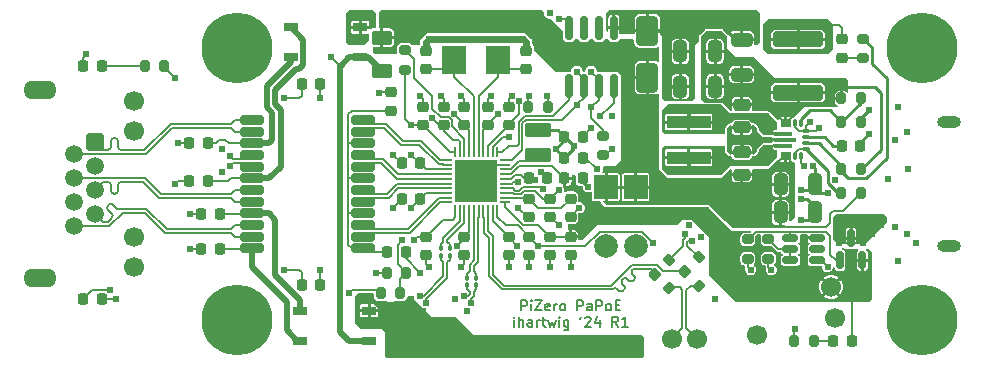
<source format=gtl>
%TF.GenerationSoftware,KiCad,Pcbnew,8.0.7*%
%TF.CreationDate,2025-01-01T14:13:31-08:00*%
%TF.ProjectId,pizero-papoe,70697a65-726f-42d7-9061-706f652e6b69,R1*%
%TF.SameCoordinates,PX652f520PY4a19ba0*%
%TF.FileFunction,Copper,L1,Top*%
%TF.FilePolarity,Positive*%
%FSLAX46Y46*%
G04 Gerber Fmt 4.6, Leading zero omitted, Abs format (unit mm)*
G04 Created by KiCad (PCBNEW 8.0.7) date 2025-01-01 14:13:31*
%MOMM*%
%LPD*%
G01*
G04 APERTURE LIST*
G04 Aperture macros list*
%AMRoundRect*
0 Rectangle with rounded corners*
0 $1 Rounding radius*
0 $2 $3 $4 $5 $6 $7 $8 $9 X,Y pos of 4 corners*
0 Add a 4 corners polygon primitive as box body*
4,1,4,$2,$3,$4,$5,$6,$7,$8,$9,$2,$3,0*
0 Add four circle primitives for the rounded corners*
1,1,$1+$1,$2,$3*
1,1,$1+$1,$4,$5*
1,1,$1+$1,$6,$7*
1,1,$1+$1,$8,$9*
0 Add four rect primitives between the rounded corners*
20,1,$1+$1,$2,$3,$4,$5,0*
20,1,$1+$1,$4,$5,$6,$7,0*
20,1,$1+$1,$6,$7,$8,$9,0*
20,1,$1+$1,$8,$9,$2,$3,0*%
G04 Aperture macros list end*
%ADD10C,0.203200*%
%TA.AperFunction,NonConductor*%
%ADD11C,0.203200*%
%TD*%
%TA.AperFunction,SMDPad,CuDef*%
%ADD12R,2.000000X2.400000*%
%TD*%
%TA.AperFunction,SMDPad,CuDef*%
%ADD13RoundRect,0.225000X-0.250000X0.225000X-0.250000X-0.225000X0.250000X-0.225000X0.250000X0.225000X0*%
%TD*%
%TA.AperFunction,SMDPad,CuDef*%
%ADD14RoundRect,0.225000X-0.225000X-0.250000X0.225000X-0.250000X0.225000X0.250000X-0.225000X0.250000X0*%
%TD*%
%TA.AperFunction,SMDPad,CuDef*%
%ADD15RoundRect,0.225000X0.250000X-0.225000X0.250000X0.225000X-0.250000X0.225000X-0.250000X-0.225000X0*%
%TD*%
%TA.AperFunction,SMDPad,CuDef*%
%ADD16RoundRect,0.250000X0.325000X0.650000X-0.325000X0.650000X-0.325000X-0.650000X0.325000X-0.650000X0*%
%TD*%
%TA.AperFunction,SMDPad,CuDef*%
%ADD17RoundRect,0.250000X0.650000X-0.325000X0.650000X0.325000X-0.650000X0.325000X-0.650000X-0.325000X0*%
%TD*%
%TA.AperFunction,SMDPad,CuDef*%
%ADD18RoundRect,0.225000X0.225000X0.250000X-0.225000X0.250000X-0.225000X-0.250000X0.225000X-0.250000X0*%
%TD*%
%TA.AperFunction,SMDPad,CuDef*%
%ADD19R,1.198880X0.800100*%
%TD*%
%TA.AperFunction,SMDPad,CuDef*%
%ADD20RoundRect,0.150000X0.150000X-0.825000X0.150000X0.825000X-0.150000X0.825000X-0.150000X-0.825000X0*%
%TD*%
%TA.AperFunction,SMDPad,CuDef*%
%ADD21RoundRect,0.150000X0.512500X0.150000X-0.512500X0.150000X-0.512500X-0.150000X0.512500X-0.150000X0*%
%TD*%
%TA.AperFunction,SMDPad,CuDef*%
%ADD22RoundRect,0.150000X0.150000X-0.587500X0.150000X0.587500X-0.150000X0.587500X-0.150000X-0.587500X0*%
%TD*%
%TA.AperFunction,SMDPad,CuDef*%
%ADD23RoundRect,0.200000X-0.200000X-0.275000X0.200000X-0.275000X0.200000X0.275000X-0.200000X0.275000X0*%
%TD*%
%TA.AperFunction,SMDPad,CuDef*%
%ADD24RoundRect,0.200000X0.275000X-0.200000X0.275000X0.200000X-0.275000X0.200000X-0.275000X-0.200000X0*%
%TD*%
%TA.AperFunction,SMDPad,CuDef*%
%ADD25RoundRect,0.200000X-0.275000X0.200000X-0.275000X-0.200000X0.275000X-0.200000X0.275000X0.200000X0*%
%TD*%
%TA.AperFunction,SMDPad,CuDef*%
%ADD26RoundRect,0.200000X-0.053033X0.335876X-0.335876X0.053033X0.053033X-0.335876X0.335876X-0.053033X0*%
%TD*%
%TA.AperFunction,SMDPad,CuDef*%
%ADD27RoundRect,0.200000X0.200000X0.275000X-0.200000X0.275000X-0.200000X-0.275000X0.200000X-0.275000X0*%
%TD*%
%TA.AperFunction,SMDPad,CuDef*%
%ADD28RoundRect,0.250000X0.650000X-1.000000X0.650000X1.000000X-0.650000X1.000000X-0.650000X-1.000000X0*%
%TD*%
%TA.AperFunction,WasherPad*%
%ADD29C,6.000000*%
%TD*%
%TA.AperFunction,ComponentPad*%
%ADD30C,1.700000*%
%TD*%
%TA.AperFunction,SMDPad,CuDef*%
%ADD31RoundRect,0.250000X0.625000X-0.375000X0.625000X0.375000X-0.625000X0.375000X-0.625000X-0.375000X0*%
%TD*%
%TA.AperFunction,SMDPad,CuDef*%
%ADD32RoundRect,0.218750X-0.218750X-0.256250X0.218750X-0.256250X0.218750X0.256250X-0.218750X0.256250X0*%
%TD*%
%TA.AperFunction,SMDPad,CuDef*%
%ADD33RoundRect,0.250000X1.875000X-0.425000X1.875000X0.425000X-1.875000X0.425000X-1.875000X-0.425000X0*%
%TD*%
%TA.AperFunction,SMDPad,CuDef*%
%ADD34RoundRect,0.006250X0.293750X0.118750X-0.293750X0.118750X-0.293750X-0.118750X0.293750X-0.118750X0*%
%TD*%
%TA.AperFunction,SMDPad,CuDef*%
%ADD35RoundRect,0.006250X0.118750X0.293750X-0.118750X0.293750X-0.118750X-0.293750X0.118750X-0.293750X0*%
%TD*%
%TA.AperFunction,SMDPad,CuDef*%
%ADD36RoundRect,0.017500X0.407500X0.332500X-0.407500X0.332500X-0.407500X-0.332500X0.407500X-0.332500X0*%
%TD*%
%TA.AperFunction,SMDPad,CuDef*%
%ADD37RoundRect,0.008750X0.716250X0.166250X-0.716250X0.166250X-0.716250X-0.166250X0.716250X-0.166250X0*%
%TD*%
%TA.AperFunction,SMDPad,CuDef*%
%ADD38RoundRect,0.008750X0.891250X0.166250X-0.891250X0.166250X-0.891250X-0.166250X0.891250X-0.166250X0*%
%TD*%
%TA.AperFunction,SMDPad,CuDef*%
%ADD39RoundRect,0.195000X0.805000X0.195000X-0.805000X0.195000X-0.805000X-0.195000X0.805000X-0.195000X0*%
%TD*%
%TA.AperFunction,SMDPad,CuDef*%
%ADD40RoundRect,0.062500X-0.350000X-0.062500X0.350000X-0.062500X0.350000X0.062500X-0.350000X0.062500X0*%
%TD*%
%TA.AperFunction,SMDPad,CuDef*%
%ADD41RoundRect,0.062500X-0.062500X-0.350000X0.062500X-0.350000X0.062500X0.350000X-0.062500X0.350000X0*%
%TD*%
%TA.AperFunction,HeatsinkPad*%
%ADD42C,0.500000*%
%TD*%
%TA.AperFunction,HeatsinkPad*%
%ADD43R,3.600000X3.600000*%
%TD*%
%TA.AperFunction,SMDPad,CuDef*%
%ADD44RoundRect,0.100000X-0.100000X0.130000X-0.100000X-0.130000X0.100000X-0.130000X0.100000X0.130000X0*%
%TD*%
%TA.AperFunction,SMDPad,CuDef*%
%ADD45RoundRect,0.250000X0.475000X-0.250000X0.475000X0.250000X-0.475000X0.250000X-0.475000X-0.250000X0*%
%TD*%
%TA.AperFunction,SMDPad,CuDef*%
%ADD46RoundRect,0.250000X-0.850000X0.375000X-0.850000X-0.375000X0.850000X-0.375000X0.850000X0.375000X0*%
%TD*%
%TA.AperFunction,SMDPad,CuDef*%
%ADD47R,3.700000X1.100000*%
%TD*%
%TA.AperFunction,SMDPad,CuDef*%
%ADD48RoundRect,0.218750X0.256250X-0.218750X0.256250X0.218750X-0.256250X0.218750X-0.256250X-0.218750X0*%
%TD*%
%TA.AperFunction,SMDPad,CuDef*%
%ADD49RoundRect,0.250000X-0.475000X0.250000X-0.475000X-0.250000X0.475000X-0.250000X0.475000X0.250000X0*%
%TD*%
%TA.AperFunction,SMDPad,CuDef*%
%ADD50RoundRect,0.250000X-0.325000X-0.650000X0.325000X-0.650000X0.325000X0.650000X-0.325000X0.650000X0*%
%TD*%
%TA.AperFunction,SMDPad,CuDef*%
%ADD51RoundRect,0.200000X0.335876X0.053033X0.053033X0.335876X-0.335876X-0.053033X-0.053033X-0.335876X0*%
%TD*%
%TA.AperFunction,ComponentPad*%
%ADD52RoundRect,0.250000X-0.500000X0.500000X-0.500000X-0.500000X0.500000X-0.500000X0.500000X0.500000X0*%
%TD*%
%TA.AperFunction,ComponentPad*%
%ADD53C,1.500000*%
%TD*%
%TA.AperFunction,ComponentPad*%
%ADD54O,2.800000X1.600000*%
%TD*%
%TA.AperFunction,ComponentPad*%
%ADD55R,2.000000X2.000000*%
%TD*%
%TA.AperFunction,ComponentPad*%
%ADD56C,2.000000*%
%TD*%
%TA.AperFunction,ComponentPad*%
%ADD57O,2.030000X1.000000*%
%TD*%
%TA.AperFunction,ViaPad*%
%ADD58C,0.609600*%
%TD*%
%TA.AperFunction,Conductor*%
%ADD59C,0.152400*%
%TD*%
%TA.AperFunction,Conductor*%
%ADD60C,0.254000*%
%TD*%
%TA.AperFunction,Conductor*%
%ADD61C,0.600000*%
%TD*%
%TA.AperFunction,Conductor*%
%ADD62C,0.151130*%
%TD*%
%TA.AperFunction,Conductor*%
%ADD63C,0.508000*%
%TD*%
%TA.AperFunction,Conductor*%
%ADD64C,0.129032*%
%TD*%
G04 APERTURE END LIST*
D10*
D11*
X27580951Y-25698434D02*
X27580951Y-24848434D01*
X27580951Y-24848434D02*
X27904761Y-24848434D01*
X27904761Y-24848434D02*
X27985713Y-24888910D01*
X27985713Y-24888910D02*
X28026190Y-24929386D01*
X28026190Y-24929386D02*
X28066666Y-25010338D01*
X28066666Y-25010338D02*
X28066666Y-25131767D01*
X28066666Y-25131767D02*
X28026190Y-25212719D01*
X28026190Y-25212719D02*
X27985713Y-25253196D01*
X27985713Y-25253196D02*
X27904761Y-25293672D01*
X27904761Y-25293672D02*
X27580951Y-25293672D01*
X28430951Y-25698434D02*
X28430951Y-25131767D01*
X28430951Y-24848434D02*
X28390475Y-24888910D01*
X28390475Y-24888910D02*
X28430951Y-24929386D01*
X28430951Y-24929386D02*
X28471428Y-24888910D01*
X28471428Y-24888910D02*
X28430951Y-24848434D01*
X28430951Y-24848434D02*
X28430951Y-24929386D01*
X28754761Y-24848434D02*
X29321428Y-24848434D01*
X29321428Y-24848434D02*
X28754761Y-25698434D01*
X28754761Y-25698434D02*
X29321428Y-25698434D01*
X29969047Y-25657958D02*
X29888095Y-25698434D01*
X29888095Y-25698434D02*
X29726190Y-25698434D01*
X29726190Y-25698434D02*
X29645237Y-25657958D01*
X29645237Y-25657958D02*
X29604761Y-25577005D01*
X29604761Y-25577005D02*
X29604761Y-25253196D01*
X29604761Y-25253196D02*
X29645237Y-25172243D01*
X29645237Y-25172243D02*
X29726190Y-25131767D01*
X29726190Y-25131767D02*
X29888095Y-25131767D01*
X29888095Y-25131767D02*
X29969047Y-25172243D01*
X29969047Y-25172243D02*
X30009523Y-25253196D01*
X30009523Y-25253196D02*
X30009523Y-25334148D01*
X30009523Y-25334148D02*
X29604761Y-25415100D01*
X30373808Y-25698434D02*
X30373808Y-25131767D01*
X30373808Y-25293672D02*
X30414285Y-25212719D01*
X30414285Y-25212719D02*
X30454761Y-25172243D01*
X30454761Y-25172243D02*
X30535713Y-25131767D01*
X30535713Y-25131767D02*
X30616666Y-25131767D01*
X31021427Y-25698434D02*
X30940475Y-25657958D01*
X30940475Y-25657958D02*
X30899998Y-25617481D01*
X30899998Y-25617481D02*
X30859522Y-25536529D01*
X30859522Y-25536529D02*
X30859522Y-25293672D01*
X30859522Y-25293672D02*
X30899998Y-25212719D01*
X30899998Y-25212719D02*
X30940475Y-25172243D01*
X30940475Y-25172243D02*
X31021427Y-25131767D01*
X31021427Y-25131767D02*
X31142856Y-25131767D01*
X31142856Y-25131767D02*
X31223808Y-25172243D01*
X31223808Y-25172243D02*
X31264284Y-25212719D01*
X31264284Y-25212719D02*
X31304760Y-25293672D01*
X31304760Y-25293672D02*
X31304760Y-25536529D01*
X31304760Y-25536529D02*
X31264284Y-25617481D01*
X31264284Y-25617481D02*
X31223808Y-25657958D01*
X31223808Y-25657958D02*
X31142856Y-25698434D01*
X31142856Y-25698434D02*
X31021427Y-25698434D01*
X32316665Y-25698434D02*
X32316665Y-24848434D01*
X32316665Y-24848434D02*
X32640475Y-24848434D01*
X32640475Y-24848434D02*
X32721427Y-24888910D01*
X32721427Y-24888910D02*
X32761904Y-24929386D01*
X32761904Y-24929386D02*
X32802380Y-25010338D01*
X32802380Y-25010338D02*
X32802380Y-25131767D01*
X32802380Y-25131767D02*
X32761904Y-25212719D01*
X32761904Y-25212719D02*
X32721427Y-25253196D01*
X32721427Y-25253196D02*
X32640475Y-25293672D01*
X32640475Y-25293672D02*
X32316665Y-25293672D01*
X33530951Y-25698434D02*
X33530951Y-25253196D01*
X33530951Y-25253196D02*
X33490475Y-25172243D01*
X33490475Y-25172243D02*
X33409523Y-25131767D01*
X33409523Y-25131767D02*
X33247618Y-25131767D01*
X33247618Y-25131767D02*
X33166665Y-25172243D01*
X33530951Y-25657958D02*
X33449999Y-25698434D01*
X33449999Y-25698434D02*
X33247618Y-25698434D01*
X33247618Y-25698434D02*
X33166665Y-25657958D01*
X33166665Y-25657958D02*
X33126189Y-25577005D01*
X33126189Y-25577005D02*
X33126189Y-25496053D01*
X33126189Y-25496053D02*
X33166665Y-25415100D01*
X33166665Y-25415100D02*
X33247618Y-25374624D01*
X33247618Y-25374624D02*
X33449999Y-25374624D01*
X33449999Y-25374624D02*
X33530951Y-25334148D01*
X33935713Y-25698434D02*
X33935713Y-24848434D01*
X33935713Y-24848434D02*
X34259523Y-24848434D01*
X34259523Y-24848434D02*
X34340475Y-24888910D01*
X34340475Y-24888910D02*
X34380952Y-24929386D01*
X34380952Y-24929386D02*
X34421428Y-25010338D01*
X34421428Y-25010338D02*
X34421428Y-25131767D01*
X34421428Y-25131767D02*
X34380952Y-25212719D01*
X34380952Y-25212719D02*
X34340475Y-25253196D01*
X34340475Y-25253196D02*
X34259523Y-25293672D01*
X34259523Y-25293672D02*
X33935713Y-25293672D01*
X34907142Y-25698434D02*
X34826190Y-25657958D01*
X34826190Y-25657958D02*
X34785713Y-25617481D01*
X34785713Y-25617481D02*
X34745237Y-25536529D01*
X34745237Y-25536529D02*
X34745237Y-25293672D01*
X34745237Y-25293672D02*
X34785713Y-25212719D01*
X34785713Y-25212719D02*
X34826190Y-25172243D01*
X34826190Y-25172243D02*
X34907142Y-25131767D01*
X34907142Y-25131767D02*
X35028571Y-25131767D01*
X35028571Y-25131767D02*
X35109523Y-25172243D01*
X35109523Y-25172243D02*
X35149999Y-25212719D01*
X35149999Y-25212719D02*
X35190475Y-25293672D01*
X35190475Y-25293672D02*
X35190475Y-25536529D01*
X35190475Y-25536529D02*
X35149999Y-25617481D01*
X35149999Y-25617481D02*
X35109523Y-25657958D01*
X35109523Y-25657958D02*
X35028571Y-25698434D01*
X35028571Y-25698434D02*
X34907142Y-25698434D01*
X35554761Y-25253196D02*
X35838095Y-25253196D01*
X35959523Y-25698434D02*
X35554761Y-25698434D01*
X35554761Y-25698434D02*
X35554761Y-24848434D01*
X35554761Y-24848434D02*
X35959523Y-24848434D01*
X26953570Y-27066886D02*
X26953570Y-26500219D01*
X26953570Y-26216886D02*
X26913094Y-26257362D01*
X26913094Y-26257362D02*
X26953570Y-26297838D01*
X26953570Y-26297838D02*
X26994047Y-26257362D01*
X26994047Y-26257362D02*
X26953570Y-26216886D01*
X26953570Y-26216886D02*
X26953570Y-26297838D01*
X27358332Y-27066886D02*
X27358332Y-26216886D01*
X27722618Y-27066886D02*
X27722618Y-26621648D01*
X27722618Y-26621648D02*
X27682142Y-26540695D01*
X27682142Y-26540695D02*
X27601190Y-26500219D01*
X27601190Y-26500219D02*
X27479761Y-26500219D01*
X27479761Y-26500219D02*
X27398809Y-26540695D01*
X27398809Y-26540695D02*
X27358332Y-26581171D01*
X28491666Y-27066886D02*
X28491666Y-26621648D01*
X28491666Y-26621648D02*
X28451190Y-26540695D01*
X28451190Y-26540695D02*
X28370238Y-26500219D01*
X28370238Y-26500219D02*
X28208333Y-26500219D01*
X28208333Y-26500219D02*
X28127380Y-26540695D01*
X28491666Y-27026410D02*
X28410714Y-27066886D01*
X28410714Y-27066886D02*
X28208333Y-27066886D01*
X28208333Y-27066886D02*
X28127380Y-27026410D01*
X28127380Y-27026410D02*
X28086904Y-26945457D01*
X28086904Y-26945457D02*
X28086904Y-26864505D01*
X28086904Y-26864505D02*
X28127380Y-26783552D01*
X28127380Y-26783552D02*
X28208333Y-26743076D01*
X28208333Y-26743076D02*
X28410714Y-26743076D01*
X28410714Y-26743076D02*
X28491666Y-26702600D01*
X28896428Y-27066886D02*
X28896428Y-26500219D01*
X28896428Y-26662124D02*
X28936905Y-26581171D01*
X28936905Y-26581171D02*
X28977381Y-26540695D01*
X28977381Y-26540695D02*
X29058333Y-26500219D01*
X29058333Y-26500219D02*
X29139286Y-26500219D01*
X29301190Y-26500219D02*
X29624999Y-26500219D01*
X29422618Y-26216886D02*
X29422618Y-26945457D01*
X29422618Y-26945457D02*
X29463095Y-27026410D01*
X29463095Y-27026410D02*
X29544047Y-27066886D01*
X29544047Y-27066886D02*
X29624999Y-27066886D01*
X29827380Y-26500219D02*
X29989285Y-27066886D01*
X29989285Y-27066886D02*
X30151190Y-26662124D01*
X30151190Y-26662124D02*
X30313094Y-27066886D01*
X30313094Y-27066886D02*
X30474999Y-26500219D01*
X30798808Y-27066886D02*
X30798808Y-26500219D01*
X30798808Y-26216886D02*
X30758332Y-26257362D01*
X30758332Y-26257362D02*
X30798808Y-26297838D01*
X30798808Y-26297838D02*
X30839285Y-26257362D01*
X30839285Y-26257362D02*
X30798808Y-26216886D01*
X30798808Y-26216886D02*
X30798808Y-26297838D01*
X31567856Y-26500219D02*
X31567856Y-27188314D01*
X31567856Y-27188314D02*
X31527380Y-27269267D01*
X31527380Y-27269267D02*
X31486904Y-27309743D01*
X31486904Y-27309743D02*
X31405951Y-27350219D01*
X31405951Y-27350219D02*
X31284523Y-27350219D01*
X31284523Y-27350219D02*
X31203570Y-27309743D01*
X31567856Y-27026410D02*
X31486904Y-27066886D01*
X31486904Y-27066886D02*
X31324999Y-27066886D01*
X31324999Y-27066886D02*
X31244047Y-27026410D01*
X31244047Y-27026410D02*
X31203570Y-26985933D01*
X31203570Y-26985933D02*
X31163094Y-26904981D01*
X31163094Y-26904981D02*
X31163094Y-26662124D01*
X31163094Y-26662124D02*
X31203570Y-26581171D01*
X31203570Y-26581171D02*
X31244047Y-26540695D01*
X31244047Y-26540695D02*
X31324999Y-26500219D01*
X31324999Y-26500219D02*
X31486904Y-26500219D01*
X31486904Y-26500219D02*
X31567856Y-26540695D01*
X32660714Y-26216886D02*
X32579761Y-26378790D01*
X32984523Y-26297838D02*
X33024999Y-26257362D01*
X33024999Y-26257362D02*
X33105952Y-26216886D01*
X33105952Y-26216886D02*
X33308333Y-26216886D01*
X33308333Y-26216886D02*
X33389285Y-26257362D01*
X33389285Y-26257362D02*
X33429761Y-26297838D01*
X33429761Y-26297838D02*
X33470238Y-26378790D01*
X33470238Y-26378790D02*
X33470238Y-26459743D01*
X33470238Y-26459743D02*
X33429761Y-26581171D01*
X33429761Y-26581171D02*
X32944047Y-27066886D01*
X32944047Y-27066886D02*
X33470238Y-27066886D01*
X34198809Y-26500219D02*
X34198809Y-27066886D01*
X33996428Y-26176410D02*
X33794047Y-26783552D01*
X33794047Y-26783552D02*
X34320238Y-26783552D01*
X35777381Y-27066886D02*
X35494047Y-26662124D01*
X35291666Y-27066886D02*
X35291666Y-26216886D01*
X35291666Y-26216886D02*
X35615476Y-26216886D01*
X35615476Y-26216886D02*
X35696428Y-26257362D01*
X35696428Y-26257362D02*
X35736905Y-26297838D01*
X35736905Y-26297838D02*
X35777381Y-26378790D01*
X35777381Y-26378790D02*
X35777381Y-26500219D01*
X35777381Y-26500219D02*
X35736905Y-26581171D01*
X35736905Y-26581171D02*
X35696428Y-26621648D01*
X35696428Y-26621648D02*
X35615476Y-26662124D01*
X35615476Y-26662124D02*
X35291666Y-26662124D01*
X36586905Y-27066886D02*
X36101190Y-27066886D01*
X36344047Y-27066886D02*
X36344047Y-26216886D01*
X36344047Y-26216886D02*
X36263095Y-26338314D01*
X36263095Y-26338314D02*
X36182143Y-26419267D01*
X36182143Y-26419267D02*
X36101190Y-26459743D01*
D12*
%TO.P,Y1,1,1*%
%TO.N,/IC1_CKXTAL1*%
X25600000Y-4500000D03*
%TO.P,Y1,2,2*%
%TO.N,/IC1_CKXTAL2*%
X21900000Y-4500000D03*
%TD*%
D13*
%TO.P,C2,1*%
%TO.N,GND*%
X28000000Y-3725000D03*
%TO.P,C2,2*%
%TO.N,/IC1_CKXTAL1*%
X28000000Y-5275000D03*
%TD*%
%TO.P,C3,1*%
%TO.N,GND*%
X19500000Y-3725000D03*
%TO.P,C3,2*%
%TO.N,/IC1_CKXTAL2*%
X19500000Y-5275000D03*
%TD*%
D14*
%TO.P,C7,1*%
%TO.N,/RPI_VBUS*%
X31225000Y-14500000D03*
%TO.P,C7,2*%
%TO.N,GND*%
X32775000Y-14500000D03*
%TD*%
%TO.P,C8,1*%
%TO.N,+1V0*%
X31225000Y-11000000D03*
%TO.P,C8,2*%
%TO.N,GND*%
X32775000Y-11000000D03*
%TD*%
D15*
%TO.P,C9,1*%
%TO.N,+1V0*%
X24750000Y-10025000D03*
%TO.P,C9,2*%
%TO.N,GND*%
X24750000Y-8475000D03*
%TD*%
%TO.P,C10,1*%
%TO.N,+1V0*%
X22750000Y-10025000D03*
%TO.P,C10,2*%
%TO.N,GND*%
X22750000Y-8475000D03*
%TD*%
D16*
%TO.P,C15,1*%
%TO.N,/U2_VOUT*%
X43975000Y-3750000D03*
%TO.P,C15,2*%
%TO.N,GND*%
X41025000Y-3750000D03*
%TD*%
D17*
%TO.P,C16,1*%
%TO.N,/U2_VOUT*%
X46250000Y-5725000D03*
%TO.P,C16,2*%
%TO.N,GND*%
X46250000Y-2775000D03*
%TD*%
D18*
%TO.P,C17,1*%
%TO.N,GND*%
X17775000Y-20750000D03*
%TO.P,C17,2*%
%TO.N,/TR1_CT*%
X16225000Y-20750000D03*
%TD*%
D14*
%TO.P,C18,1*%
%TO.N,/J1_SH_C*%
X8975000Y-6500000D03*
%TO.P,C18,2*%
%TO.N,GND*%
X10525000Y-6500000D03*
%TD*%
%TO.P,C20,1*%
%TO.N,+1V0*%
X31225000Y-12750000D03*
%TO.P,C20,2*%
%TO.N,GND*%
X32775000Y-12750000D03*
%TD*%
%TO.P,C21,1*%
%TO.N,/J1_SH_C*%
X8975000Y-23500000D03*
%TO.P,C21,2*%
%TO.N,GND*%
X10525000Y-23500000D03*
%TD*%
D19*
%TO.P,D1,1,V+*%
%TO.N,/POE_VP_F*%
X13948940Y-4270000D03*
%TO.P,D1,2,~{1}*%
%TO.N,/J6_DB_C*%
X8051060Y-1730000D03*
%TO.P,D1,3,~{2}*%
%TO.N,/J6_DA_C*%
X8053600Y-4270000D03*
%TO.P,D1,4,V-*%
%TO.N,GND*%
X13946400Y-1730000D03*
%TD*%
%TO.P,D2,1,V+*%
%TO.N,/POE_VP_F*%
X14698940Y-28270000D03*
%TO.P,D2,2,~{1}*%
%TO.N,/J6_DC_C*%
X8801060Y-25730000D03*
%TO.P,D2,3,~{2}*%
%TO.N,/J6_DD_C*%
X8803600Y-28270000D03*
%TO.P,D2,4,V-*%
%TO.N,GND*%
X14696400Y-25730000D03*
%TD*%
D20*
%TO.P,U1,1,CS*%
%TO.N,/IC1_EECS*%
X31595000Y-6725000D03*
%TO.P,U1,2,SCLK*%
%TO.N,/IC1_LED1_SPISCK*%
X32865000Y-6725000D03*
%TO.P,U1,3,DI*%
%TO.N,/IC1_EEDI_ENSWREG*%
X34135000Y-6725000D03*
%TO.P,U1,4,DO*%
%TO.N,/IC1_EED0_LED2*%
X35405000Y-6725000D03*
%TO.P,U1,5,GND*%
%TO.N,GND*%
X35405000Y-1775000D03*
%TO.P,U1,6,NC*%
%TO.N,unconnected-(U1-NC-Pad6)*%
X34135000Y-1775000D03*
%TO.P,U1,7,NC*%
%TO.N,unconnected-(U1-NC-Pad7)*%
X32865000Y-1775000D03*
%TO.P,U1,8,VCC*%
%TO.N,+3V3*%
X31595000Y-1775000D03*
%TD*%
D21*
%TO.P,Q2,1,E1*%
%TO.N,+5V*%
X52637500Y-21450000D03*
%TO.P,Q2,2*%
%TO.N,N/C*%
X52637500Y-20500000D03*
%TO.P,Q2,3,E2*%
%TO.N,/RPI_VBUS*%
X52637500Y-19550000D03*
%TO.P,Q2,4,C2*%
%TO.N,Net-(Q2-C2)*%
X50362500Y-19550000D03*
%TO.P,Q2,5,B*%
%TO.N,Net-(Q2-B)*%
X50362500Y-20500000D03*
%TO.P,Q2,6,C1*%
X50362500Y-21450000D03*
%TD*%
D22*
%TO.P,Q3,1,G*%
%TO.N,Net-(Q2-C2)*%
X54550000Y-21437500D03*
%TO.P,Q3,2,S*%
%TO.N,/RPI_VBUS*%
X56450000Y-21437500D03*
%TO.P,Q3,3,D*%
%TO.N,+5V*%
X55500000Y-19562500D03*
%TD*%
D23*
%TO.P,R3,1*%
%TO.N,/J1_LED_OR_A*%
X15675000Y-24250000D03*
%TO.P,R3,2*%
%TO.N,+3V3*%
X17325000Y-24250000D03*
%TD*%
D24*
%TO.P,R13,1*%
%TO.N,Net-(D5-K)*%
X56500000Y-4325000D03*
%TO.P,R13,2*%
%TO.N,/U2_PG*%
X56500000Y-2675000D03*
%TD*%
D25*
%TO.P,R15,1*%
%TO.N,Net-(Q2-B)*%
X48500000Y-19675000D03*
%TO.P,R15,2*%
%TO.N,GND*%
X48500000Y-21325000D03*
%TD*%
D26*
%TO.P,R18,1*%
%TO.N,/P1_U2DN*%
X40083363Y-21416637D03*
%TO.P,R18,2*%
%TO.N,/IC1_U2DN*%
X38916637Y-22583363D03*
%TD*%
D25*
%TO.P,R19,1*%
%TO.N,Net-(Q2-C2)*%
X46750000Y-19675000D03*
%TO.P,R19,2*%
%TO.N,GND*%
X46750000Y-21325000D03*
%TD*%
D26*
%TO.P,R20,1*%
%TO.N,/P1_U2DP*%
X42583363Y-21166637D03*
%TO.P,R20,2*%
%TO.N,/IC1_U2DP*%
X41416637Y-22333363D03*
%TD*%
D23*
%TO.P,R21,1*%
%TO.N,/J1_LED_YL_A*%
X16175000Y-22500000D03*
%TO.P,R21,2*%
%TO.N,+3V3*%
X17825000Y-22500000D03*
%TD*%
D27*
%TO.P,R22,1*%
%TO.N,/J1_LED_GN_A*%
X29825000Y-8500000D03*
%TO.P,R22,2*%
%TO.N,+3V3*%
X28175000Y-8500000D03*
%TD*%
D24*
%TO.P,R23,1*%
%TO.N,+3V3*%
X34500000Y-12575000D03*
%TO.P,R23,2*%
%TO.N,/IC1_EEDI_ENSWREG*%
X34500000Y-10925000D03*
%TD*%
D28*
%TO.P,D3,1,K*%
%TO.N,/POE_VP*%
X38250000Y-6000000D03*
%TO.P,D3,2,A*%
%TO.N,GND*%
X38250000Y-2000000D03*
%TD*%
D13*
%TO.P,C28,1*%
%TO.N,+3V3*%
X30000000Y-16225000D03*
%TO.P,C28,2*%
%TO.N,GND*%
X30000000Y-17775000D03*
%TD*%
%TO.P,C11,1*%
%TO.N,GND*%
X16500000Y-7225000D03*
%TO.P,C11,2*%
%TO.N,/TR1_CT*%
X16500000Y-8775000D03*
%TD*%
D27*
%TO.P,R4,1*%
%TO.N,/U2_VOUT*%
X56325000Y-13750000D03*
%TO.P,R4,2*%
%TO.N,/U2_PG*%
X54675000Y-13750000D03*
%TD*%
D13*
%TO.P,C42,1*%
%TO.N,+1V0*%
X26500000Y-19475000D03*
%TO.P,C42,2*%
%TO.N,GND*%
X26500000Y-21025000D03*
%TD*%
D23*
%TO.P,R2,1*%
%TO.N,/U2_FB*%
X54675000Y-9750000D03*
%TO.P,R2,2*%
%TO.N,GND*%
X56325000Y-9750000D03*
%TD*%
D29*
%TO.P,A1,*%
%TO.N,*%
X3500000Y-3500000D03*
X3500000Y-26500000D03*
X61500000Y-3500000D03*
X61500000Y-26500000D03*
%TD*%
D27*
%TO.P,R8,1*%
%TO.N,/RPI_VBUS_K*%
X52325000Y-28250000D03*
%TO.P,R8,2*%
%TO.N,GND*%
X50675000Y-28250000D03*
%TD*%
D13*
%TO.P,C29,1*%
%TO.N,+3V3*%
X28250000Y-19475000D03*
%TO.P,C29,2*%
%TO.N,GND*%
X28250000Y-21025000D03*
%TD*%
D30*
%TO.P,J5,1,Pin_1*%
%TO.N,GND*%
X47500000Y-27750000D03*
%TD*%
D13*
%TO.P,C35,1*%
%TO.N,/IC1_DVDD10_UPS*%
X31750000Y-16225000D03*
%TO.P,C35,2*%
%TO.N,GND*%
X31750000Y-17775000D03*
%TD*%
D31*
%TO.P,F2,1*%
%TO.N,/POE_VP_F*%
X15750000Y-5400000D03*
%TO.P,F2,2*%
%TO.N,/POE_VP*%
X15750000Y-2600000D03*
%TD*%
D30*
%TO.P,J3,1,Pin_1*%
%TO.N,/A1_U2DN*%
X40300000Y-28100000D03*
%TD*%
D15*
%TO.P,C26,1*%
%TO.N,+3V3*%
X19250000Y-10025000D03*
%TO.P,C26,2*%
%TO.N,GND*%
X19250000Y-8475000D03*
%TD*%
D32*
%TO.P,D4,1,K*%
%TO.N,/IC1_EED0_LED2*%
X-9537500Y-24750000D03*
%TO.P,D4,2,A*%
%TO.N,/J1_LED_OR_A*%
X-7962500Y-24750000D03*
%TD*%
D33*
%TO.P,F1,1*%
%TO.N,/U2_VOUT*%
X51000000Y-7250000D03*
%TO.P,F1,2*%
%TO.N,+5V*%
X51000000Y-2750000D03*
%TD*%
D34*
%TO.P,U2,1,PS/SYNC*%
%TO.N,/U2_EN*%
X51650000Y-12000000D03*
%TO.P,U2,2,PG*%
%TO.N,/U2_PG*%
X51650000Y-11500000D03*
%TO.P,U2,3,VAUX*%
%TO.N,/U2_VAUX*%
X51650000Y-11000000D03*
%TO.P,U2,4,GND*%
%TO.N,GND*%
X51650000Y-10500000D03*
D35*
%TO.P,U2,5,FB*%
%TO.N,/U2_FB*%
X51225000Y-9850000D03*
%TO.P,U2,6,FB2*%
%TO.N,GND*%
X50725000Y-9850000D03*
D36*
%TO.P,U2,7_8,VOUT*%
%TO.N,/U2_VOUT*%
X49975000Y-9850000D03*
D37*
%TO.P,U2,9,L2*%
%TO.N,/U2_L2*%
X49725000Y-10750000D03*
D38*
%TO.P,U2,10,PGND*%
%TO.N,GND*%
X49900000Y-11250000D03*
D37*
%TO.P,U2,11,L1*%
%TO.N,/U2_L1*%
X49725000Y-11750000D03*
D36*
%TO.P,U2,12_13,VIN*%
%TO.N,/POE_VP*%
X49975000Y-12650000D03*
D35*
%TO.P,U2,14,EN*%
%TO.N,/U2_EN*%
X50725000Y-12650000D03*
%TO.P,U2,15,VSEL*%
%TO.N,GND*%
X51225000Y-12650000D03*
%TD*%
D39*
%TO.P,TR1,1,CT*%
%TO.N,/TR1_CT*%
X14200000Y-20445000D03*
%TO.P,TR1,2,TD1+*%
%TO.N,/IC1_MDI3_N*%
X14200000Y-19455000D03*
%TO.P,TR1,3,TD1-*%
%TO.N,/IC1_MDI3_P*%
X14200000Y-18465000D03*
%TO.P,TR1,4,CT*%
%TO.N,/TR1_CT*%
X14200000Y-17475000D03*
%TO.P,TR1,5,TD2+*%
%TO.N,/IC1_MDI2_N*%
X14200000Y-16485000D03*
%TO.P,TR1,6,TD2-*%
%TO.N,/IC1_MDI2_P*%
X14200000Y-15495000D03*
%TO.P,TR1,7,CT*%
%TO.N,/TR1_CT*%
X14200000Y-14505000D03*
%TO.P,TR1,8,TD3+*%
%TO.N,/IC1_MDI1_N*%
X14200000Y-13515000D03*
%TO.P,TR1,9,TD3-*%
%TO.N,/IC1_MDI1_P*%
X14200000Y-12525000D03*
%TO.P,TR1,10,CT*%
%TO.N,/TR1_CT*%
X14200000Y-11535000D03*
%TO.P,TR1,11,TD4+*%
%TO.N,/IC1_MDI0_N*%
X14200000Y-10545000D03*
%TO.P,TR1,12,TD4-*%
%TO.N,/IC1_MDI0_P*%
X14200000Y-9555000D03*
%TO.P,TR1,13,MX4-*%
%TO.N,/J6_DA_P*%
X4800000Y-9555000D03*
%TO.P,TR1,14,MX4+*%
%TO.N,/J6_DA_N*%
X4800000Y-10545000D03*
%TO.P,TR1,15,CT*%
%TO.N,/J6_DA_C*%
X4800000Y-11535000D03*
%TO.P,TR1,16,MX3-*%
%TO.N,/J6_DB_P*%
X4800000Y-12525000D03*
%TO.P,TR1,17,MX3+*%
%TO.N,/J6_DB_N*%
X4800000Y-13515000D03*
%TO.P,TR1,18,CT*%
%TO.N,/J6_DB_C*%
X4800000Y-14505000D03*
%TO.P,TR1,19,MX2-*%
%TO.N,/J6_DC_P*%
X4800000Y-15495000D03*
%TO.P,TR1,20,MX2+*%
%TO.N,/J6_DC_N*%
X4800000Y-16485000D03*
%TO.P,TR1,21,CT*%
%TO.N,/J6_DC_C*%
X4800000Y-17475000D03*
%TO.P,TR1,22,MX1-*%
%TO.N,/J6_DD_P*%
X4800000Y-18465000D03*
%TO.P,TR1,23,MX1+*%
%TO.N,/J6_DD_N*%
X4800000Y-19455000D03*
%TO.P,TR1,24,CT*%
%TO.N,/J6_DD_C*%
X4800000Y-20445000D03*
%TD*%
D13*
%TO.P,C34,1*%
%TO.N,/IC1_DVDD10_UPS*%
X28250000Y-16225000D03*
%TO.P,C34,2*%
%TO.N,GND*%
X28250000Y-17775000D03*
%TD*%
D40*
%TO.P,IC1,1,MDIP0*%
%TO.N,/IC1_MDI0_P*%
X21312500Y-12950000D03*
%TO.P,IC1,2,MDIN0*%
%TO.N,/IC1_MDI0_N*%
X21312500Y-13350000D03*
%TO.P,IC1,3,AVDD10_1*%
%TO.N,+1V0*%
X21312500Y-13750000D03*
%TO.P,IC1,4,MDIP1*%
%TO.N,/IC1_MDI1_P*%
X21312500Y-14150000D03*
%TO.P,IC1,5,MDIN1*%
%TO.N,/IC1_MDI1_N*%
X21312500Y-14550000D03*
%TO.P,IC1,6,MDIP2*%
%TO.N,/IC1_MDI2_P*%
X21312500Y-14950000D03*
%TO.P,IC1,7,MDIN2*%
%TO.N,/IC1_MDI2_N*%
X21312500Y-15350000D03*
%TO.P,IC1,8,AVDD10_2*%
%TO.N,+1V0*%
X21312500Y-15750000D03*
%TO.P,IC1,9,MDIP3*%
%TO.N,/IC1_MDI3_P*%
X21312500Y-16150000D03*
%TO.P,IC1,10,MDIN3*%
%TO.N,/IC1_MDI3_N*%
X21312500Y-16550000D03*
D41*
%TO.P,IC1,11,AVDD33_1*%
%TO.N,+3V3*%
X21950000Y-17187500D03*
%TO.P,IC1,12,U3SSTXN*%
%TO.N,/IC1_U3SSTX_N*%
X22350000Y-17187500D03*
%TO.P,IC1,13,U3SSTXP*%
%TO.N,/IC1_U3SSTX_P*%
X22750000Y-17187500D03*
%TO.P,IC1,14,U3VDD10*%
%TO.N,+1V0*%
X23150000Y-17187500D03*
%TO.P,IC1,15,U3SSRXN*%
%TO.N,/IC1_U3SSRX_N*%
X23550000Y-17187500D03*
%TO.P,IC1,16,U3SSRXP*%
%TO.N,/IC1_U3SSRX_P*%
X23950000Y-17187500D03*
%TO.P,IC1,17,U2DM*%
%TO.N,/IC1_U2DN*%
X24350000Y-17187500D03*
%TO.P,IC1,18,U2DP*%
%TO.N,/IC1_U2DP*%
X24750000Y-17187500D03*
%TO.P,IC1,19,U2VDD10*%
%TO.N,+1V0*%
X25150000Y-17187500D03*
%TO.P,IC1,20,AVDD33_2*%
%TO.N,+3V3*%
X25550000Y-17187500D03*
D40*
%TO.P,IC1,21,VDD5*%
%TO.N,/RPI_VBUS*%
X26187500Y-16550000D03*
%TO.P,IC1,22,DVDD10_UPS*%
%TO.N,/IC1_DVDD10_UPS*%
X26187500Y-16150000D03*
%TO.P,IC1,23,DVDD33_1*%
%TO.N,+3V3*%
X26187500Y-15750000D03*
%TO.P,IC1,24,EEDO/LED2/SPISDO/LANW/AKEB/GPIO*%
%TO.N,/IC1_EED0_LED2*%
X26187500Y-15350000D03*
%TO.P,IC1,25,EEDI/SPISDI/ENSWREG*%
%TO.N,/IC1_EEDI_ENSWREG*%
X26187500Y-14950000D03*
%TO.P,IC1,26,VDDREG33*%
%TO.N,+3V3*%
X26187500Y-14550000D03*
%TO.P,IC1,27,VDDREG5*%
%TO.N,/RPI_VBUS*%
X26187500Y-14150000D03*
%TO.P,IC1,28,REGOUT*%
%TO.N,/IC1_REGOUT*%
X26187500Y-13750000D03*
%TO.P,IC1,29,GND*%
%TO.N,GND*%
X26187500Y-13350000D03*
%TO.P,IC1,30,EESK/LED1/SPISCK*%
%TO.N,/IC1_LED1_SPISCK*%
X26187500Y-12950000D03*
D41*
%TO.P,IC1,31,EECS*%
%TO.N,/IC1_EECS*%
X25550000Y-12312500D03*
%TO.P,IC1,32,LED0/SPICSB*%
%TO.N,/IC1_LED0_SPICSB*%
X25150000Y-12312500D03*
%TO.P,IC1,33,DVDD33_2*%
%TO.N,+3V3*%
X24750000Y-12312500D03*
%TO.P,IC1,34,DVDD10*%
%TO.N,+1V0*%
X24350000Y-12312500D03*
%TO.P,IC1,35,CKXTAL1*%
%TO.N,/IC1_CKXTAL1*%
X23950000Y-12312500D03*
%TO.P,IC1,36,CKXTAL2*%
%TO.N,/IC1_CKXTAL2*%
X23550000Y-12312500D03*
%TO.P,IC1,37,AVDD10_3*%
%TO.N,+1V0*%
X23150000Y-12312500D03*
%TO.P,IC1,38,RSET*%
%TO.N,/IC1_RST*%
X22750000Y-12312500D03*
%TO.P,IC1,39,AVDD33_3*%
%TO.N,+3V3*%
X22350000Y-12312500D03*
%TO.P,IC1,40,AVDD33_4*%
X21950000Y-12312500D03*
D42*
%TO.P,IC1,41,EP*%
%TO.N,GND*%
X22200000Y-13200000D03*
X22200000Y-14233333D03*
X22200000Y-15266667D03*
X22200000Y-16300000D03*
X23233333Y-13200000D03*
X23233333Y-14233333D03*
X23233333Y-15266667D03*
X23233333Y-16300000D03*
D43*
X23750000Y-14750000D03*
D42*
X24266667Y-13200000D03*
X24266667Y-14233333D03*
X24266667Y-15266667D03*
X24266667Y-16300000D03*
X25300000Y-13200000D03*
X25300000Y-14233333D03*
X25300000Y-15266667D03*
X25300000Y-16300000D03*
%TD*%
D44*
%TO.P,C40,1*%
%TO.N,/IC1_U3SSTX_N*%
X20750000Y-20430000D03*
%TO.P,C40,2*%
%TO.N,/P1_U3SSTX_N*%
X20750000Y-21070000D03*
%TD*%
D30*
%TO.P,J4,1,Pin_1*%
%TO.N,/A1_U2DP*%
X42450000Y-28100000D03*
%TD*%
D27*
%TO.P,R5,1*%
%TO.N,/POE_VP*%
X56325000Y-15750000D03*
%TO.P,R5,2*%
%TO.N,/U2_EN*%
X54675000Y-15750000D03*
%TD*%
D13*
%TO.P,C41,1*%
%TO.N,+1V0*%
X22750000Y-19475000D03*
%TO.P,C41,2*%
%TO.N,GND*%
X22750000Y-21025000D03*
%TD*%
D45*
%TO.P,C12,1*%
%TO.N,/POE_VP*%
X46250000Y-14200000D03*
%TO.P,C12,2*%
%TO.N,GND*%
X46250000Y-12300000D03*
%TD*%
D46*
%TO.P,L3,1,1*%
%TO.N,+1V0*%
X29000000Y-10425000D03*
%TO.P,L3,2,2*%
%TO.N,/IC1_REGOUT*%
X29000000Y-12575000D03*
%TD*%
D15*
%TO.P,C25,1*%
%TO.N,+3V3*%
X26500000Y-10025000D03*
%TO.P,C25,2*%
%TO.N,GND*%
X26500000Y-8475000D03*
%TD*%
D30*
%TO.P,J1,1,Pin_1*%
%TO.N,GND*%
X54100000Y-26300000D03*
%TD*%
D18*
%TO.P,C44,1*%
%TO.N,/J6_DB_C*%
X1025000Y-14750000D03*
%TO.P,C44,2*%
%TO.N,/J1_SH_C*%
X-525000Y-14750000D03*
%TD*%
D47*
%TO.P,L1,1,1*%
%TO.N,/U2_L1*%
X41750000Y-12750000D03*
%TO.P,L1,2,2*%
%TO.N,/U2_L2*%
X41750000Y-9750000D03*
%TD*%
D27*
%TO.P,R9,1*%
%TO.N,/POE_VP_F*%
X-2675000Y-5000000D03*
%TO.P,R9,2*%
%TO.N,/POE_VP_A*%
X-4325000Y-5000000D03*
%TD*%
D14*
%TO.P,C1,1*%
%TO.N,+3V3*%
X28225000Y-14500000D03*
%TO.P,C1,2*%
%TO.N,GND*%
X29775000Y-14500000D03*
%TD*%
%TO.P,C4,1*%
%TO.N,/U2_VAUX*%
X54725000Y-11750000D03*
%TO.P,C4,2*%
%TO.N,GND*%
X56275000Y-11750000D03*
%TD*%
D18*
%TO.P,C36,1*%
%TO.N,+1V0*%
X19025000Y-16250000D03*
%TO.P,C36,2*%
%TO.N,GND*%
X17475000Y-16250000D03*
%TD*%
%TO.P,C45,1*%
%TO.N,/J6_DC_C*%
X2025000Y-17500000D03*
%TO.P,C45,2*%
%TO.N,/J1_SH_C*%
X475000Y-17500000D03*
%TD*%
D13*
%TO.P,C33,1*%
%TO.N,/RPI_VBUS*%
X31750000Y-19475000D03*
%TO.P,C33,2*%
%TO.N,GND*%
X31750000Y-21025000D03*
%TD*%
D48*
%TO.P,D5,1,K*%
%TO.N,Net-(D5-K)*%
X54750000Y-4287500D03*
%TO.P,D5,2,A*%
%TO.N,+5V*%
X54750000Y-2712500D03*
%TD*%
D49*
%TO.P,C13,1*%
%TO.N,/U2_VOUT*%
X46250000Y-8300000D03*
%TO.P,C13,2*%
%TO.N,GND*%
X46250000Y-10200000D03*
%TD*%
D50*
%TO.P,C6,1*%
%TO.N,/POE_VP*%
X49525000Y-17400000D03*
%TO.P,C6,2*%
%TO.N,GND*%
X52475000Y-17400000D03*
%TD*%
D18*
%TO.P,C43,1*%
%TO.N,/J6_DA_C*%
X1025000Y-11500000D03*
%TO.P,C43,2*%
%TO.N,/J1_SH_C*%
X-525000Y-11500000D03*
%TD*%
D13*
%TO.P,C30,1*%
%TO.N,+3V3*%
X19500000Y-19475000D03*
%TO.P,C30,2*%
%TO.N,GND*%
X19500000Y-21025000D03*
%TD*%
D23*
%TO.P,R1,1*%
%TO.N,/U2_VOUT*%
X54675000Y-7750000D03*
%TO.P,R1,2*%
%TO.N,/U2_FB*%
X56325000Y-7750000D03*
%TD*%
D18*
%TO.P,C46,1*%
%TO.N,/J6_DD_C*%
X2025000Y-20500000D03*
%TO.P,C46,2*%
%TO.N,/J1_SH_C*%
X475000Y-20500000D03*
%TD*%
D13*
%TO.P,C32,1*%
%TO.N,/RPI_VBUS*%
X30000000Y-19475000D03*
%TO.P,C32,2*%
%TO.N,GND*%
X30000000Y-21025000D03*
%TD*%
D16*
%TO.P,C14,1*%
%TO.N,/U2_VOUT*%
X43975000Y-6750000D03*
%TO.P,C14,2*%
%TO.N,GND*%
X41025000Y-6750000D03*
%TD*%
D32*
%TO.P,D10,1,K*%
%TO.N,/RPI_VBUS_K*%
X53962500Y-28250000D03*
%TO.P,D10,2,A*%
%TO.N,/RPI_VBUS*%
X55537500Y-28250000D03*
%TD*%
D51*
%TO.P,R12,1*%
%TO.N,/A1_U2DP*%
X42583363Y-23583363D03*
%TO.P,R12,2*%
%TO.N,/IC1_U2DP*%
X41416637Y-22416637D03*
%TD*%
D15*
%TO.P,C27,1*%
%TO.N,+3V3*%
X21000000Y-10025000D03*
%TO.P,C27,2*%
%TO.N,GND*%
X21000000Y-8475000D03*
%TD*%
D44*
%TO.P,C39,1*%
%TO.N,/IC1_U3SSTX_P*%
X21500000Y-20430000D03*
%TO.P,C39,2*%
%TO.N,/P1_U3SSTX_P*%
X21500000Y-21070000D03*
%TD*%
D32*
%TO.P,D11,1,K*%
%TO.N,GND*%
X-9537500Y-5000000D03*
%TO.P,D11,2,A*%
%TO.N,/POE_VP_A*%
X-7962500Y-5000000D03*
%TD*%
D44*
%TO.P,C37,1*%
%TO.N,/IC1_U3SSRX_P*%
X23750000Y-22930000D03*
%TO.P,C37,2*%
%TO.N,/P1_U3SSRX_P*%
X23750000Y-23570000D03*
%TD*%
D52*
%TO.P,J6,1*%
%TO.N,/J6_DA_P*%
X-8500000Y-11420000D03*
D53*
%TO.P,J6,2*%
%TO.N,/J6_DA_N*%
X-10280000Y-12440000D03*
%TO.P,J6,3*%
%TO.N,/J6_DB_P*%
X-8500000Y-13460000D03*
%TO.P,J6,4*%
%TO.N,/J6_DC_P*%
X-10280000Y-14480000D03*
%TO.P,J6,5*%
%TO.N,/J6_DC_N*%
X-8500000Y-15500000D03*
%TO.P,J6,6*%
%TO.N,/J6_DB_N*%
X-10280000Y-16520000D03*
%TO.P,J6,7*%
%TO.N,/J6_DD_P*%
X-8500000Y-17540000D03*
%TO.P,J6,8*%
%TO.N,/J6_DD_N*%
X-10280000Y-18560000D03*
D30*
%TO.P,J6,9*%
%TO.N,/J1_LED_GN_A*%
X-5230000Y-7980000D03*
%TO.P,J6,10*%
%TO.N,/IC1_LED0_SPICSB*%
X-5230000Y-10520000D03*
%TO.P,J6,11*%
%TO.N,/J1_LED_YL_A*%
X-5230000Y-19460000D03*
%TO.P,J6,12*%
%TO.N,/IC1_LED1_SPISCK*%
X-5230000Y-22000000D03*
D54*
%TO.P,J6,SH*%
%TO.N,/J1_SH_C*%
X-13180000Y-6990000D03*
X-13180000Y-22990000D03*
%TD*%
D51*
%TO.P,R11,1*%
%TO.N,/A1_U2DN*%
X40083363Y-23833363D03*
%TO.P,R11,2*%
%TO.N,/IC1_U2DN*%
X38916637Y-22666637D03*
%TD*%
D18*
%TO.P,C31,1*%
%TO.N,+1V0*%
X19025000Y-13250000D03*
%TO.P,C31,2*%
%TO.N,GND*%
X17475000Y-13250000D03*
%TD*%
D50*
%TO.P,C5,1*%
%TO.N,/POE_VP*%
X49525000Y-15000000D03*
%TO.P,C5,2*%
%TO.N,GND*%
X52475000Y-15000000D03*
%TD*%
D30*
%TO.P,J2,1,Pin_1*%
%TO.N,/RPI_VBUS*%
X53800000Y-23700000D03*
%TD*%
D25*
%TO.P,R7,1*%
%TO.N,/IC1_RST*%
X17750000Y-3675000D03*
%TO.P,R7,2*%
%TO.N,+3V3*%
X17750000Y-5325000D03*
%TD*%
D44*
%TO.P,C38,1*%
%TO.N,/IC1_U3SSRX_N*%
X23000000Y-22930000D03*
%TO.P,C38,2*%
%TO.N,/P1_U3SSRX_N*%
X23000000Y-23570000D03*
%TD*%
D55*
%TO.P,C23,1*%
%TO.N,/POE_VP*%
X34750000Y-15250000D03*
D56*
%TO.P,C23,2*%
%TO.N,GND*%
X34750000Y-20250000D03*
%TD*%
D57*
%TO.P,P1,SH1,SHIELD*%
%TO.N,/P1_SH*%
X63750000Y-9775000D03*
X63750000Y-20225000D03*
%TD*%
D55*
%TO.P,C24,1*%
%TO.N,/POE_VP*%
X37250000Y-15250000D03*
D56*
%TO.P,C24,2*%
%TO.N,GND*%
X37250000Y-20250000D03*
%TD*%
D58*
%TO.N,+1V0*%
X18250000Y-17000000D03*
X32000000Y-11750000D03*
X30529338Y-11992748D03*
X22150636Y-20212963D03*
X21902795Y-9033977D03*
X27250000Y-20250000D03*
X18250000Y-12500000D03*
X25574290Y-9068443D03*
%TO.N,/J1_SH_C*%
X-500000Y-20500000D03*
X2250000Y-12000000D03*
X-500000Y-17500000D03*
X7512000Y-7750000D03*
X-1500000Y-11500000D03*
X7512000Y-22250000D03*
X-1750000Y-15000000D03*
X2250000Y-14000000D03*
%TO.N,GND*%
X19250000Y-25750000D03*
X26500000Y-22000000D03*
X33241998Y-15250000D03*
X29250000Y-14000000D03*
X40000000Y-6000000D03*
X10500000Y-22250000D03*
X41000000Y-2250000D03*
X23750000Y-2750000D03*
X27750000Y-2750000D03*
X30000000Y-22000000D03*
X13250000Y-2750000D03*
X47000000Y-22250000D03*
X14750000Y-26750000D03*
X51230243Y-16252288D03*
X22000000Y-24750000D03*
X47000000Y-1500000D03*
X60250000Y-10600000D03*
X14750000Y-24750000D03*
X41000000Y-5250000D03*
X52250000Y-13500000D03*
X57000000Y-8750000D03*
X59500000Y-21500000D03*
X22500000Y-22000000D03*
X51221621Y-15496307D03*
X16500000Y-28250000D03*
X32500000Y-17000000D03*
X51250000Y-18000000D03*
X15000000Y-1500000D03*
X46250000Y-11250000D03*
X59500000Y-8500000D03*
X10500000Y-7750000D03*
X53500000Y-15750000D03*
X41750000Y-18500000D03*
X36250000Y-1250000D03*
X19750000Y-22000000D03*
X14000000Y-26750000D03*
X40000000Y-3750000D03*
X16000000Y-26000000D03*
X19000000Y-7500000D03*
X41750000Y-5250000D03*
X14750000Y-750000D03*
X40000000Y-6750000D03*
X19000000Y-22500000D03*
X52000000Y-9750000D03*
X-9250000Y-4000000D03*
X14000000Y-750000D03*
X15500000Y-26750000D03*
X36750000Y-750000D03*
X34000000Y-13741998D03*
X15500000Y-7250000D03*
X46250000Y-1500000D03*
X39750000Y-750000D03*
X16750000Y-17000000D03*
X26750000Y-7500000D03*
X47750000Y-11250000D03*
X14000000Y-2750000D03*
X16750000Y-12500000D03*
X16500000Y-29250000D03*
X20750000Y-7500000D03*
X30750000Y-18500000D03*
X42750000Y-19500000D03*
X13250000Y-750000D03*
X28250000Y-22000000D03*
X59250000Y-11250000D03*
X59250000Y-18650000D03*
X40250000Y-2250000D03*
X21750000Y-2750000D03*
X45500000Y-1500000D03*
X40000000Y-7500000D03*
X48750000Y-22250000D03*
X37500000Y-28250000D03*
X23000000Y-25750000D03*
X39750000Y-1500000D03*
X40000000Y-4500000D03*
X40250000Y-5250000D03*
X25000000Y-7500000D03*
X61000000Y-20000000D03*
X50750000Y-27250000D03*
X41750000Y-2250000D03*
X45500000Y-11250000D03*
X33500000Y-10250000D03*
X60250000Y-19250000D03*
X58650000Y-14600000D03*
X22500000Y-7500000D03*
X47000000Y-11250000D03*
X18250000Y-24750000D03*
X52750000Y-10250000D03*
X57000000Y-10750000D03*
X30000000Y-504800D03*
X51500000Y-13500000D03*
X40000000Y-3000000D03*
X27331000Y-17000000D03*
X25750000Y-2750000D03*
X31750000Y-22000000D03*
X19750000Y-2750000D03*
X37500000Y-29250000D03*
X14000000Y-24750000D03*
%TO.N,/P1_U3SSRX_P*%
X23278388Y-25028388D03*
%TO.N,/RPI_VBUS*%
X46500000Y-24500000D03*
%TO.N,/P1_U3SSRX_N*%
X22721612Y-24471612D03*
%TO.N,/P1_U3SSTX_P*%
X19528388Y-25028388D03*
%TO.N,/P1_U3SSTX_N*%
X18971612Y-24471612D03*
%TO.N,/J1_LED_OR_A*%
X13000000Y-24250000D03*
X-6750000Y-24750000D03*
%TO.N,/IC1_EED0_LED2*%
X29397302Y-15415190D03*
X-7250000Y-24000000D03*
X34250000Y-9250000D03*
%TO.N,/IC1_LED1_SPISCK*%
X32282500Y-8282500D03*
X32250000Y-5500000D03*
%TO.N,/IC1_LED0_SPICSB*%
X26500000Y-11000000D03*
%TO.N,/IC1_EEDI_ENSWREG*%
X33500000Y-8500000D03*
X27256408Y-14843135D03*
X33500000Y-5500000D03*
%TO.N,+5V*%
X50250000Y-1500000D03*
X54170770Y-14610723D03*
X48750000Y-1500000D03*
X54500000Y-20000000D03*
X51750000Y-1500000D03*
X56500000Y-20000000D03*
X60300000Y-13700000D03*
X54500000Y-18500000D03*
X52500000Y-1500000D03*
X53500000Y-22000000D03*
X54500000Y-19250000D03*
X57250000Y-19250000D03*
X58000000Y-18500000D03*
X56500000Y-19250000D03*
X53250000Y-1500000D03*
X51000000Y-1500000D03*
X56500000Y-18500000D03*
X49500000Y-1500000D03*
X53750000Y-2000000D03*
X57250000Y-18500000D03*
X48250000Y-2000000D03*
%TO.N,+3V3*%
X29000000Y-20250000D03*
X35250000Y-12000000D03*
X44000000Y-24750000D03*
X30750000Y-1000000D03*
X17500000Y-19750000D03*
X18500000Y-19750000D03*
X28250000Y-7500000D03*
X18250000Y-10000000D03*
X28750000Y-14660572D03*
X38750000Y-20000000D03*
X35250000Y-9250000D03*
X27370627Y-7957242D03*
X30750000Y-15500000D03*
X19997492Y-9416874D03*
%TO.N,/U2_L1*%
X43999986Y-13750000D03*
X42500000Y-13750000D03*
X44250000Y-12250000D03*
X41000000Y-13750000D03*
X44250000Y-13000000D03*
X41750000Y-13750000D03*
%TO.N,/U2_L2*%
X41750000Y-8750000D03*
X48750000Y-9750000D03*
X44000044Y-8750000D03*
X42500000Y-8750000D03*
X47750000Y-9749998D03*
X44250000Y-9500000D03*
X44250000Y-10250000D03*
X48250000Y-10500000D03*
X41000000Y-8750000D03*
%TO.N,/J1_LED_GN_A*%
X29750000Y-7500000D03*
%TO.N,/J1_LED_YL_A*%
X15250000Y-22500000D03*
%TO.N,/P1_U2DP*%
X42028388Y-19778388D03*
%TO.N,/P1_U2DN*%
X41471612Y-19221612D03*
%TO.N,/J6_DB_P*%
X2945654Y-12600900D03*
%TO.N,/J6_DB_N*%
X2945654Y-13439100D03*
%TO.N,/POE_VP_F*%
X11500000Y-4250000D03*
X-1750000Y-6000000D03*
%TD*%
D59*
%TO.N,/IC1_CKXTAL1*%
X28000000Y-5275000D02*
X26225000Y-5275000D01*
X25600000Y-5900000D02*
X25500000Y-6000000D01*
X25500000Y-6000000D02*
X23950000Y-7550000D01*
X23950000Y-7550000D02*
X23950000Y-12312500D01*
X25600000Y-4500000D02*
X25600000Y-5900000D01*
%TO.N,/IC1_CKXTAL2*%
X21900000Y-5900000D02*
X22000000Y-6000000D01*
X21900000Y-4500000D02*
X21900000Y-5900000D01*
X22000000Y-6000000D02*
X23550000Y-7550000D01*
X23550000Y-7550000D02*
X23550000Y-12312500D01*
X19500000Y-5275000D02*
X21275000Y-5275000D01*
%TO.N,Net-(Q2-C2)*%
X50891100Y-19021400D02*
X53382820Y-19021400D01*
X47403600Y-19021400D02*
X46750000Y-19675000D01*
X54187500Y-21437500D02*
X54550000Y-21437500D01*
X53750000Y-19388580D02*
X53750000Y-21000000D01*
X53750000Y-21000000D02*
X54187500Y-21437500D01*
X50362500Y-19550000D02*
X50362500Y-19033900D01*
X50350000Y-19021400D02*
X47403600Y-19021400D01*
X53382820Y-19021400D02*
X53555710Y-19194290D01*
X50891100Y-19021400D02*
X50350000Y-19021400D01*
X50362500Y-19033900D02*
X50350000Y-19021400D01*
X53555710Y-19194290D02*
X53750000Y-19388580D01*
%TO.N,Net-(Q2-B)*%
X48500000Y-19675000D02*
X49325000Y-20500000D01*
X49325000Y-20500000D02*
X50362500Y-20500000D01*
X50362500Y-20500000D02*
X50362500Y-21450000D01*
%TO.N,+1V0*%
X22750000Y-19613599D02*
X22150636Y-20212963D01*
X22750000Y-19475000D02*
X22775000Y-19475000D01*
X24750000Y-10025000D02*
X24750000Y-9892733D01*
X26500000Y-19500000D02*
X27250000Y-20250000D01*
X21312500Y-15750000D02*
X19525000Y-15750000D01*
X19025000Y-13250000D02*
X19000000Y-13250000D01*
D60*
X31225000Y-11000000D02*
X31225000Y-11297086D01*
D59*
X22750000Y-19475000D02*
X22750000Y-19613599D01*
D60*
X30529338Y-12054338D02*
X31225000Y-12750000D01*
X31225000Y-11000000D02*
X31250000Y-11000000D01*
D59*
X24750000Y-10025000D02*
X24750000Y-10000000D01*
X22750000Y-9881182D02*
X21902795Y-9033977D01*
X19000000Y-16250000D02*
X18250000Y-17000000D01*
X19525000Y-15750000D02*
X19025000Y-16250000D01*
X22750000Y-10025000D02*
X22750000Y-9881182D01*
X19000000Y-13250000D02*
X18250000Y-12500000D01*
D60*
X29000000Y-10425000D02*
X30650000Y-10425000D01*
X30529338Y-11992748D02*
X30529338Y-12054338D01*
D59*
X24350000Y-12312500D02*
X24350000Y-10425000D01*
X23150000Y-19075000D02*
X22750000Y-19475000D01*
X23150000Y-17187500D02*
X23150000Y-19075000D01*
X25150000Y-17187500D02*
X25150000Y-18125000D01*
X23150000Y-10425000D02*
X22750000Y-10025000D01*
X26500000Y-19475000D02*
X26500000Y-19500000D01*
D60*
X32000000Y-11750000D02*
X32000000Y-11975000D01*
D59*
X19025000Y-16250000D02*
X19000000Y-16250000D01*
X25150000Y-18125000D02*
X26500000Y-19475000D01*
X24350000Y-10425000D02*
X24750000Y-10025000D01*
D60*
X30650000Y-10425000D02*
X31225000Y-11000000D01*
X31250000Y-11000000D02*
X32000000Y-11750000D01*
D59*
X22750000Y-10025000D02*
X22750000Y-9859728D01*
D60*
X31225000Y-11297086D02*
X30529338Y-11992748D01*
D59*
X23150000Y-12312500D02*
X23150000Y-10425000D01*
X24750000Y-9892733D02*
X25574290Y-9068443D01*
X19525000Y-13750000D02*
X19025000Y-13250000D01*
X21312500Y-13750000D02*
X19525000Y-13750000D01*
D60*
X32000000Y-11975000D02*
X31225000Y-12750000D01*
D59*
%TO.N,/J1_SH_C*%
X8750000Y-22250000D02*
X7512000Y-22250000D01*
X8975000Y-7525000D02*
X8750000Y-7750000D01*
X-525000Y-11500000D02*
X-1500000Y-11500000D01*
X8750000Y-7750000D02*
X7512000Y-7750000D01*
X475000Y-17500000D02*
X-500000Y-17500000D01*
X8975000Y-6500000D02*
X8975000Y-7525000D01*
X8975000Y-22475000D02*
X8750000Y-22250000D01*
X-525000Y-14750000D02*
X-1500000Y-14750000D01*
X-1500000Y-14750000D02*
X-1750000Y-15000000D01*
X475000Y-20500000D02*
X-500000Y-20500000D01*
X8975000Y-23500000D02*
X8975000Y-22475000D01*
D60*
%TO.N,GND*%
X56275000Y-11475000D02*
X57000000Y-10750000D01*
X41025000Y-6750000D02*
X40000000Y-6750000D01*
X41025000Y-3750000D02*
X41025000Y-3475000D01*
D59*
X19250000Y-7750000D02*
X19000000Y-7500000D01*
D60*
X41025000Y-3750000D02*
X40000000Y-3750000D01*
D59*
X30025000Y-17775000D02*
X30750000Y-18500000D01*
D60*
X32775000Y-14500000D02*
X32775000Y-14783002D01*
D59*
X46250000Y-1500000D02*
X45500000Y-1500000D01*
X51225000Y-12650000D02*
X51225000Y-13225000D01*
D60*
X46250000Y-12300000D02*
X46250000Y-11250000D01*
X35405000Y-1775000D02*
X36225000Y-1775000D01*
D61*
X28000000Y-3725000D02*
X28000000Y-3000000D01*
D59*
X46250000Y-1500000D02*
X47000000Y-1500000D01*
D60*
X39750000Y-1500000D02*
X39750000Y-750000D01*
X56325000Y-9750000D02*
X56325000Y-9425000D01*
D59*
X46750000Y-21325000D02*
X46750000Y-22000000D01*
D60*
X52475000Y-17500000D02*
X52475000Y-17525000D01*
D59*
X51225000Y-13225000D02*
X51500000Y-13500000D01*
D60*
X52475000Y-15000000D02*
X52475000Y-15475000D01*
D59*
X10525000Y-23500000D02*
X10525000Y-22275000D01*
X29775000Y-14500000D02*
X29750000Y-14500000D01*
X17775000Y-21275000D02*
X19000000Y-22500000D01*
D60*
X52475000Y-16975000D02*
X51752288Y-16252288D01*
D59*
X15500000Y-26750000D02*
X14750000Y-26750000D01*
X24750000Y-8475000D02*
X24750000Y-7750000D01*
D60*
X41025000Y-5275000D02*
X41000000Y-5250000D01*
D59*
X14750000Y-26750000D02*
X14000000Y-26750000D01*
D60*
X41750000Y-5250000D02*
X41000000Y-5250000D01*
D59*
X52500000Y-10500000D02*
X52750000Y-10250000D01*
D60*
X40000000Y-6750000D02*
X40000000Y-7500000D01*
X46250000Y-11250000D02*
X47000000Y-11250000D01*
X52003693Y-15496307D02*
X51221621Y-15496307D01*
D59*
X31750000Y-17775000D02*
X31750000Y-17750000D01*
X51650000Y-10500000D02*
X52500000Y-10500000D01*
X19500000Y-21025000D02*
X19500000Y-21750000D01*
X51650000Y-10500000D02*
X51650000Y-10100000D01*
X30000000Y-21025000D02*
X30000000Y-22000000D01*
X18250000Y-24750000D02*
X17000000Y-26000000D01*
D60*
X52475000Y-15000000D02*
X52475000Y-13725000D01*
X52475000Y-15000000D02*
X52475000Y-15025000D01*
D59*
X46750000Y-22000000D02*
X47000000Y-22250000D01*
D60*
X41000000Y-2250000D02*
X41750000Y-2250000D01*
X47000000Y-11250000D02*
X47750000Y-11250000D01*
D59*
X-9537500Y-5000000D02*
X-9537500Y-4287500D01*
D60*
X40000000Y-6750000D02*
X40000000Y-6000000D01*
X41025000Y-5225000D02*
X41000000Y-5250000D01*
X41000000Y-2250000D02*
X40250000Y-2250000D01*
D59*
X32775000Y-11000000D02*
X32775000Y-10975000D01*
X48500000Y-22000000D02*
X48750000Y-22250000D01*
D60*
X36250000Y-1750000D02*
X36250000Y-1250000D01*
D59*
X50675000Y-27325000D02*
X50750000Y-27250000D01*
D61*
X19500000Y-3725000D02*
X19500000Y-3000000D01*
D59*
X14696400Y-24803600D02*
X14750000Y-24750000D01*
X10525000Y-7725000D02*
X10500000Y-7750000D01*
X19250000Y-8475000D02*
X19250000Y-7750000D01*
D60*
X52750000Y-15750000D02*
X52475000Y-15475000D01*
D59*
X15525000Y-7225000D02*
X15500000Y-7250000D01*
X22750000Y-21750000D02*
X22500000Y-22000000D01*
X25450000Y-13350000D02*
X25300000Y-13200000D01*
X26500000Y-7750000D02*
X26750000Y-7500000D01*
X30000000Y-17775000D02*
X30025000Y-17775000D01*
X31750000Y-17750000D02*
X32500000Y-17000000D01*
D60*
X41025000Y-3750000D02*
X41025000Y-2275000D01*
D59*
X14696400Y-25730000D02*
X14696400Y-26696400D01*
D61*
X19500000Y-3000000D02*
X19750000Y-2750000D01*
D59*
X17475000Y-16250000D02*
X17475000Y-16275000D01*
X16500000Y-28250000D02*
X16500000Y-29250000D01*
D60*
X41000000Y-2250000D02*
X41025000Y-2275000D01*
X36225000Y-1775000D02*
X36250000Y-1750000D01*
X41025000Y-3750000D02*
X41025000Y-3525000D01*
X41025000Y-3750000D02*
X41025000Y-5225000D01*
X40000000Y-3750000D02*
X40000000Y-4500000D01*
X40000000Y-3750000D02*
X40000000Y-3000000D01*
X56325000Y-9425000D02*
X57000000Y-8750000D01*
D59*
X10525000Y-6500000D02*
X10525000Y-7725000D01*
D60*
X52000000Y-15500000D02*
X52475000Y-15025000D01*
D59*
X17775000Y-20750000D02*
X17775000Y-21275000D01*
D60*
X36250000Y-1250000D02*
X36750000Y-750000D01*
D59*
X28250000Y-17775000D02*
X28106000Y-17775000D01*
X26500000Y-8475000D02*
X26500000Y-7750000D01*
X51230243Y-15504929D02*
X51221621Y-15496307D01*
D60*
X39500000Y-1750000D02*
X39750000Y-1500000D01*
X41025000Y-3750000D02*
X41025000Y-3975000D01*
D59*
X28250000Y-21025000D02*
X28250000Y-22000000D01*
X48500000Y-21325000D02*
X48500000Y-22000000D01*
X14000000Y-24750000D02*
X14750000Y-24750000D01*
X17475000Y-13225000D02*
X16750000Y-12500000D01*
X14750000Y-24750000D02*
X16000000Y-26000000D01*
X17475000Y-13250000D02*
X17475000Y-13225000D01*
X31750000Y-21025000D02*
X31750000Y-22000000D01*
D60*
X45775000Y-2775000D02*
X45000000Y-2000000D01*
D59*
X19500000Y-21750000D02*
X19750000Y-22000000D01*
D60*
X52475000Y-13725000D02*
X52250000Y-13500000D01*
X52475000Y-15025000D02*
X52003693Y-15496307D01*
X46250000Y-11250000D02*
X45500000Y-11250000D01*
D59*
X51650000Y-10100000D02*
X52000000Y-9750000D01*
X13946400Y-803600D02*
X14000000Y-750000D01*
D60*
X51752288Y-16252288D02*
X51230243Y-16252288D01*
D59*
X21000000Y-8475000D02*
X21000000Y-7750000D01*
X29750000Y-14500000D02*
X29250000Y-14000000D01*
X22750000Y-8475000D02*
X22750000Y-7750000D01*
X16500000Y-7225000D02*
X15525000Y-7225000D01*
D60*
X52750000Y-15750000D02*
X53500000Y-15750000D01*
X41025000Y-3750000D02*
X41025000Y-4025000D01*
D59*
X24750000Y-7750000D02*
X25000000Y-7500000D01*
X17000000Y-26000000D02*
X16000000Y-26000000D01*
D60*
X45000000Y-1750000D02*
X45250000Y-1750000D01*
D59*
X32775000Y-10975000D02*
X33500000Y-10250000D01*
X37500000Y-28250000D02*
X37500000Y-29250000D01*
X-9537500Y-4287500D02*
X-9250000Y-4000000D01*
X14696400Y-26696400D02*
X14750000Y-26750000D01*
D60*
X41025000Y-6750000D02*
X41025000Y-6525000D01*
D59*
X33008002Y-12750000D02*
X34000000Y-13741998D01*
D60*
X52475000Y-17500000D02*
X52475000Y-16975000D01*
X45250000Y-1750000D02*
X45500000Y-1500000D01*
D59*
X14696400Y-25730000D02*
X14696400Y-24803600D01*
D60*
X41025000Y-6750000D02*
X41025000Y-5275000D01*
D59*
X28106000Y-17775000D02*
X27331000Y-17000000D01*
D60*
X56275000Y-11750000D02*
X56275000Y-11475000D01*
X41025000Y-6750000D02*
X41025000Y-6475000D01*
X32775000Y-14783002D02*
X33241998Y-15250000D01*
D59*
X22750000Y-21025000D02*
X22750000Y-21750000D01*
X22750000Y-7750000D02*
X22500000Y-7500000D01*
X17475000Y-16275000D02*
X16750000Y-17000000D01*
D60*
X52000000Y-18000000D02*
X52475000Y-17525000D01*
D59*
X50675000Y-28250000D02*
X50675000Y-27325000D01*
D61*
X19750000Y-2750000D02*
X27750000Y-2750000D01*
D59*
X50725000Y-9850000D02*
X50725000Y-10149999D01*
D61*
X28000000Y-3000000D02*
X27750000Y-2750000D01*
D59*
X50725000Y-10149999D02*
X51075001Y-10500000D01*
D60*
X38250000Y-2000000D02*
X39500000Y-2000000D01*
X39500000Y-2000000D02*
X39500000Y-1750000D01*
D59*
X21000000Y-7750000D02*
X20750000Y-7500000D01*
X32775000Y-12750000D02*
X33008002Y-12750000D01*
X26187500Y-13350000D02*
X25450000Y-13350000D01*
X26500000Y-21025000D02*
X26500000Y-22000000D01*
D60*
X52000000Y-18000000D02*
X51250000Y-18000000D01*
D59*
X51075001Y-10500000D02*
X51650000Y-10500000D01*
X13946400Y-1730000D02*
X13946400Y-803600D01*
D60*
X45000000Y-2000000D02*
X45000000Y-1750000D01*
D59*
X18250000Y-24750000D02*
X19250000Y-25750000D01*
D60*
X40250000Y-5250000D02*
X41000000Y-5250000D01*
X46250000Y-2775000D02*
X45775000Y-2775000D01*
D59*
X10525000Y-22275000D02*
X10500000Y-22250000D01*
%TO.N,/IC1_DVDD10_UPS*%
X26187500Y-16150000D02*
X28175000Y-16150000D01*
X29025000Y-17000000D02*
X30975000Y-17000000D01*
X28175000Y-16150000D02*
X28250000Y-16225000D01*
X30975000Y-17000000D02*
X31750000Y-16225000D01*
X28250000Y-16225000D02*
X29025000Y-17000000D01*
D62*
%TO.N,/IC1_U3SSRX_P*%
X23914465Y-17841786D02*
X23914465Y-21568125D01*
X23914465Y-21568125D02*
X23539465Y-21943125D01*
X23539465Y-21943125D02*
X23539465Y-22374464D01*
X23950000Y-17806251D02*
X23914465Y-17841786D01*
X23750000Y-22584999D02*
X23750000Y-22930000D01*
X23950000Y-17187500D02*
X23950000Y-17806251D01*
X23539465Y-22374464D02*
X23750000Y-22584999D01*
%TO.N,/P1_U3SSRX_P*%
X23750000Y-23915001D02*
X23539465Y-24125536D01*
X23278388Y-24704201D02*
X23278388Y-25028388D01*
X23750000Y-23570000D02*
X23750000Y-23915001D01*
X23539465Y-24125536D02*
X23539465Y-24443124D01*
X23539465Y-24443124D02*
X23278388Y-24704201D01*
D59*
%TO.N,/RPI_VBUS*%
X28978600Y-18453600D02*
X27703600Y-18453600D01*
X55537500Y-28250000D02*
X55537500Y-24787500D01*
X30000000Y-19475000D02*
X28978600Y-18453600D01*
X55537500Y-24787500D02*
X55500000Y-24750000D01*
X26187500Y-16937500D02*
X26187500Y-16550000D01*
X26187500Y-14150000D02*
X26696856Y-14150000D01*
X31750000Y-19475000D02*
X30000000Y-19475000D01*
X31225000Y-14500000D02*
X31225000Y-14525000D01*
X26696856Y-14150000D02*
X27418256Y-13428600D01*
X27703600Y-18453600D02*
X26187500Y-16937500D01*
X27418256Y-13428600D02*
X30153600Y-13428600D01*
X30153600Y-13428600D02*
X31225000Y-14500000D01*
D62*
%TO.N,/IC1_U3SSRX_N*%
X23585535Y-21431875D02*
X23210535Y-21806875D01*
X23210535Y-21806875D02*
X23210535Y-22374464D01*
X23550000Y-17187500D02*
X23550000Y-17806251D01*
X23000000Y-22584999D02*
X23000000Y-22930000D01*
X23585535Y-17841786D02*
X23585535Y-21431875D01*
X23550000Y-17806251D02*
X23585535Y-17841786D01*
X23210535Y-22374464D02*
X23000000Y-22584999D01*
%TO.N,/P1_U3SSRX_N*%
X23000000Y-23570000D02*
X23000000Y-23915001D01*
X23210535Y-24125536D02*
X23210535Y-24306876D01*
X23210535Y-24306876D02*
X23045799Y-24471612D01*
X23000000Y-23915001D02*
X23210535Y-24125536D01*
X23045799Y-24471612D02*
X22721612Y-24471612D01*
%TO.N,/P1_U3SSTX_P*%
X19528388Y-24704201D02*
X19528388Y-25028388D01*
X21500000Y-21415001D02*
X21289465Y-21625536D01*
X21289465Y-22943124D02*
X19528388Y-24704201D01*
X21500000Y-21070000D02*
X21500000Y-21415001D01*
X21289465Y-21625536D02*
X21289465Y-22943124D01*
%TO.N,/IC1_U3SSTX_P*%
X21500000Y-20084999D02*
X21500000Y-20430000D01*
X22714465Y-18268125D02*
X21289465Y-19693125D01*
X22714465Y-17841786D02*
X22714465Y-18268125D01*
X21289465Y-19693125D02*
X21289465Y-19874464D01*
X22750000Y-17187500D02*
X22750000Y-17806251D01*
X21289465Y-19874464D02*
X21500000Y-20084999D01*
X22750000Y-17806251D02*
X22714465Y-17841786D01*
%TO.N,/P1_U3SSTX_N*%
X20960535Y-22806876D02*
X19295799Y-24471612D01*
X20750000Y-21415001D02*
X20960535Y-21625536D01*
X20750000Y-21070000D02*
X20750000Y-21415001D01*
X19295799Y-24471612D02*
X18971612Y-24471612D01*
X20960535Y-21625536D02*
X20960535Y-22806876D01*
%TO.N,/IC1_U3SSTX_N*%
X22350000Y-17187500D02*
X22350000Y-17806251D01*
X20750000Y-20084999D02*
X20750000Y-20430000D01*
X20960535Y-19874464D02*
X20750000Y-20084999D01*
X22385535Y-18131875D02*
X20960535Y-19556875D01*
X22350000Y-17806251D02*
X22385535Y-17841786D01*
X22385535Y-17841786D02*
X22385535Y-18131875D01*
X20960535Y-19556875D02*
X20960535Y-19874464D01*
D59*
%TO.N,/J1_LED_OR_A*%
X15250000Y-24000000D02*
X13500000Y-24000000D01*
X13500000Y-24000000D02*
X13250000Y-24000000D01*
X13250000Y-24000000D02*
X13000000Y-24250000D01*
X15500000Y-24250000D02*
X15250000Y-24000000D01*
X15675000Y-24250000D02*
X15500000Y-24250000D01*
X-6750000Y-24750000D02*
X-7962500Y-24750000D01*
%TO.N,/IC1_EED0_LED2*%
X26872207Y-15350000D02*
X27062607Y-15540400D01*
X29223712Y-15241600D02*
X29397302Y-15415190D01*
X35405000Y-8095000D02*
X35125000Y-8375000D01*
X27679626Y-15241600D02*
X29223712Y-15241600D01*
X27062607Y-15540400D02*
X27380826Y-15540400D01*
X34250000Y-9250000D02*
X35125000Y-8375000D01*
X-7250000Y-24000000D02*
X-8787500Y-24000000D01*
X-8787500Y-24000000D02*
X-9537500Y-24750000D01*
X27380826Y-15540400D02*
X27679626Y-15241600D01*
X35405000Y-8095000D02*
X35405000Y-6725000D01*
X26187500Y-15350000D02*
X26872207Y-15350000D01*
D62*
%TO.N,/IC1_U2DP*%
X24750000Y-17187500D02*
X24750000Y-17806251D01*
X39577507Y-22333363D02*
X41416637Y-22333363D01*
X35181875Y-23585535D02*
X36931875Y-21835535D01*
X25164465Y-19431875D02*
X25164465Y-22681875D01*
X36931875Y-21835535D02*
X38651398Y-21835535D01*
X24714465Y-17841786D02*
X24714465Y-18981875D01*
X38671329Y-21815604D02*
X39059748Y-21815604D01*
X26068125Y-23585535D02*
X35181875Y-23585535D01*
X24714465Y-18981875D02*
X25164465Y-19431875D01*
X25164465Y-22681875D02*
X26068125Y-23585535D01*
X24750000Y-17806251D02*
X24714465Y-17841786D01*
X38651398Y-21835535D02*
X38671329Y-21815604D01*
X39059748Y-21815604D02*
X39577507Y-22333363D01*
D59*
%TO.N,/IC1_LED1_SPISCK*%
X30993599Y-9571400D02*
X27944830Y-9571400D01*
X32865000Y-6115000D02*
X32250000Y-5500000D01*
X27671400Y-12078600D02*
X26800000Y-12950000D01*
X32865000Y-6725000D02*
X32865000Y-7699999D01*
X32282500Y-8282500D02*
X30993599Y-9571400D01*
X32865000Y-7699999D02*
X32407500Y-8157500D01*
X32407500Y-8157500D02*
X32282500Y-8282500D01*
X32865000Y-6725000D02*
X32865000Y-6115000D01*
X27944830Y-9571400D02*
X27671400Y-9844830D01*
X27671400Y-9844830D02*
X27671400Y-12078600D01*
X26800000Y-12950000D02*
X26187500Y-12950000D01*
%TO.N,/IC1_LED0_SPICSB*%
X25150000Y-11850000D02*
X25150000Y-12312500D01*
X26000000Y-11000000D02*
X25150000Y-11850000D01*
X26000000Y-11000000D02*
X26500000Y-11000000D01*
%TO.N,/IC1_EECS*%
X27881578Y-9203600D02*
X27366600Y-9718578D01*
X26500000Y-11750000D02*
X25937500Y-12312500D01*
X25937500Y-12312500D02*
X25550000Y-12312500D01*
X27366600Y-9718578D02*
X27366600Y-11633400D01*
X31595000Y-7905000D02*
X30296400Y-9203600D01*
X31595000Y-6725000D02*
X31595000Y-7905000D01*
X30296400Y-9203600D02*
X27881578Y-9203600D01*
X27250000Y-11750000D02*
X26500000Y-11750000D01*
X27366600Y-11633400D02*
X27250000Y-11750000D01*
%TO.N,/IC1_EEDI_ENSWREG*%
X26906865Y-14843135D02*
X27256408Y-14843135D01*
X33500000Y-8500000D02*
X34135000Y-7865000D01*
X34135000Y-6135000D02*
X33500000Y-5500000D01*
X26187500Y-14950000D02*
X26800000Y-14950000D01*
X34135000Y-6725000D02*
X34135000Y-6135000D01*
X34500000Y-10925000D02*
X34500000Y-10428341D01*
X26800000Y-14950000D02*
X26906865Y-14843135D01*
X33500000Y-9428341D02*
X33500000Y-8500000D01*
X34500000Y-10428341D02*
X33500000Y-9428341D01*
X34135000Y-7865000D02*
X34135000Y-6725000D01*
%TO.N,+5V*%
X55250000Y-20000000D02*
X55500000Y-19750000D01*
X55750000Y-20000000D02*
X56500000Y-20000000D01*
X54500000Y-1500000D02*
X53500000Y-1500000D01*
X55500000Y-19562500D02*
X55500000Y-19750000D01*
X51750000Y-1500000D02*
X52500000Y-1500000D01*
X50250000Y-1500000D02*
X49500000Y-1500000D01*
X52637500Y-21450000D02*
X52950000Y-21450000D01*
X54750000Y-2712500D02*
X54750000Y-1750000D01*
X55250000Y-20000000D02*
X54500000Y-20000000D01*
X51000000Y-2750000D02*
X51000000Y-1500000D01*
X51000000Y-1500000D02*
X51750000Y-1500000D01*
X55750000Y-20000000D02*
X55500000Y-19750000D01*
X52500000Y-1500000D02*
X53250000Y-1500000D01*
X54750000Y-1750000D02*
X54500000Y-1500000D01*
X52950000Y-21450000D02*
X53500000Y-22000000D01*
X49500000Y-1500000D02*
X48750000Y-1500000D01*
X51000000Y-1500000D02*
X50250000Y-1500000D01*
%TO.N,+3V3*%
X27015757Y-14262151D02*
X27537151Y-14262151D01*
X25550000Y-17800000D02*
X26250000Y-18500000D01*
X26187500Y-15750000D02*
X26841155Y-15750000D01*
X21950000Y-12312500D02*
X21562500Y-12312500D01*
X26727908Y-14550000D02*
X27015757Y-14262151D01*
X24750000Y-11775000D02*
X26500000Y-10025000D01*
X34675000Y-12575000D02*
X35250000Y-12000000D01*
X21750000Y-18000000D02*
X20975000Y-18000000D01*
X18775000Y-19475000D02*
X18500000Y-19750000D01*
X28175000Y-7575000D02*
X28250000Y-7500000D01*
X19250000Y-10025000D02*
X18275000Y-10025000D01*
X22350000Y-11375000D02*
X22237500Y-11262500D01*
X27775000Y-14500000D02*
X28225000Y-14500000D01*
X26936355Y-15845200D02*
X27507078Y-15845200D01*
X19500000Y-19475000D02*
X18775000Y-19475000D01*
X27370627Y-9029373D02*
X27370627Y-7957242D01*
X17750000Y-5325000D02*
X17750000Y-9500000D01*
X28694122Y-15546400D02*
X29372722Y-16225000D01*
X21762500Y-11262500D02*
X22237500Y-11262500D01*
X17096400Y-20153600D02*
X17500000Y-19750000D01*
X28250000Y-19500000D02*
X29000000Y-20250000D01*
X31500000Y-1000000D02*
X31595000Y-1095000D01*
X34228600Y-19021400D02*
X37771400Y-19021400D01*
X30000000Y-16225000D02*
X30025000Y-16225000D01*
X21000000Y-10500000D02*
X21762500Y-11262500D01*
X34500000Y-12575000D02*
X34675000Y-12575000D01*
X21000000Y-10000000D02*
X20580618Y-10000000D01*
X17825000Y-22500000D02*
X17096400Y-21771400D01*
X17325000Y-24250000D02*
X17325000Y-23000000D01*
X19250000Y-10025000D02*
X19275000Y-10025000D01*
X28250000Y-19475000D02*
X27275000Y-18500000D01*
X28175000Y-8500000D02*
X28175000Y-7575000D01*
X24750000Y-12312500D02*
X24750000Y-11775000D01*
X17325000Y-23000000D02*
X17825000Y-22500000D01*
X29000000Y-20250000D02*
X33000000Y-20250000D01*
X28589428Y-14500000D02*
X28750000Y-14660572D01*
X37771400Y-19021400D02*
X38750000Y-20000000D01*
X31595000Y-1775000D02*
X31595000Y-1095000D01*
X21000000Y-10025000D02*
X21000000Y-10000000D01*
X19275000Y-10025000D02*
X21562500Y-12312500D01*
X21950000Y-17800000D02*
X21750000Y-18000000D01*
X26250000Y-18500000D02*
X26750000Y-18500000D01*
X27537151Y-14262151D02*
X27775000Y-14500000D01*
X26187500Y-14550000D02*
X26727908Y-14550000D01*
X26841155Y-15750000D02*
X26936355Y-15845200D01*
X17750000Y-9500000D02*
X18250000Y-10000000D01*
X28250000Y-19475000D02*
X28250000Y-19500000D01*
X20580618Y-10000000D02*
X19997492Y-9416874D01*
X29372722Y-16225000D02*
X30000000Y-16225000D01*
X31500000Y-1000000D02*
X30750000Y-1000000D01*
X17096400Y-21771400D02*
X17096400Y-20153600D01*
X21000000Y-10000000D02*
X21000000Y-10500000D01*
X25550000Y-17187500D02*
X25550000Y-17800000D01*
X26500000Y-9900000D02*
X27370627Y-9029373D01*
X26500000Y-10025000D02*
X26500000Y-9900000D01*
X33000000Y-20250000D02*
X34228600Y-19021400D01*
X30025000Y-16225000D02*
X30750000Y-15500000D01*
X27275000Y-18500000D02*
X26750000Y-18500000D01*
X20975000Y-18000000D02*
X19500000Y-19475000D01*
X27507078Y-15845200D02*
X27805878Y-15546400D01*
X27805878Y-15546400D02*
X28694122Y-15546400D01*
X28225000Y-14500000D02*
X28589428Y-14500000D01*
X22350000Y-12312500D02*
X22350000Y-11375000D01*
X18275000Y-10025000D02*
X18250000Y-10000000D01*
X21950000Y-17187500D02*
X21950000Y-17800000D01*
%TO.N,/POE_VP*%
X50300000Y-12850000D02*
X50300000Y-13250000D01*
X53700000Y-17550000D02*
X53700000Y-18300000D01*
X49975000Y-12650000D02*
X50100000Y-12650000D01*
X50320600Y-13062244D02*
X50487756Y-13229400D01*
X49975000Y-12650000D02*
X50050000Y-12650000D01*
X49250000Y-13250000D02*
X49850000Y-12650000D01*
X56325000Y-15750000D02*
X54825000Y-17250000D01*
X50320600Y-13000000D02*
X50320600Y-13062244D01*
X49635000Y-18615000D02*
X49600000Y-18650000D01*
X53385000Y-18615000D02*
X49635000Y-18615000D01*
X49850000Y-12650000D02*
X49975000Y-12650000D01*
X54000000Y-17250000D02*
X53700000Y-17550000D01*
X49975000Y-12650000D02*
X49975000Y-12716644D01*
X50100000Y-12650000D02*
X50300000Y-12850000D01*
X54825000Y-17250000D02*
X54000000Y-17250000D01*
X53700000Y-18300000D02*
X53385000Y-18615000D01*
D60*
%TO.N,/U2_VAUX*%
X53250000Y-11000000D02*
X54000000Y-11750000D01*
X51650000Y-11000000D02*
X53250000Y-11000000D01*
X54000000Y-11750000D02*
X54725000Y-11750000D01*
%TO.N,/U2_FB*%
X51225000Y-9525000D02*
X52000000Y-8750000D01*
X54675000Y-9750000D02*
X56325000Y-8100000D01*
X56325000Y-8100000D02*
X56325000Y-7750000D01*
X51225000Y-9850000D02*
X51225000Y-9525000D01*
X53675000Y-8750000D02*
X54675000Y-9750000D01*
X52000000Y-8750000D02*
X53675000Y-8750000D01*
%TO.N,/U2_PG*%
X55254400Y-14504400D02*
X56745600Y-14504400D01*
X57254400Y-3429400D02*
X56500000Y-2675000D01*
X54675000Y-13750000D02*
X54675000Y-13925000D01*
X51650000Y-11500000D02*
X52750000Y-11500000D01*
X57254400Y-4808017D02*
X57254400Y-3429400D01*
X54675000Y-13925000D02*
X55254400Y-14504400D01*
X58500000Y-12750000D02*
X58500000Y-6053617D01*
X52750000Y-11500000D02*
X54675000Y-13425000D01*
X54675000Y-13425000D02*
X54675000Y-13750000D01*
X58500000Y-6053617D02*
X57254400Y-4808017D01*
X56745600Y-14504400D02*
X58500000Y-12750000D01*
D59*
%TO.N,/U2_EN*%
X50725000Y-12650000D02*
X50725000Y-12350001D01*
D60*
X53538970Y-14872424D02*
X54416546Y-15750000D01*
X53538970Y-13888970D02*
X53538970Y-14872424D01*
X54416546Y-15750000D02*
X54675000Y-15750000D01*
D59*
X51075001Y-12000000D02*
X51650000Y-12000000D01*
D60*
X51650000Y-12000000D02*
X53538970Y-13888970D01*
D59*
X50725000Y-12350001D02*
X51075001Y-12000000D01*
D60*
%TO.N,/U2_L1*%
X41750000Y-13750000D02*
X41000000Y-13750000D01*
X41750000Y-13750000D02*
X42500000Y-13750000D01*
X42500000Y-13750000D02*
X43999986Y-13750000D01*
X44250000Y-13000000D02*
X44250000Y-12250000D01*
X44250000Y-13000000D02*
X43999986Y-13250014D01*
X41750000Y-12750000D02*
X41750000Y-13750000D01*
X43999986Y-13250014D02*
X43999986Y-13750000D01*
%TO.N,/U2_L2*%
X44250000Y-8999956D02*
X44000044Y-8750000D01*
X41750000Y-8750000D02*
X42500000Y-8750000D01*
X44250000Y-9500000D02*
X44250000Y-8999956D01*
X41750000Y-8750000D02*
X41000000Y-8750000D01*
D59*
X48250000Y-10249998D02*
X47750000Y-9749998D01*
D60*
X44250000Y-9500000D02*
X44250000Y-10250000D01*
D59*
X48250000Y-10500000D02*
X48250000Y-10250000D01*
X48500000Y-10750000D02*
X48250000Y-10500000D01*
X48250000Y-10500000D02*
X48250000Y-10249998D01*
X48250000Y-10250000D02*
X48750000Y-9750000D01*
D60*
X41750000Y-9750000D02*
X41750000Y-8750000D01*
X42500000Y-8750000D02*
X44000044Y-8750000D01*
D59*
X49725000Y-10750000D02*
X48500000Y-10750000D01*
D60*
%TO.N,/U2_VOUT*%
X57500000Y-6750000D02*
X55000000Y-6750000D01*
D59*
X49975000Y-9850000D02*
X50500000Y-9325000D01*
X50500000Y-9325000D02*
X50500000Y-9000000D01*
X49975000Y-9850000D02*
X49500000Y-9375000D01*
X49500000Y-9375000D02*
X49500000Y-9250000D01*
D60*
X56325000Y-13750000D02*
X58000000Y-12075000D01*
X58000000Y-7250000D02*
X57500000Y-6750000D01*
X58000000Y-12075000D02*
X58000000Y-7250000D01*
D59*
%TO.N,Net-(D5-K)*%
X54750000Y-4287500D02*
X56462500Y-4287500D01*
X56462500Y-4287500D02*
X56500000Y-4325000D01*
%TO.N,/IC1_RST*%
X21444122Y-9346400D02*
X20748678Y-9346400D01*
X20000000Y-7500000D02*
X18500000Y-6000000D01*
X18500000Y-4425000D02*
X17750000Y-3675000D01*
X20000000Y-8597722D02*
X20000000Y-7500000D01*
X18500000Y-6000000D02*
X18500000Y-4425000D01*
X22750000Y-12312500D02*
X22750000Y-11147722D01*
X21703600Y-9605878D02*
X21444122Y-9346400D01*
X21703600Y-10101322D02*
X21703600Y-9605878D01*
X20748678Y-9346400D02*
X20000000Y-8597722D01*
X22750000Y-11147722D02*
X21703600Y-10101322D01*
%TO.N,/J1_LED_GN_A*%
X29825000Y-7575000D02*
X29750000Y-7500000D01*
X29825000Y-8500000D02*
X29825000Y-7575000D01*
%TO.N,/J1_LED_YL_A*%
X16175000Y-22500000D02*
X15250000Y-22500000D01*
%TO.N,/TR1_CT*%
X12920600Y-11500000D02*
X12920600Y-14500000D01*
X12925600Y-14505000D02*
X12920600Y-14500000D01*
X14750000Y-20750000D02*
X16225000Y-20750000D01*
X12920600Y-14500000D02*
X12920600Y-17500000D01*
X14200000Y-17475000D02*
X12945600Y-17475000D01*
X12945600Y-17475000D02*
X12920600Y-17500000D01*
X12955600Y-11535000D02*
X12920600Y-11500000D01*
X12920600Y-20165599D02*
X13200001Y-20445000D01*
X14200000Y-14505000D02*
X12925600Y-14505000D01*
X12920600Y-17500000D02*
X12920600Y-20165599D01*
X12920600Y-11500000D02*
X12920600Y-9079400D01*
X14200000Y-20445000D02*
X14445000Y-20445000D01*
X13200001Y-20445000D02*
X14200000Y-20445000D01*
X12920600Y-9079400D02*
X13225000Y-8775000D01*
X14200000Y-11535000D02*
X12955600Y-11535000D01*
X13225000Y-8775000D02*
X16500000Y-8775000D01*
X14445000Y-20445000D02*
X14750000Y-20750000D01*
D63*
%TO.N,/J6_DA_C*%
X6000000Y-8500000D02*
X6000000Y-6733222D01*
X4800000Y-11535000D02*
X6215000Y-11535000D01*
D59*
X2000000Y-11250000D02*
X2500000Y-11250000D01*
D63*
X8053600Y-4679622D02*
X7741611Y-4991611D01*
D59*
X2500000Y-11250000D02*
X2785000Y-11535000D01*
D63*
X6500000Y-11250000D02*
X6500000Y-9000000D01*
D59*
X1025000Y-11500000D02*
X1750000Y-11500000D01*
X1750000Y-11500000D02*
X2000000Y-11250000D01*
D63*
X8053600Y-4270000D02*
X8053600Y-4679622D01*
X6000000Y-6733222D02*
X7741611Y-4991611D01*
X6500000Y-9000000D02*
X6000000Y-8500000D01*
X6215000Y-11535000D02*
X6500000Y-11250000D01*
D59*
X2785000Y-11535000D02*
X4800000Y-11535000D01*
D63*
%TO.N,/J6_DB_C*%
X8051060Y-1730000D02*
X9110240Y-2789180D01*
D59*
X3000000Y-14500000D02*
X3500000Y-14500000D01*
D63*
X6750000Y-7000000D02*
X6750000Y-8244211D01*
D59*
X2750000Y-14750000D02*
X3000000Y-14500000D01*
D63*
X7211200Y-13543800D02*
X6250000Y-14505000D01*
X6250000Y-14505000D02*
X4800000Y-14505000D01*
D59*
X3505000Y-14505000D02*
X4800000Y-14505000D01*
D63*
X8500000Y-5250000D02*
X6750000Y-7000000D01*
X9110240Y-2789180D02*
X9110240Y-4889760D01*
X6750000Y-8244211D02*
X7211200Y-8705411D01*
X8500000Y-5250000D02*
X8750000Y-5250000D01*
X7211200Y-8705411D02*
X7211200Y-13543800D01*
D59*
X3500000Y-14500000D02*
X3505000Y-14505000D01*
D63*
X8750000Y-5250000D02*
X9110240Y-4889760D01*
D59*
X1025000Y-14750000D02*
X2750000Y-14750000D01*
D63*
%TO.N,/J6_DC_C*%
X6225000Y-17475000D02*
X4800000Y-17475000D01*
X6750000Y-22721012D02*
X6750000Y-18000000D01*
X8801060Y-25730000D02*
X8801060Y-24772072D01*
D59*
X4775000Y-17500000D02*
X4800000Y-17475000D01*
X2025000Y-17500000D02*
X4775000Y-17500000D01*
D63*
X6750000Y-18000000D02*
X6225000Y-17475000D01*
X8801060Y-24772072D02*
X6750000Y-22721012D01*
%TO.N,/J6_DD_C*%
X8604210Y-28270000D02*
X7696160Y-27361950D01*
X7696160Y-27361950D02*
X7696160Y-24946160D01*
X7696160Y-24946160D02*
X4800000Y-22050000D01*
X8803600Y-28270000D02*
X8604210Y-28270000D01*
X4800000Y-22050000D02*
X4800000Y-20445000D01*
D59*
X4745000Y-20500000D02*
X4800000Y-20445000D01*
X2025000Y-20500000D02*
X4745000Y-20500000D01*
%TO.N,/IC1_REGOUT*%
X26665804Y-13750000D02*
X27415804Y-13000000D01*
X28787500Y-12787500D02*
X29000000Y-12575000D01*
X27415804Y-13000000D02*
X28000000Y-13000000D01*
X26187500Y-13750000D02*
X26665804Y-13750000D01*
X28212500Y-12787500D02*
X28787500Y-12787500D01*
X28000000Y-13000000D02*
X28212500Y-12787500D01*
D62*
%TO.N,/IC1_U2DN*%
X36976363Y-22256223D02*
X37061218Y-22171371D01*
X38515150Y-22164465D02*
X38746263Y-22395578D01*
X24385535Y-17841786D02*
X24385535Y-19118125D01*
X37051166Y-23179554D02*
X37136018Y-23094701D01*
X37061218Y-22171371D02*
X37068125Y-22164465D01*
X25931875Y-23914465D02*
X35318125Y-23914465D01*
X37136018Y-22755289D02*
X36976363Y-22595634D01*
X37068125Y-22164465D02*
X38515150Y-22164465D01*
X36202606Y-24028052D02*
X36287458Y-23943199D01*
X36552101Y-23019900D02*
X36711755Y-23179554D01*
X35318125Y-23914465D02*
X35364161Y-23868429D01*
X24835535Y-22818125D02*
X25931875Y-23914465D01*
X24835535Y-19568125D02*
X24835535Y-22818125D01*
X35703572Y-23868429D02*
X35863195Y-24028052D01*
X38916637Y-22565952D02*
X38916637Y-22583363D01*
X36127834Y-23104752D02*
X36212689Y-23019900D01*
X24350000Y-17187500D02*
X24350000Y-17806251D01*
X38746263Y-22395578D02*
X38916637Y-22565952D01*
X36287458Y-23603787D02*
X36127834Y-23444163D01*
X24350000Y-17806251D02*
X24385535Y-17841786D01*
X24385535Y-19118125D02*
X24835535Y-19568125D01*
X36212689Y-23019900D02*
X36212690Y-23019900D01*
X36976363Y-22595634D02*
G75*
G02*
X36976334Y-22256195I169737J169734D01*
G01*
X36212690Y-23019900D02*
G75*
G02*
X36552101Y-23019899I169706J-169707D01*
G01*
X36127834Y-23444163D02*
G75*
G02*
X36127876Y-23104795I169666J169663D01*
G01*
X36711755Y-23179554D02*
G75*
G03*
X37051166Y-23179555I169706J169707D01*
G01*
X37136018Y-23094701D02*
G75*
G03*
X37136013Y-22755294I-169718J169701D01*
G01*
X36287458Y-23943199D02*
G75*
G03*
X36287451Y-23603794I-169658J169699D01*
G01*
X35863195Y-24028052D02*
G75*
G03*
X36202606Y-24028053I169706J169707D01*
G01*
X35364161Y-23868429D02*
G75*
G02*
X35703572Y-23868428I169706J-169707D01*
G01*
%TO.N,/P1_U2DP*%
X42583363Y-21166637D02*
X41622828Y-20206102D01*
X41622828Y-20206102D02*
X41622828Y-19859761D01*
X41622828Y-19859761D02*
X41704201Y-19778388D01*
X41704201Y-19778388D02*
X42028388Y-19778388D01*
%TO.N,/A1_U2DN*%
X41000000Y-23750000D02*
X41210535Y-23960535D01*
X41210535Y-27189465D02*
X40300000Y-28100000D01*
X41210535Y-23960535D02*
X41210535Y-27189465D01*
X40500000Y-23750000D02*
X41000000Y-23750000D01*
X40416637Y-23833363D02*
X40500000Y-23750000D01*
X40083363Y-23833363D02*
X40416637Y-23833363D01*
%TO.N,/P1_U2DN*%
X40083363Y-21416637D02*
X41293898Y-20206102D01*
X41293898Y-19723513D02*
X41471612Y-19545799D01*
X41293898Y-20206102D02*
X41293898Y-19723513D01*
X41471612Y-19545799D02*
X41471612Y-19221612D01*
D64*
%TO.N,/IC1_MDI2_N*%
X20672565Y-15328816D02*
X17174070Y-15328816D01*
X15126184Y-16168816D02*
X14810000Y-16485000D01*
X21312500Y-15350000D02*
X20693749Y-15350000D01*
X15379307Y-16170539D02*
X15377584Y-16168816D01*
X20693749Y-15350000D02*
X20672565Y-15328816D01*
X16332347Y-16170539D02*
X15379307Y-16170539D01*
X14810000Y-16485000D02*
X14200000Y-16485000D01*
X17174070Y-15328816D02*
X16332347Y-16170539D01*
X15377584Y-16168816D02*
X15126184Y-16168816D01*
%TO.N,/IC1_MDI2_P*%
X14810000Y-15495000D02*
X15126184Y-15811184D01*
X20672565Y-14971184D02*
X17025930Y-14971184D01*
X15516166Y-15812907D02*
X15514443Y-15811184D01*
X17025930Y-14971184D02*
X16184207Y-15812907D01*
X15514443Y-15811184D02*
X15126184Y-15811184D01*
X21312500Y-14950000D02*
X20693749Y-14950000D01*
X14200000Y-15495000D02*
X14810000Y-15495000D01*
X16184207Y-15812907D02*
X15516166Y-15812907D01*
X20693749Y-14950000D02*
X20672565Y-14971184D01*
%TO.N,/IC1_MDI0_N*%
X14810000Y-10545000D02*
X14200000Y-10545000D01*
X17425930Y-11678816D02*
X15975930Y-10228816D01*
X21312500Y-13350000D02*
X21025000Y-13350000D01*
X20575930Y-13328816D02*
X18925930Y-11678816D01*
X21025000Y-13350000D02*
X21003816Y-13328816D01*
X15975930Y-10228816D02*
X15126184Y-10228816D01*
X18925930Y-11678816D02*
X17425930Y-11678816D01*
X15126184Y-10228816D02*
X14810000Y-10545000D01*
X21003816Y-13328816D02*
X20575930Y-13328816D01*
%TO.N,/IC1_MDI1_P*%
X15126184Y-12841184D02*
X14810000Y-12525000D01*
X14810000Y-12525000D02*
X14200000Y-12525000D01*
X20672565Y-14171184D02*
X17174070Y-14171184D01*
X15844070Y-12841184D02*
X15126184Y-12841184D01*
X21312500Y-14150000D02*
X20693749Y-14150000D01*
X20693749Y-14150000D02*
X20672565Y-14171184D01*
X17174070Y-14171184D02*
X15844070Y-12841184D01*
%TO.N,/IC1_MDI3_N*%
X14810000Y-19455000D02*
X14200000Y-19455000D01*
X21312500Y-16550000D02*
X21025000Y-16550000D01*
X18114070Y-19138816D02*
X15126184Y-19138816D01*
X21025000Y-16550000D02*
X21003816Y-16528816D01*
X20724070Y-16528816D02*
X18114070Y-19138816D01*
X21003816Y-16528816D02*
X20724070Y-16528816D01*
X15126184Y-19138816D02*
X14810000Y-19455000D01*
%TO.N,/IC1_MDI3_P*%
X21003816Y-16171184D02*
X20575930Y-16171184D01*
X20575930Y-16171184D02*
X17965930Y-18781184D01*
X15126184Y-18781184D02*
X14810000Y-18465000D01*
X17965930Y-18781184D02*
X15126184Y-18781184D01*
X21025000Y-16150000D02*
X21003816Y-16171184D01*
X14810000Y-18465000D02*
X14200000Y-18465000D01*
X21312500Y-16150000D02*
X21025000Y-16150000D01*
%TO.N,/IC1_MDI1_N*%
X17025930Y-14528816D02*
X15695930Y-13198816D01*
X21312500Y-14550000D02*
X20693749Y-14550000D01*
X14810000Y-13515000D02*
X14200000Y-13515000D01*
X20672565Y-14528816D02*
X17025930Y-14528816D01*
X15126184Y-13198816D02*
X14810000Y-13515000D01*
X20693749Y-14550000D02*
X20672565Y-14528816D01*
X15695930Y-13198816D02*
X15126184Y-13198816D01*
%TO.N,/IC1_MDI0_P*%
X21003816Y-12971184D02*
X20724070Y-12971184D01*
X15126184Y-9871184D02*
X14810000Y-9555000D01*
X19074070Y-11321184D02*
X17574070Y-11321184D01*
X21312500Y-12950000D02*
X21025000Y-12950000D01*
X21025000Y-12950000D02*
X21003816Y-12971184D01*
X20724070Y-12971184D02*
X19074070Y-11321184D01*
X16124070Y-9871184D02*
X15126184Y-9871184D01*
X14810000Y-9555000D02*
X14200000Y-9555000D01*
X17574070Y-11321184D02*
X16124070Y-9871184D01*
%TO.N,/J6_DB_P*%
X4800000Y-12525000D02*
X4483817Y-12841183D01*
X3185937Y-12841183D02*
X2945654Y-12600900D01*
X4483817Y-12841183D02*
X3185937Y-12841183D01*
%TO.N,/J6_DA_N*%
X3299999Y-10545000D02*
X4800000Y-10545000D01*
X-1975930Y-10228816D02*
X2983815Y-10228816D01*
X2983815Y-10228816D02*
X3299999Y-10545000D01*
X-4187114Y-12440000D02*
X-1975930Y-10228816D01*
X-10280000Y-12440000D02*
X-4187114Y-12440000D01*
%TO.N,/J6_DD_N*%
X2983815Y-19138816D02*
X3299999Y-19455000D01*
X-6175930Y-17428816D02*
X-4324070Y-17428816D01*
X-2614070Y-19138816D02*
X2983815Y-19138816D01*
X-4324070Y-17428816D02*
X-2614070Y-19138816D01*
X-10280000Y-18560000D02*
X-7307114Y-18560000D01*
X3299999Y-19455000D02*
X4800000Y-19455000D01*
X-7307114Y-18560000D02*
X-6175930Y-17428816D01*
%TO.N,/J6_DC_N*%
X-6198855Y-14837633D02*
X-5500745Y-14837633D01*
X3299999Y-16485000D02*
X4800000Y-16485000D01*
X-7158855Y-15077633D02*
X-7158855Y-15556543D01*
X-7837633Y-14837633D02*
X-7398855Y-14837633D01*
X-8500000Y-15500000D02*
X-7837633Y-14837633D01*
X-6918855Y-15796543D02*
X-6798855Y-15796543D01*
X-6318855Y-14837633D02*
X-6198855Y-14837633D01*
X-5500745Y-14837633D02*
X-4415253Y-14837633D01*
X-3084070Y-16168816D02*
X2983815Y-16168816D01*
X-4415253Y-14837633D02*
X-3084070Y-16168816D01*
X2983815Y-16168816D02*
X3299999Y-16485000D01*
X-6558855Y-15556543D02*
X-6558855Y-15077633D01*
X-6558855Y-15077633D02*
G75*
G02*
X-6318855Y-14837645I239955J33D01*
G01*
X-7158855Y-15556543D02*
G75*
G03*
X-6918855Y-15796455I239955J43D01*
G01*
X-6798855Y-15796543D02*
G75*
G03*
X-6558857Y-15556543I-45J240043D01*
G01*
X-7398855Y-14837633D02*
G75*
G02*
X-7158933Y-15077633I-45J-239967D01*
G01*
%TO.N,/J6_DC_P*%
X-2935930Y-15811184D02*
X2983815Y-15811184D01*
X-10280000Y-14480000D02*
X-4267114Y-14480000D01*
X-4267114Y-14480000D02*
X-2935930Y-15811184D01*
X2983815Y-15811184D02*
X3299999Y-15495000D01*
X3299999Y-15495000D02*
X4800000Y-15495000D01*
%TO.N,/J6_DD_P*%
X-4175930Y-17071184D02*
X-6324070Y-17071184D01*
X4800000Y-18465000D02*
X3299999Y-18465000D01*
X-7426318Y-17156876D02*
X-7087747Y-17495447D01*
X-2465930Y-18781184D02*
X-4175930Y-17071184D01*
X2983815Y-18781184D02*
X-2465930Y-18781184D01*
X-7087747Y-17834858D02*
X-7172599Y-17919712D01*
X3299999Y-18465000D02*
X2983815Y-18781184D01*
X-7172599Y-17919712D02*
X-7455253Y-18202367D01*
X-7341465Y-16732612D02*
X-7426318Y-16817464D01*
X-7837633Y-18202367D02*
X-8500000Y-17540000D01*
X-7455253Y-18202367D02*
X-7837633Y-18202367D01*
X-6663482Y-17071184D02*
X-7002054Y-16732612D01*
X-6324070Y-17071184D02*
G75*
G02*
X-6663482Y-17071184I-169706J169704D01*
G01*
X-7087747Y-17495447D02*
G75*
G02*
X-7087699Y-17834905I-169753J-169753D01*
G01*
X-7426318Y-16817464D02*
G75*
G03*
X-7426348Y-17156906I169718J-169736D01*
G01*
X-7002054Y-16732612D02*
G75*
G03*
X-7341466Y-16732611I-169706J-169703D01*
G01*
%TO.N,/J6_DB_N*%
X4483817Y-13198817D02*
X3185937Y-13198817D01*
X3185937Y-13198817D02*
X2945654Y-13439100D01*
X4800000Y-13515000D02*
X4483817Y-13198817D01*
%TO.N,/J6_DA_P*%
X-7837633Y-12082367D02*
X-7412157Y-12082367D01*
X-7172157Y-11842367D02*
X-7172157Y-11360039D01*
X3299999Y-9555000D02*
X4800000Y-9555000D01*
X-6332157Y-12082367D02*
X-6212157Y-12082367D01*
X-5023473Y-12082367D02*
X-4335253Y-12082367D01*
X-6212157Y-12082367D02*
X-5023473Y-12082367D01*
X-2124070Y-9871184D02*
X2983815Y-9871184D01*
X2983815Y-9871184D02*
X3299999Y-9555000D01*
X-4335253Y-12082367D02*
X-2124070Y-9871184D01*
X-6572157Y-11360039D02*
X-6572157Y-11842367D01*
X-8500000Y-11420000D02*
X-7837633Y-12082367D01*
X-6932157Y-11120039D02*
X-6812157Y-11120039D01*
X-6572157Y-11842367D02*
G75*
G03*
X-6332157Y-12082357I239957J-33D01*
G01*
X-7412157Y-12082367D02*
G75*
G03*
X-7172233Y-11842367I-43J239967D01*
G01*
X-6812157Y-11120039D02*
G75*
G02*
X-6572239Y-11360039I-43J-239961D01*
G01*
X-7172157Y-11360039D02*
G75*
G02*
X-6932157Y-11120043I239957J39D01*
G01*
D62*
%TO.N,/A1_U2DP*%
X41539465Y-27189465D02*
X41539465Y-23960535D01*
X42450000Y-28100000D02*
X41539465Y-27189465D01*
X41916637Y-23583363D02*
X42583363Y-23583363D01*
X41539465Y-23960535D02*
X41916637Y-23583363D01*
D59*
%TO.N,/RPI_VBUS_K*%
X53962500Y-28250000D02*
X52325000Y-28250000D01*
D63*
%TO.N,/POE_VP_F*%
X12250000Y-5000000D02*
X12270000Y-5000000D01*
X14620000Y-4270000D02*
X15750000Y-5400000D01*
X13948940Y-4270000D02*
X14620000Y-4270000D01*
X13020000Y-28270000D02*
X12250000Y-27500000D01*
D59*
X11500000Y-4250000D02*
X12250000Y-5000000D01*
X-2675000Y-5075000D02*
X-1750000Y-6000000D01*
X-2675000Y-5000000D02*
X-2675000Y-5075000D01*
D63*
X12270000Y-5000000D02*
X13000000Y-4270000D01*
X13000000Y-4270000D02*
X13948940Y-4270000D01*
X12250000Y-27500000D02*
X12250000Y-5000000D01*
X14698940Y-28270000D02*
X13020000Y-28270000D01*
D59*
%TO.N,/POE_VP_A*%
X-7962500Y-5000000D02*
X-4325000Y-5000000D01*
%TD*%
%TA.AperFunction,Conductor*%
%TO.N,/RPI_VBUS*%
G36*
X32145238Y-14267593D02*
G01*
X32170958Y-14312142D01*
X32172100Y-14325200D01*
X32172100Y-14785858D01*
X32172101Y-14785863D01*
X32182801Y-14859317D01*
X32182802Y-14859319D01*
X32238195Y-14972627D01*
X32327372Y-15061804D01*
X32327373Y-15061804D01*
X32327375Y-15061806D01*
X32440681Y-15117198D01*
X32514137Y-15127900D01*
X32692911Y-15127899D01*
X32741248Y-15145492D01*
X32746085Y-15149925D01*
X32761341Y-15165181D01*
X32783081Y-15211801D01*
X32782602Y-15229055D01*
X32779591Y-15250000D01*
X32798322Y-15380275D01*
X32798322Y-15380276D01*
X32798323Y-15380278D01*
X32798323Y-15380280D01*
X32852993Y-15499990D01*
X32852996Y-15499996D01*
X32852999Y-15500000D01*
X32939189Y-15599467D01*
X33049906Y-15670620D01*
X33099552Y-15685197D01*
X33176191Y-15707700D01*
X33176194Y-15707700D01*
X33307802Y-15707700D01*
X33307805Y-15707700D01*
X33434089Y-15670620D01*
X33434091Y-15670619D01*
X33438980Y-15668387D01*
X33440076Y-15670788D01*
X33480614Y-15661629D01*
X33526337Y-15685197D01*
X33546215Y-15732641D01*
X33546300Y-15736225D01*
X33546300Y-16270064D01*
X33558119Y-16329479D01*
X33558120Y-16329483D01*
X33603139Y-16396860D01*
X33670516Y-16441879D01*
X33670517Y-16441879D01*
X33670520Y-16441881D01*
X33729936Y-16453700D01*
X34199839Y-16453700D01*
X34248177Y-16471293D01*
X34255731Y-16478591D01*
X34281100Y-16506778D01*
X34300125Y-16527917D01*
X34317746Y-16562400D01*
X34319889Y-16572359D01*
X34319889Y-16572360D01*
X34341627Y-16618973D01*
X34341629Y-16618977D01*
X34341632Y-16618981D01*
X34383196Y-16678341D01*
X34383201Y-16678347D01*
X34439608Y-16734754D01*
X34510633Y-16805779D01*
X34580424Y-16875570D01*
X34586920Y-16881790D01*
X34586937Y-16881806D01*
X34586950Y-16881818D01*
X34591786Y-16886251D01*
X34661433Y-16928522D01*
X34709771Y-16946115D01*
X34781148Y-16958700D01*
X43382406Y-16958700D01*
X43430744Y-16976293D01*
X43435580Y-16980726D01*
X44520098Y-18065244D01*
X45330401Y-18875548D01*
X45336920Y-18881790D01*
X45336937Y-18881806D01*
X45336950Y-18881818D01*
X45341786Y-18886251D01*
X45411433Y-18928522D01*
X45459771Y-18946115D01*
X45531148Y-18958700D01*
X46960755Y-18958700D01*
X47009093Y-18976293D01*
X47034813Y-19020842D01*
X47025880Y-19071500D01*
X47013929Y-19087074D01*
X47000929Y-19100074D01*
X46954309Y-19121814D01*
X46947755Y-19122100D01*
X46441497Y-19122100D01*
X46372911Y-19132094D01*
X46267099Y-19183822D01*
X46183822Y-19267099D01*
X46132094Y-19372911D01*
X46122100Y-19441497D01*
X46122100Y-19908502D01*
X46132094Y-19977088D01*
X46183822Y-20082900D01*
X46267099Y-20166177D01*
X46267100Y-20166177D01*
X46267102Y-20166179D01*
X46372912Y-20217906D01*
X46423180Y-20225230D01*
X46441497Y-20227899D01*
X46441502Y-20227899D01*
X46441506Y-20227900D01*
X46441508Y-20227900D01*
X47058492Y-20227900D01*
X47058494Y-20227900D01*
X47058498Y-20227899D01*
X47058502Y-20227899D01*
X47071020Y-20226075D01*
X47127088Y-20217906D01*
X47232898Y-20166179D01*
X47316179Y-20082898D01*
X47367906Y-19977088D01*
X47376479Y-19918245D01*
X47377899Y-19908502D01*
X47377900Y-19908492D01*
X47377900Y-19441507D01*
X47377899Y-19441497D01*
X47374386Y-19417387D01*
X47384826Y-19367018D01*
X47395621Y-19353374D01*
X47476472Y-19272525D01*
X47523093Y-19250786D01*
X47529646Y-19250500D01*
X47821469Y-19250500D01*
X47869807Y-19268093D01*
X47895527Y-19312642D01*
X47889028Y-19358727D01*
X47882094Y-19372909D01*
X47882094Y-19372911D01*
X47872100Y-19441497D01*
X47872100Y-19908502D01*
X47882094Y-19977088D01*
X47933822Y-20082900D01*
X48017099Y-20166177D01*
X48017100Y-20166177D01*
X48017102Y-20166179D01*
X48122912Y-20217906D01*
X48173180Y-20225230D01*
X48191497Y-20227899D01*
X48191502Y-20227899D01*
X48191506Y-20227900D01*
X48697755Y-20227900D01*
X48746093Y-20245493D01*
X48750929Y-20249926D01*
X49195223Y-20694221D01*
X49195224Y-20694221D01*
X49195225Y-20694222D01*
X49254766Y-20718884D01*
X49279429Y-20729100D01*
X49279430Y-20729100D01*
X49370570Y-20729100D01*
X49504813Y-20729100D01*
X49553151Y-20746693D01*
X49573604Y-20773923D01*
X49587227Y-20804774D01*
X49595780Y-20824145D01*
X49595782Y-20824148D01*
X49675851Y-20904217D01*
X49675857Y-20904221D01*
X49680356Y-20906208D01*
X49717468Y-20941828D01*
X49723002Y-20992969D01*
X49694368Y-21035702D01*
X49680356Y-21043792D01*
X49675857Y-21045778D01*
X49675851Y-21045782D01*
X49595782Y-21125851D01*
X49595780Y-21125854D01*
X49550037Y-21229451D01*
X49547710Y-21249510D01*
X49547100Y-21254774D01*
X49547100Y-21645226D01*
X49547716Y-21650532D01*
X49550037Y-21670548D01*
X49595780Y-21774145D01*
X49595782Y-21774148D01*
X49675851Y-21854217D01*
X49675854Y-21854219D01*
X49675855Y-21854220D01*
X49779450Y-21899962D01*
X49804774Y-21902900D01*
X49804776Y-21902900D01*
X50920224Y-21902900D01*
X50920226Y-21902900D01*
X50945550Y-21899962D01*
X51049145Y-21854220D01*
X51129220Y-21774145D01*
X51174962Y-21670550D01*
X51177900Y-21645226D01*
X51177900Y-21254774D01*
X51174962Y-21229450D01*
X51129220Y-21125855D01*
X51129219Y-21125854D01*
X51129217Y-21125851D01*
X51049148Y-21045782D01*
X51049144Y-21045779D01*
X51044645Y-21043793D01*
X51007532Y-21008175D01*
X51001997Y-20957034D01*
X51030629Y-20914299D01*
X51044645Y-20906207D01*
X51047145Y-20905103D01*
X51049145Y-20904220D01*
X51129220Y-20824145D01*
X51174962Y-20720550D01*
X51177900Y-20695226D01*
X51177900Y-20304774D01*
X51174962Y-20279450D01*
X51129220Y-20175855D01*
X51129219Y-20175854D01*
X51129217Y-20175851D01*
X51049148Y-20095782D01*
X51049144Y-20095779D01*
X51044645Y-20093793D01*
X51007532Y-20058175D01*
X51001997Y-20007034D01*
X51030629Y-19964299D01*
X51044645Y-19956207D01*
X51045270Y-19955931D01*
X51049145Y-19954220D01*
X51129220Y-19874145D01*
X51174962Y-19770550D01*
X51177900Y-19745226D01*
X51177900Y-19354774D01*
X51175532Y-19334365D01*
X51187438Y-19284323D01*
X51228725Y-19253641D01*
X51250231Y-19250500D01*
X51750277Y-19250500D01*
X51798615Y-19268093D01*
X51824335Y-19312642D01*
X51824976Y-19334364D01*
X51822600Y-19354848D01*
X51822600Y-19423000D01*
X52562300Y-19423000D01*
X52610638Y-19440593D01*
X52636358Y-19485142D01*
X52637500Y-19498200D01*
X52637500Y-19601800D01*
X52619907Y-19650138D01*
X52575358Y-19675858D01*
X52562300Y-19677000D01*
X51822600Y-19677000D01*
X51822600Y-19745150D01*
X51825532Y-19770432D01*
X51871199Y-19873857D01*
X51871201Y-19873860D01*
X51951139Y-19953798D01*
X51951142Y-19953800D01*
X51955970Y-19955932D01*
X51993084Y-19991550D01*
X51998621Y-20042691D01*
X51969989Y-20085426D01*
X51955980Y-20093516D01*
X51950857Y-20095778D01*
X51950851Y-20095782D01*
X51870782Y-20175851D01*
X51870780Y-20175854D01*
X51825037Y-20279451D01*
X51822100Y-20304776D01*
X51822100Y-20695223D01*
X51825037Y-20720548D01*
X51870780Y-20824145D01*
X51870782Y-20824148D01*
X51950851Y-20904217D01*
X51950857Y-20904221D01*
X51955356Y-20906208D01*
X51992468Y-20941828D01*
X51998002Y-20992969D01*
X51969368Y-21035702D01*
X51955356Y-21043792D01*
X51950857Y-21045778D01*
X51950851Y-21045782D01*
X51870782Y-21125851D01*
X51870780Y-21125854D01*
X51825037Y-21229451D01*
X51822710Y-21249510D01*
X51822100Y-21254774D01*
X51822100Y-21645226D01*
X51822716Y-21650532D01*
X51825037Y-21670548D01*
X51870780Y-21774145D01*
X51870782Y-21774148D01*
X51950851Y-21854217D01*
X51950854Y-21854219D01*
X51950855Y-21854220D01*
X52054450Y-21899962D01*
X52079774Y-21902900D01*
X52964768Y-21902900D01*
X53013106Y-21920493D01*
X53038826Y-21965042D01*
X53039203Y-21988800D01*
X53037593Y-22000000D01*
X53056324Y-22130275D01*
X53056324Y-22130276D01*
X53056325Y-22130278D01*
X53056325Y-22130280D01*
X53110995Y-22249990D01*
X53110998Y-22249996D01*
X53178069Y-22327400D01*
X53197191Y-22349467D01*
X53307908Y-22420620D01*
X53353770Y-22434086D01*
X53434193Y-22457700D01*
X53434196Y-22457700D01*
X53565804Y-22457700D01*
X53565807Y-22457700D01*
X53692091Y-22420620D01*
X53735178Y-22392930D01*
X53802808Y-22349467D01*
X53802808Y-22349466D01*
X53802812Y-22349464D01*
X53889002Y-22249996D01*
X53943676Y-22130275D01*
X53950037Y-22086031D01*
X53974330Y-22040692D01*
X54022085Y-22021574D01*
X54070956Y-22037624D01*
X54098077Y-22081334D01*
X54099169Y-22088067D01*
X54100038Y-22095550D01*
X54145653Y-22198857D01*
X54145780Y-22199145D01*
X54145782Y-22199148D01*
X54225851Y-22279217D01*
X54225854Y-22279219D01*
X54225855Y-22279220D01*
X54329450Y-22324962D01*
X54354774Y-22327900D01*
X54354776Y-22327900D01*
X54745224Y-22327900D01*
X54745226Y-22327900D01*
X54770550Y-22324962D01*
X54874145Y-22279220D01*
X54954220Y-22199145D01*
X54999962Y-22095550D01*
X55002900Y-22070226D01*
X55002900Y-22070150D01*
X55997600Y-22070150D01*
X56000532Y-22095432D01*
X56046199Y-22198857D01*
X56046201Y-22198860D01*
X56126139Y-22278798D01*
X56126142Y-22278800D01*
X56229567Y-22324467D01*
X56254850Y-22327400D01*
X56323000Y-22327400D01*
X56577000Y-22327400D01*
X56645150Y-22327400D01*
X56670432Y-22324467D01*
X56773857Y-22278800D01*
X56773860Y-22278798D01*
X56853798Y-22198860D01*
X56853800Y-22198857D01*
X56899467Y-22095432D01*
X56902400Y-22070150D01*
X56902400Y-21564500D01*
X56577000Y-21564500D01*
X56577000Y-22327400D01*
X56323000Y-22327400D01*
X56323000Y-21564500D01*
X55997600Y-21564500D01*
X55997600Y-22070150D01*
X55002900Y-22070150D01*
X55002900Y-20804774D01*
X54999962Y-20779450D01*
X54954220Y-20675855D01*
X54954219Y-20675854D01*
X54954217Y-20675851D01*
X54874148Y-20595782D01*
X54874145Y-20595780D01*
X54770548Y-20550037D01*
X54749765Y-20547626D01*
X54745226Y-20547100D01*
X54745225Y-20547100D01*
X54743069Y-20546850D01*
X54743205Y-20545675D01*
X54699473Y-20526826D01*
X54676373Y-20480864D01*
X54688221Y-20430807D01*
X54710405Y-20408850D01*
X54780235Y-20363972D01*
X54830407Y-20352641D01*
X54874062Y-20374062D01*
X55000000Y-20500000D01*
X56040793Y-20500000D01*
X56089131Y-20517593D01*
X56114851Y-20562142D01*
X56105918Y-20612800D01*
X56093967Y-20628374D01*
X56046201Y-20676139D01*
X56046199Y-20676142D01*
X56000532Y-20779567D01*
X55997600Y-20804849D01*
X55997600Y-21310500D01*
X56902400Y-21310500D01*
X56902400Y-20804849D01*
X56899467Y-20779567D01*
X56853800Y-20676142D01*
X56853798Y-20676139D01*
X56806033Y-20628374D01*
X56784293Y-20581754D01*
X56797607Y-20532067D01*
X56839744Y-20502562D01*
X56859207Y-20500000D01*
X56968852Y-20500000D01*
X57017190Y-20517593D01*
X57022026Y-20522026D01*
X57227974Y-20727974D01*
X57249714Y-20774594D01*
X57250000Y-20781148D01*
X57250000Y-24718852D01*
X57232407Y-24767190D01*
X57227974Y-24772026D01*
X57022026Y-24977974D01*
X56975406Y-24999714D01*
X56968852Y-25000000D01*
X45781148Y-25000000D01*
X45732810Y-24982407D01*
X45727974Y-24977974D01*
X44450000Y-23700000D01*
X52792750Y-23700000D01*
X52812103Y-23896503D01*
X52869419Y-24085451D01*
X52869424Y-24085463D01*
X52962499Y-24259593D01*
X52962507Y-24259605D01*
X53006807Y-24313585D01*
X53006808Y-24313585D01*
X53441439Y-23878954D01*
X53479920Y-23945606D01*
X53554394Y-24020080D01*
X53621043Y-24058560D01*
X53186413Y-24493190D01*
X53240400Y-24537496D01*
X53240406Y-24537500D01*
X53414536Y-24630575D01*
X53414548Y-24630580D01*
X53603497Y-24687896D01*
X53603496Y-24687896D01*
X53800000Y-24707249D01*
X53996503Y-24687896D01*
X54185451Y-24630580D01*
X54185463Y-24630575D01*
X54359593Y-24537500D01*
X54359599Y-24537496D01*
X54413585Y-24493190D01*
X53978955Y-24058560D01*
X54045606Y-24020080D01*
X54120080Y-23945606D01*
X54158560Y-23878955D01*
X54593190Y-24313585D01*
X54637496Y-24259599D01*
X54637500Y-24259593D01*
X54730575Y-24085463D01*
X54730580Y-24085451D01*
X54787896Y-23896503D01*
X54807249Y-23700000D01*
X54787896Y-23503496D01*
X54730580Y-23314548D01*
X54730575Y-23314536D01*
X54637500Y-23140406D01*
X54637496Y-23140400D01*
X54593190Y-23086413D01*
X54158560Y-23521043D01*
X54120080Y-23454394D01*
X54045606Y-23379920D01*
X53978955Y-23341439D01*
X54413585Y-22906808D01*
X54413585Y-22906807D01*
X54359605Y-22862507D01*
X54359593Y-22862499D01*
X54185463Y-22769424D01*
X54185451Y-22769419D01*
X53996502Y-22712103D01*
X53996503Y-22712103D01*
X53800000Y-22692750D01*
X53603496Y-22712103D01*
X53414548Y-22769419D01*
X53414536Y-22769424D01*
X53240411Y-22862496D01*
X53240401Y-22862503D01*
X53186413Y-22906808D01*
X53621044Y-23341439D01*
X53554394Y-23379920D01*
X53479920Y-23454394D01*
X53441439Y-23521044D01*
X53006808Y-23086413D01*
X52962503Y-23140401D01*
X52962496Y-23140411D01*
X52869424Y-23314536D01*
X52869419Y-23314548D01*
X52812103Y-23503496D01*
X52792750Y-23700000D01*
X44450000Y-23700000D01*
X43522026Y-22772026D01*
X43500286Y-22725406D01*
X43500000Y-22718852D01*
X43500000Y-21091497D01*
X46122100Y-21091497D01*
X46122100Y-21558502D01*
X46132094Y-21627088D01*
X46183822Y-21732900D01*
X46267099Y-21816177D01*
X46267100Y-21816177D01*
X46267102Y-21816179D01*
X46372912Y-21867906D01*
X46423180Y-21875230D01*
X46441497Y-21877899D01*
X46441502Y-21877899D01*
X46441506Y-21877900D01*
X46445700Y-21877900D01*
X46494038Y-21895493D01*
X46519758Y-21940042D01*
X46520900Y-21953100D01*
X46520900Y-22045571D01*
X46528534Y-22064000D01*
X46547215Y-22109102D01*
X46552174Y-22148580D01*
X46537593Y-22249998D01*
X46537593Y-22250000D01*
X46556324Y-22380275D01*
X46556324Y-22380276D01*
X46556325Y-22380278D01*
X46556325Y-22380280D01*
X46605342Y-22487612D01*
X46610998Y-22499996D01*
X46664385Y-22561608D01*
X46697191Y-22599467D01*
X46807908Y-22670620D01*
X46897742Y-22696997D01*
X46934193Y-22707700D01*
X46934196Y-22707700D01*
X47065804Y-22707700D01*
X47065807Y-22707700D01*
X47192091Y-22670620D01*
X47243854Y-22637354D01*
X47302808Y-22599467D01*
X47302808Y-22599466D01*
X47302812Y-22599464D01*
X47389002Y-22499996D01*
X47443676Y-22380275D01*
X47462407Y-22250000D01*
X47443676Y-22119725D01*
X47443674Y-22119720D01*
X47443674Y-22119719D01*
X47404141Y-22033156D01*
X47389002Y-22000004D01*
X47302812Y-21900536D01*
X47287398Y-21890630D01*
X47256247Y-21849697D01*
X47258695Y-21798315D01*
X47274879Y-21774197D01*
X47316179Y-21732898D01*
X47367906Y-21627088D01*
X47377025Y-21564500D01*
X47377899Y-21558502D01*
X47377900Y-21558492D01*
X47377900Y-21091507D01*
X47377899Y-21091497D01*
X47872100Y-21091497D01*
X47872100Y-21558502D01*
X47882094Y-21627088D01*
X47933822Y-21732900D01*
X48017099Y-21816177D01*
X48017100Y-21816177D01*
X48017102Y-21816179D01*
X48122912Y-21867906D01*
X48173180Y-21875230D01*
X48191497Y-21877899D01*
X48191502Y-21877899D01*
X48191506Y-21877900D01*
X48195700Y-21877900D01*
X48244038Y-21895493D01*
X48269758Y-21940042D01*
X48270900Y-21953100D01*
X48270900Y-22045571D01*
X48278534Y-22064000D01*
X48297215Y-22109102D01*
X48302174Y-22148580D01*
X48287593Y-22249998D01*
X48287593Y-22250000D01*
X48306324Y-22380275D01*
X48306324Y-22380276D01*
X48306325Y-22380278D01*
X48306325Y-22380280D01*
X48355342Y-22487612D01*
X48360998Y-22499996D01*
X48414385Y-22561608D01*
X48447191Y-22599467D01*
X48557908Y-22670620D01*
X48647742Y-22696997D01*
X48684193Y-22707700D01*
X48684196Y-22707700D01*
X48815804Y-22707700D01*
X48815807Y-22707700D01*
X48942091Y-22670620D01*
X48993854Y-22637354D01*
X49052808Y-22599467D01*
X49052808Y-22599466D01*
X49052812Y-22599464D01*
X49139002Y-22499996D01*
X49193676Y-22380275D01*
X49212407Y-22250000D01*
X49193676Y-22119725D01*
X49193674Y-22119720D01*
X49193674Y-22119719D01*
X49154141Y-22033156D01*
X49139002Y-22000004D01*
X49052812Y-21900536D01*
X49037398Y-21890630D01*
X49006247Y-21849697D01*
X49008695Y-21798315D01*
X49024879Y-21774197D01*
X49066179Y-21732898D01*
X49117906Y-21627088D01*
X49127025Y-21564500D01*
X49127899Y-21558502D01*
X49127900Y-21558492D01*
X49127900Y-21091507D01*
X49127899Y-21091497D01*
X49125230Y-21073180D01*
X49117906Y-21022912D01*
X49066179Y-20917102D01*
X49066177Y-20917100D01*
X49066177Y-20917099D01*
X48982900Y-20833822D01*
X48963105Y-20824145D01*
X48877088Y-20782094D01*
X48808502Y-20772100D01*
X48808494Y-20772100D01*
X48191506Y-20772100D01*
X48191497Y-20772100D01*
X48122911Y-20782094D01*
X48017099Y-20833822D01*
X47933822Y-20917099D01*
X47882094Y-21022911D01*
X47872100Y-21091497D01*
X47377899Y-21091497D01*
X47375230Y-21073180D01*
X47367906Y-21022912D01*
X47316179Y-20917102D01*
X47316177Y-20917100D01*
X47316177Y-20917099D01*
X47232900Y-20833822D01*
X47213105Y-20824145D01*
X47127088Y-20782094D01*
X47058502Y-20772100D01*
X47058494Y-20772100D01*
X46441506Y-20772100D01*
X46441497Y-20772100D01*
X46372911Y-20782094D01*
X46267099Y-20833822D01*
X46183822Y-20917099D01*
X46132094Y-21022911D01*
X46122100Y-21091497D01*
X43500000Y-21091497D01*
X43500000Y-19500000D01*
X42000000Y-18000000D01*
X41250000Y-18000000D01*
X40772026Y-18477974D01*
X40725406Y-18499714D01*
X40718852Y-18500000D01*
X34000000Y-18500000D01*
X32772026Y-19727974D01*
X32725406Y-19749714D01*
X32718852Y-19750000D01*
X32452600Y-19750000D01*
X32404262Y-19732407D01*
X32378542Y-19687858D01*
X32377400Y-19674800D01*
X32377400Y-19602000D01*
X31825200Y-19602000D01*
X31776862Y-19584407D01*
X31751142Y-19539858D01*
X31750000Y-19526800D01*
X31750000Y-19475000D01*
X31698200Y-19475000D01*
X31649862Y-19457407D01*
X31624142Y-19412858D01*
X31623000Y-19399800D01*
X31623000Y-19348000D01*
X31877000Y-19348000D01*
X32377399Y-19348000D01*
X32377399Y-19214189D01*
X32377398Y-19214184D01*
X32366712Y-19140826D01*
X32366711Y-19140824D01*
X32311391Y-19027667D01*
X32222332Y-18938608D01*
X32109174Y-18883287D01*
X32035825Y-18872600D01*
X31877000Y-18872600D01*
X31877000Y-19348000D01*
X31623000Y-19348000D01*
X31623000Y-18872600D01*
X31575200Y-18872600D01*
X31526862Y-18855007D01*
X31501142Y-18810458D01*
X31500000Y-18797400D01*
X31500000Y-18453099D01*
X31517593Y-18404761D01*
X31562142Y-18379041D01*
X31575190Y-18377899D01*
X32035862Y-18377899D01*
X32109319Y-18367198D01*
X32222625Y-18311806D01*
X32311806Y-18222625D01*
X32367198Y-18109319D01*
X32371560Y-18079380D01*
X32377899Y-18035873D01*
X32377899Y-18035869D01*
X32377900Y-18035863D01*
X32377899Y-17532899D01*
X32395492Y-17484562D01*
X32440041Y-17458842D01*
X32453099Y-17457700D01*
X32565804Y-17457700D01*
X32565807Y-17457700D01*
X32692091Y-17420620D01*
X32802808Y-17349467D01*
X32802808Y-17349466D01*
X32802812Y-17349464D01*
X32889002Y-17249996D01*
X32943676Y-17130275D01*
X32962407Y-17000000D01*
X32943676Y-16869725D01*
X32943674Y-16869720D01*
X32943674Y-16869719D01*
X32889004Y-16750009D01*
X32889002Y-16750004D01*
X32802812Y-16650536D01*
X32802810Y-16650535D01*
X32802808Y-16650532D01*
X32692091Y-16579379D01*
X32565809Y-16542300D01*
X32565807Y-16542300D01*
X32453100Y-16542300D01*
X32404762Y-16524707D01*
X32379042Y-16480158D01*
X32377900Y-16467100D01*
X32377899Y-15964141D01*
X32377899Y-15964138D01*
X32367198Y-15890681D01*
X32311806Y-15777375D01*
X32311804Y-15777373D01*
X32311804Y-15777372D01*
X32222627Y-15688195D01*
X32222625Y-15688194D01*
X32109319Y-15632802D01*
X32109318Y-15632801D01*
X32035867Y-15622100D01*
X31464141Y-15622100D01*
X31464136Y-15622101D01*
X31390682Y-15632801D01*
X31390677Y-15632803D01*
X31306079Y-15674160D01*
X31254926Y-15679584D01*
X31212254Y-15650858D01*
X31198030Y-15601424D01*
X31198615Y-15595917D01*
X31212407Y-15500000D01*
X31193676Y-15369725D01*
X31193674Y-15369720D01*
X31193674Y-15369719D01*
X31139004Y-15250009D01*
X31139002Y-15250004D01*
X31108897Y-15215261D01*
X31090539Y-15167211D01*
X31098000Y-15145654D01*
X31098000Y-15127399D01*
X31352000Y-15127399D01*
X31485811Y-15127399D01*
X31485815Y-15127398D01*
X31559173Y-15116712D01*
X31559175Y-15116711D01*
X31672332Y-15061391D01*
X31761391Y-14972332D01*
X31816712Y-14859174D01*
X31827399Y-14785825D01*
X31827400Y-14785813D01*
X31827400Y-14627000D01*
X31352000Y-14627000D01*
X31352000Y-15127399D01*
X31098000Y-15127399D01*
X31098000Y-14575200D01*
X31115593Y-14526862D01*
X31160142Y-14501142D01*
X31173200Y-14500000D01*
X31225000Y-14500000D01*
X31225000Y-14448200D01*
X31242593Y-14399862D01*
X31287142Y-14374142D01*
X31300200Y-14373000D01*
X31827399Y-14373000D01*
X31827399Y-14325200D01*
X31844992Y-14276862D01*
X31889541Y-14251142D01*
X31902599Y-14250000D01*
X32096900Y-14250000D01*
X32145238Y-14267593D01*
G37*
%TD.AperFunction*%
%TD*%
%TA.AperFunction,Conductor*%
%TO.N,/U2_VOUT*%
G36*
X44517190Y-2017593D02*
G01*
X44522026Y-2022026D01*
X44977974Y-2477974D01*
X44999714Y-2524594D01*
X45000000Y-2531148D01*
X45000000Y-3500000D01*
X45750000Y-4250000D01*
X47218852Y-4250000D01*
X47267190Y-4267593D01*
X47272026Y-4272026D01*
X49000000Y-6000000D01*
X54968852Y-6000000D01*
X55017190Y-6017593D01*
X55022026Y-6022026D01*
X55227974Y-6227974D01*
X55249714Y-6274594D01*
X55250000Y-6281148D01*
X55250000Y-7170082D01*
X55232407Y-7218420D01*
X55187858Y-7244140D01*
X55137200Y-7235207D01*
X55121626Y-7223256D01*
X55082605Y-7184235D01*
X54976942Y-7132580D01*
X54976943Y-7132580D01*
X54908454Y-7122600D01*
X54802000Y-7122600D01*
X54802000Y-7674800D01*
X54784407Y-7723138D01*
X54739858Y-7748858D01*
X54726800Y-7750000D01*
X54675000Y-7750000D01*
X54675000Y-7801800D01*
X54657407Y-7850138D01*
X54612858Y-7875858D01*
X54599800Y-7877000D01*
X54122600Y-7877000D01*
X54122600Y-8058454D01*
X54132580Y-8126942D01*
X54184235Y-8232605D01*
X54267394Y-8315764D01*
X54352236Y-8357241D01*
X54387935Y-8394277D01*
X54391476Y-8445594D01*
X54361202Y-8487182D01*
X54319208Y-8500000D01*
X53821937Y-8500000D01*
X53787690Y-8490823D01*
X53787592Y-8491061D01*
X53785790Y-8490315D01*
X53784339Y-8489926D01*
X53783039Y-8489176D01*
X53783038Y-8489175D01*
X53783037Y-8489175D01*
X53711850Y-8470100D01*
X52036851Y-8470100D01*
X51963150Y-8470100D01*
X51891963Y-8489175D01*
X51891962Y-8489175D01*
X51891960Y-8489176D01*
X51890661Y-8489926D01*
X51889209Y-8490315D01*
X51887408Y-8491061D01*
X51887309Y-8490823D01*
X51853063Y-8500000D01*
X51499998Y-8500000D01*
X50622088Y-9377910D01*
X50583581Y-9398492D01*
X50557582Y-9403662D01*
X50506741Y-9395834D01*
X50501136Y-9392432D01*
X50448795Y-9357458D01*
X50448790Y-9357456D01*
X50399237Y-9347600D01*
X50102000Y-9347600D01*
X50102000Y-9774800D01*
X50084407Y-9823138D01*
X50039858Y-9848858D01*
X50026800Y-9850000D01*
X49923200Y-9850000D01*
X49874862Y-9832407D01*
X49849142Y-9787858D01*
X49848000Y-9774800D01*
X49848000Y-9347600D01*
X49550763Y-9347600D01*
X49501209Y-9357456D01*
X49501207Y-9357457D01*
X49445009Y-9395009D01*
X49407457Y-9451207D01*
X49407456Y-9451209D01*
X49396879Y-9504388D01*
X49395862Y-9504185D01*
X49375371Y-9546892D01*
X49328514Y-9568116D01*
X49278977Y-9554254D01*
X49269613Y-9546308D01*
X48633699Y-8910394D01*
X48628730Y-8905636D01*
X48628723Y-8905629D01*
X48623887Y-8901196D01*
X48623885Y-8901194D01*
X48571191Y-8869214D01*
X48522856Y-8851622D01*
X48468856Y-8842100D01*
X48468852Y-8842100D01*
X47150507Y-8842100D01*
X47102169Y-8824507D01*
X47076449Y-8779958D01*
X47083504Y-8732759D01*
X47112475Y-8675901D01*
X47112475Y-8675900D01*
X47127399Y-8581671D01*
X47127400Y-8581664D01*
X47127400Y-8427000D01*
X45372600Y-8427000D01*
X45372600Y-8581671D01*
X45387524Y-8675900D01*
X45387524Y-8675901D01*
X45416496Y-8732759D01*
X45422766Y-8783816D01*
X45394750Y-8826957D01*
X45349493Y-8842100D01*
X45346552Y-8842100D01*
X45298214Y-8824507D01*
X45293378Y-8820074D01*
X44633699Y-8160394D01*
X44628730Y-8155636D01*
X44628723Y-8155629D01*
X44623887Y-8151196D01*
X44623885Y-8151194D01*
X44571191Y-8119214D01*
X44522856Y-8101622D01*
X44468856Y-8092100D01*
X44468852Y-8092100D01*
X43123248Y-8092100D01*
X43074910Y-8074507D01*
X43070074Y-8070074D01*
X43018328Y-8018328D01*
X45372600Y-8018328D01*
X45372600Y-8173000D01*
X46123000Y-8173000D01*
X46377000Y-8173000D01*
X47127400Y-8173000D01*
X47127400Y-8018336D01*
X47127399Y-8018328D01*
X47112475Y-7924100D01*
X47054605Y-7810525D01*
X46964474Y-7720394D01*
X46937541Y-7706671D01*
X48722600Y-7706671D01*
X48737524Y-7800899D01*
X48795394Y-7914474D01*
X48885525Y-8004605D01*
X48999101Y-8062475D01*
X48999099Y-8062475D01*
X49093328Y-8077399D01*
X49093336Y-8077400D01*
X50873000Y-8077400D01*
X51127000Y-8077400D01*
X52906664Y-8077400D01*
X52906671Y-8077399D01*
X53000899Y-8062475D01*
X53114474Y-8004605D01*
X53204605Y-7914474D01*
X53262475Y-7800899D01*
X53277399Y-7706671D01*
X53277400Y-7706664D01*
X53277400Y-7441545D01*
X54122600Y-7441545D01*
X54122600Y-7623000D01*
X54548000Y-7623000D01*
X54548000Y-7122600D01*
X54441545Y-7122600D01*
X54373057Y-7132580D01*
X54267394Y-7184235D01*
X54184235Y-7267394D01*
X54132580Y-7373057D01*
X54122600Y-7441545D01*
X53277400Y-7441545D01*
X53277400Y-7377000D01*
X51127000Y-7377000D01*
X51127000Y-8077400D01*
X50873000Y-8077400D01*
X50873000Y-7377000D01*
X48722600Y-7377000D01*
X48722600Y-7706671D01*
X46937541Y-7706671D01*
X46850898Y-7662524D01*
X46850900Y-7662524D01*
X46756671Y-7647600D01*
X46377000Y-7647600D01*
X46377000Y-8173000D01*
X46123000Y-8173000D01*
X46123000Y-7647600D01*
X45743328Y-7647600D01*
X45649100Y-7662524D01*
X45535525Y-7720394D01*
X45445394Y-7810525D01*
X45387524Y-7924100D01*
X45372600Y-8018328D01*
X43018328Y-8018328D01*
X42772026Y-7772026D01*
X42750286Y-7725406D01*
X42750000Y-7718852D01*
X42750000Y-7431671D01*
X43247600Y-7431671D01*
X43262524Y-7525899D01*
X43320394Y-7639474D01*
X43410525Y-7729605D01*
X43524101Y-7787475D01*
X43524099Y-7787475D01*
X43618328Y-7802399D01*
X43618336Y-7802400D01*
X43848000Y-7802400D01*
X44102000Y-7802400D01*
X44331664Y-7802400D01*
X44331671Y-7802399D01*
X44425899Y-7787475D01*
X44539474Y-7729605D01*
X44629605Y-7639474D01*
X44687475Y-7525899D01*
X44702399Y-7431671D01*
X44702400Y-7431664D01*
X44702400Y-6877000D01*
X44102000Y-6877000D01*
X44102000Y-7802400D01*
X43848000Y-7802400D01*
X43848000Y-6877000D01*
X43247600Y-6877000D01*
X43247600Y-7431671D01*
X42750000Y-7431671D01*
X42750000Y-6793328D01*
X48722600Y-6793328D01*
X48722600Y-7123000D01*
X50873000Y-7123000D01*
X51127000Y-7123000D01*
X53277400Y-7123000D01*
X53277400Y-6793336D01*
X53277399Y-6793328D01*
X53262475Y-6699100D01*
X53204605Y-6585525D01*
X53114474Y-6495394D01*
X53000898Y-6437524D01*
X53000900Y-6437524D01*
X52906671Y-6422600D01*
X51127000Y-6422600D01*
X51127000Y-7123000D01*
X50873000Y-7123000D01*
X50873000Y-6422600D01*
X49093328Y-6422600D01*
X48999100Y-6437524D01*
X48885525Y-6495394D01*
X48795394Y-6585525D01*
X48737524Y-6699100D01*
X48722600Y-6793328D01*
X42750000Y-6793328D01*
X42750000Y-6068328D01*
X43247600Y-6068328D01*
X43247600Y-6623000D01*
X43848000Y-6623000D01*
X44102000Y-6623000D01*
X44702400Y-6623000D01*
X44702400Y-6081671D01*
X45197600Y-6081671D01*
X45212524Y-6175899D01*
X45270394Y-6289474D01*
X45360525Y-6379605D01*
X45474101Y-6437475D01*
X45474099Y-6437475D01*
X45568328Y-6452399D01*
X45568336Y-6452400D01*
X46123000Y-6452400D01*
X46377000Y-6452400D01*
X46931664Y-6452400D01*
X46931671Y-6452399D01*
X47025899Y-6437475D01*
X47139474Y-6379605D01*
X47229605Y-6289474D01*
X47287475Y-6175899D01*
X47302399Y-6081671D01*
X47302400Y-6081664D01*
X47302400Y-5852000D01*
X46377000Y-5852000D01*
X46377000Y-6452400D01*
X46123000Y-6452400D01*
X46123000Y-5852000D01*
X45197600Y-5852000D01*
X45197600Y-6081671D01*
X44702400Y-6081671D01*
X44702400Y-6068336D01*
X44702399Y-6068328D01*
X44687475Y-5974100D01*
X44629605Y-5860525D01*
X44539474Y-5770394D01*
X44425898Y-5712524D01*
X44425900Y-5712524D01*
X44331671Y-5697600D01*
X44102000Y-5697600D01*
X44102000Y-6623000D01*
X43848000Y-6623000D01*
X43848000Y-5697600D01*
X43618328Y-5697600D01*
X43524100Y-5712524D01*
X43410525Y-5770394D01*
X43320394Y-5860525D01*
X43262524Y-5974100D01*
X43247600Y-6068328D01*
X42750000Y-6068328D01*
X42750000Y-5368328D01*
X45197600Y-5368328D01*
X45197600Y-5598000D01*
X46123000Y-5598000D01*
X46377000Y-5598000D01*
X47302400Y-5598000D01*
X47302400Y-5368336D01*
X47302399Y-5368328D01*
X47287475Y-5274100D01*
X47229605Y-5160525D01*
X47139474Y-5070394D01*
X47025898Y-5012524D01*
X47025900Y-5012524D01*
X46931671Y-4997600D01*
X46377000Y-4997600D01*
X46377000Y-5598000D01*
X46123000Y-5598000D01*
X46123000Y-4997600D01*
X45568328Y-4997600D01*
X45474100Y-5012524D01*
X45360525Y-5070394D01*
X45270394Y-5160525D01*
X45212524Y-5274100D01*
X45197600Y-5368328D01*
X42750000Y-5368328D01*
X42750000Y-4431671D01*
X43247600Y-4431671D01*
X43262524Y-4525899D01*
X43320394Y-4639474D01*
X43410525Y-4729605D01*
X43524101Y-4787475D01*
X43524099Y-4787475D01*
X43618328Y-4802399D01*
X43618336Y-4802400D01*
X43848000Y-4802400D01*
X44102000Y-4802400D01*
X44331664Y-4802400D01*
X44331671Y-4802399D01*
X44425899Y-4787475D01*
X44539474Y-4729605D01*
X44629605Y-4639474D01*
X44687475Y-4525899D01*
X44702399Y-4431671D01*
X44702400Y-4431664D01*
X44702400Y-3877000D01*
X44102000Y-3877000D01*
X44102000Y-4802400D01*
X43848000Y-4802400D01*
X43848000Y-3877000D01*
X43247600Y-3877000D01*
X43247600Y-4431671D01*
X42750000Y-4431671D01*
X42750000Y-3068328D01*
X43247600Y-3068328D01*
X43247600Y-3623000D01*
X43848000Y-3623000D01*
X44102000Y-3623000D01*
X44702400Y-3623000D01*
X44702400Y-3068336D01*
X44702399Y-3068328D01*
X44687475Y-2974100D01*
X44629605Y-2860525D01*
X44539474Y-2770394D01*
X44425898Y-2712524D01*
X44425900Y-2712524D01*
X44331671Y-2697600D01*
X44102000Y-2697600D01*
X44102000Y-3623000D01*
X43848000Y-3623000D01*
X43848000Y-2697600D01*
X43618328Y-2697600D01*
X43524100Y-2712524D01*
X43410525Y-2770394D01*
X43320394Y-2860525D01*
X43262524Y-2974100D01*
X43247600Y-3068328D01*
X42750000Y-3068328D01*
X42750000Y-2531148D01*
X42767593Y-2482810D01*
X42772026Y-2477974D01*
X43227974Y-2022026D01*
X43274594Y-2000286D01*
X43281148Y-2000000D01*
X44468852Y-2000000D01*
X44517190Y-2017593D01*
G37*
%TD.AperFunction*%
%TD*%
%TA.AperFunction,Conductor*%
%TO.N,/POE_VP*%
G36*
X29267190Y-267593D02*
G01*
X29272026Y-272026D01*
X29465460Y-465460D01*
X29486720Y-507931D01*
X29507080Y-649531D01*
X29507082Y-649539D01*
X29567822Y-782540D01*
X29567823Y-782541D01*
X29567824Y-782543D01*
X29663579Y-893050D01*
X29699960Y-916431D01*
X29786588Y-972104D01*
X29881594Y-1000000D01*
X29926889Y-1013300D01*
X29926892Y-1013300D01*
X29982152Y-1013300D01*
X30030490Y-1030893D01*
X30035326Y-1035326D01*
X31069274Y-2069274D01*
X31091014Y-2115894D01*
X31091300Y-2122448D01*
X31091300Y-2633566D01*
X31091301Y-2633578D01*
X31101316Y-2702317D01*
X31101317Y-2702320D01*
X31126662Y-2754164D01*
X31153161Y-2808369D01*
X31153162Y-2808370D01*
X31153163Y-2808372D01*
X31236627Y-2891836D01*
X31236628Y-2891836D01*
X31236631Y-2891839D01*
X31342681Y-2943683D01*
X31411431Y-2953700D01*
X31778568Y-2953699D01*
X31778571Y-2953698D01*
X31778578Y-2953698D01*
X31820548Y-2947583D01*
X31847319Y-2943683D01*
X31953369Y-2891839D01*
X32036839Y-2808369D01*
X32044756Y-2792173D01*
X32081791Y-2756474D01*
X32112316Y-2750000D01*
X32347684Y-2750000D01*
X32396022Y-2767593D01*
X32415244Y-2792174D01*
X32423161Y-2808370D01*
X32506627Y-2891836D01*
X32506628Y-2891836D01*
X32506631Y-2891839D01*
X32612681Y-2943683D01*
X32681431Y-2953700D01*
X33048568Y-2953699D01*
X33048571Y-2953698D01*
X33048578Y-2953698D01*
X33090548Y-2947583D01*
X33117319Y-2943683D01*
X33223369Y-2891839D01*
X33306839Y-2808369D01*
X33314756Y-2792173D01*
X33351791Y-2756474D01*
X33382316Y-2750000D01*
X33617684Y-2750000D01*
X33666022Y-2767593D01*
X33685244Y-2792174D01*
X33693161Y-2808370D01*
X33776627Y-2891836D01*
X33776628Y-2891836D01*
X33776631Y-2891839D01*
X33882681Y-2943683D01*
X33951431Y-2953700D01*
X34318568Y-2953699D01*
X34318571Y-2953698D01*
X34318578Y-2953698D01*
X34360548Y-2947583D01*
X34387319Y-2943683D01*
X34493369Y-2891839D01*
X34576839Y-2808369D01*
X34584756Y-2792173D01*
X34621791Y-2756474D01*
X34652316Y-2750000D01*
X34887684Y-2750000D01*
X34936022Y-2767593D01*
X34955244Y-2792174D01*
X34963161Y-2808370D01*
X35046627Y-2891836D01*
X35046628Y-2891836D01*
X35046631Y-2891839D01*
X35152681Y-2943683D01*
X35221431Y-2953700D01*
X35588568Y-2953699D01*
X35588571Y-2953698D01*
X35588578Y-2953698D01*
X35630548Y-2947583D01*
X35657319Y-2943683D01*
X35763369Y-2891839D01*
X35846839Y-2808369D01*
X35854756Y-2792173D01*
X35891791Y-2756474D01*
X35922316Y-2750000D01*
X37071101Y-2750000D01*
X37119439Y-2767593D01*
X37145159Y-2812142D01*
X37146301Y-2825200D01*
X37146301Y-3054652D01*
X37149173Y-3085301D01*
X37194344Y-3214392D01*
X37194346Y-3214395D01*
X37275562Y-3324438D01*
X37385604Y-3405653D01*
X37385607Y-3405655D01*
X37416595Y-3416498D01*
X37514699Y-3450826D01*
X37545347Y-3453700D01*
X38954652Y-3453699D01*
X38985301Y-3450826D01*
X39114395Y-3405654D01*
X39130146Y-3394029D01*
X39179483Y-3379481D01*
X39226631Y-3400050D01*
X39249527Y-3446114D01*
X39250000Y-3454535D01*
X39250000Y-4603994D01*
X39232407Y-4652332D01*
X39187858Y-4678052D01*
X39140660Y-4670998D01*
X39025898Y-4612524D01*
X39025900Y-4612524D01*
X38931671Y-4597600D01*
X38377000Y-4597600D01*
X38377000Y-7402400D01*
X38931664Y-7402400D01*
X38931671Y-7402399D01*
X39025900Y-7387475D01*
X39025901Y-7387475D01*
X39140659Y-7329002D01*
X39191716Y-7322732D01*
X39234857Y-7350748D01*
X39250000Y-7396005D01*
X39250000Y-13750000D01*
X40000000Y-14500000D01*
X40000000Y-14750000D01*
X38402400Y-14750000D01*
X38402400Y-14234987D01*
X38393558Y-14190537D01*
X38393557Y-14190535D01*
X38359873Y-14140126D01*
X38309464Y-14106442D01*
X38309462Y-14106441D01*
X38265013Y-14097600D01*
X37377000Y-14097600D01*
X37377000Y-14750000D01*
X37123000Y-14750000D01*
X37123000Y-14097600D01*
X36234987Y-14097600D01*
X36190537Y-14106441D01*
X36190535Y-14106442D01*
X36140126Y-14140126D01*
X36106442Y-14190535D01*
X36106441Y-14190537D01*
X36097600Y-14234987D01*
X36097600Y-14750000D01*
X36000000Y-14750000D01*
X36000000Y-7031671D01*
X37197600Y-7031671D01*
X37212524Y-7125899D01*
X37270394Y-7239474D01*
X37360525Y-7329605D01*
X37474101Y-7387475D01*
X37474099Y-7387475D01*
X37568328Y-7402399D01*
X37568336Y-7402400D01*
X38123000Y-7402400D01*
X38123000Y-6127000D01*
X37197600Y-6127000D01*
X37197600Y-7031671D01*
X36000000Y-7031671D01*
X36000000Y-5750000D01*
X35750000Y-5500000D01*
X34078890Y-5500000D01*
X34030552Y-5482407D01*
X34004832Y-5437858D01*
X34004455Y-5435502D01*
X33992919Y-5355266D01*
X33992917Y-5355261D01*
X33992917Y-5355260D01*
X33932177Y-5222259D01*
X33932176Y-5222258D01*
X33932176Y-5222257D01*
X33836421Y-5111750D01*
X33836420Y-5111749D01*
X33836418Y-5111748D01*
X33713411Y-5032695D01*
X33573113Y-4991500D01*
X33573111Y-4991500D01*
X33426889Y-4991500D01*
X33426886Y-4991500D01*
X33286588Y-5032695D01*
X33163581Y-5111748D01*
X33163579Y-5111749D01*
X33067822Y-5222259D01*
X33007082Y-5355260D01*
X33007082Y-5355262D01*
X33007081Y-5355264D01*
X33007081Y-5355266D01*
X32995545Y-5435502D01*
X32971251Y-5480844D01*
X32923496Y-5499962D01*
X32921110Y-5500000D01*
X32828890Y-5500000D01*
X32780552Y-5482407D01*
X32754832Y-5437858D01*
X32754455Y-5435502D01*
X32742919Y-5355266D01*
X32742917Y-5355261D01*
X32742917Y-5355260D01*
X32682177Y-5222259D01*
X32682176Y-5222258D01*
X32682176Y-5222257D01*
X32586421Y-5111750D01*
X32586420Y-5111749D01*
X32586418Y-5111748D01*
X32463411Y-5032695D01*
X32323113Y-4991500D01*
X32323111Y-4991500D01*
X32176889Y-4991500D01*
X32176886Y-4991500D01*
X32036588Y-5032695D01*
X31913581Y-5111748D01*
X31913579Y-5111749D01*
X31817822Y-5222259D01*
X31757082Y-5355260D01*
X31757082Y-5355262D01*
X31757081Y-5355264D01*
X31757081Y-5355266D01*
X31745545Y-5435502D01*
X31721251Y-5480844D01*
X31673496Y-5499962D01*
X31671110Y-5500000D01*
X30531148Y-5500000D01*
X30482810Y-5482407D01*
X30477974Y-5477974D01*
X29968328Y-4968328D01*
X37197600Y-4968328D01*
X37197600Y-5873000D01*
X38123000Y-5873000D01*
X38123000Y-4597600D01*
X37568328Y-4597600D01*
X37474100Y-4612524D01*
X37360525Y-4670394D01*
X37270394Y-4760525D01*
X37212524Y-4874100D01*
X37197600Y-4968328D01*
X29968328Y-4968328D01*
X28700726Y-3700726D01*
X28678986Y-3654106D01*
X28678700Y-3647552D01*
X28678700Y-3448358D01*
X28678699Y-3448355D01*
X28678489Y-3446114D01*
X28675984Y-3419400D01*
X28633301Y-3297419D01*
X28556560Y-3193440D01*
X28556558Y-3193438D01*
X28556557Y-3193437D01*
X28534244Y-3176969D01*
X28505799Y-3134109D01*
X28503700Y-3116464D01*
X28503700Y-2933689D01*
X28503700Y-2933687D01*
X28469373Y-2805579D01*
X28437285Y-2750000D01*
X28403060Y-2690720D01*
X28168356Y-2456017D01*
X28164703Y-2452093D01*
X28086421Y-2361750D01*
X28086416Y-2361747D01*
X27963411Y-2282695D01*
X27823113Y-2241500D01*
X27823111Y-2241500D01*
X27676889Y-2241500D01*
X27676888Y-2241500D01*
X27670914Y-2243254D01*
X27649729Y-2246300D01*
X25850271Y-2246300D01*
X25829086Y-2243254D01*
X25823112Y-2241500D01*
X25823111Y-2241500D01*
X25676889Y-2241500D01*
X25676888Y-2241500D01*
X25670914Y-2243254D01*
X25649729Y-2246300D01*
X23850271Y-2246300D01*
X23829086Y-2243254D01*
X23823112Y-2241500D01*
X23823111Y-2241500D01*
X23676889Y-2241500D01*
X23676888Y-2241500D01*
X23670914Y-2243254D01*
X23649729Y-2246300D01*
X21850271Y-2246300D01*
X21829086Y-2243254D01*
X21823112Y-2241500D01*
X21823111Y-2241500D01*
X21676889Y-2241500D01*
X21676888Y-2241500D01*
X21670914Y-2243254D01*
X21649729Y-2246300D01*
X19850271Y-2246300D01*
X19829086Y-2243254D01*
X19823112Y-2241500D01*
X19823111Y-2241500D01*
X19676889Y-2241500D01*
X19676886Y-2241500D01*
X19536588Y-2282695D01*
X19413581Y-2361747D01*
X19413579Y-2361749D01*
X19335295Y-2452093D01*
X19331638Y-2456021D01*
X19190721Y-2596940D01*
X19190720Y-2596940D01*
X19096943Y-2690716D01*
X19096939Y-2690722D01*
X19030627Y-2805577D01*
X19028868Y-2812142D01*
X18996300Y-2933687D01*
X18996300Y-2933689D01*
X18996300Y-3116464D01*
X18978707Y-3164802D01*
X18965756Y-3176969D01*
X18943440Y-3193439D01*
X18924240Y-3219455D01*
X18881380Y-3247900D01*
X18863734Y-3250000D01*
X18402067Y-3250000D01*
X18353729Y-3232407D01*
X18348893Y-3227975D01*
X18314355Y-3193437D01*
X18265247Y-3144329D01*
X18151305Y-3086273D01*
X18151307Y-3086273D01*
X18056772Y-3071300D01*
X18056770Y-3071300D01*
X17443230Y-3071300D01*
X17443227Y-3071300D01*
X17348693Y-3086273D01*
X17234752Y-3144329D01*
X17144329Y-3234752D01*
X17086273Y-3348693D01*
X17075075Y-3419397D01*
X17071300Y-3443230D01*
X17071300Y-3906770D01*
X17072292Y-3913035D01*
X17062480Y-3963528D01*
X17022505Y-3995902D01*
X16998019Y-4000000D01*
X15281148Y-4000000D01*
X15232810Y-3982407D01*
X15227974Y-3977974D01*
X15022026Y-3772026D01*
X15000286Y-3725406D01*
X15000000Y-3718852D01*
X15000000Y-3450665D01*
X15017593Y-3402327D01*
X15062142Y-3376607D01*
X15086968Y-3376392D01*
X15093325Y-3377399D01*
X15093334Y-3377400D01*
X15623000Y-3377400D01*
X15877000Y-3377400D01*
X16406664Y-3377400D01*
X16406671Y-3377399D01*
X16500899Y-3362475D01*
X16614474Y-3304605D01*
X16704605Y-3214474D01*
X16762475Y-3100899D01*
X16777399Y-3006671D01*
X16777400Y-3006664D01*
X16777400Y-2727000D01*
X15877000Y-2727000D01*
X15877000Y-3377400D01*
X15623000Y-3377400D01*
X15623000Y-2473000D01*
X15877000Y-2473000D01*
X16777400Y-2473000D01*
X16777400Y-2193336D01*
X16777399Y-2193328D01*
X16762475Y-2099100D01*
X16704605Y-1985525D01*
X16614474Y-1895394D01*
X16500898Y-1837524D01*
X16500900Y-1837524D01*
X16406671Y-1822600D01*
X15877000Y-1822600D01*
X15877000Y-2473000D01*
X15623000Y-2473000D01*
X15623000Y-1822600D01*
X15575200Y-1822600D01*
X15526862Y-1805007D01*
X15501142Y-1760458D01*
X15500000Y-1747400D01*
X15500000Y-1600866D01*
X15500765Y-1590164D01*
X15513729Y-1500000D01*
X15500765Y-1409834D01*
X15500000Y-1399132D01*
X15500000Y-531148D01*
X15517593Y-482810D01*
X15522026Y-477974D01*
X15727974Y-272026D01*
X15774594Y-250286D01*
X15781148Y-250000D01*
X29218852Y-250000D01*
X29267190Y-267593D01*
G37*
%TD.AperFunction*%
%TD*%
%TA.AperFunction,Conductor*%
%TO.N,/POE_VP*%
G36*
X50102000Y-13152400D02*
G01*
X50399237Y-13152400D01*
X50448790Y-13142543D01*
X50455635Y-13139708D01*
X50456588Y-13142009D01*
X50495505Y-13132481D01*
X50516844Y-13140245D01*
X50517492Y-13138684D01*
X50524330Y-13141516D01*
X50524332Y-13141518D01*
X50585573Y-13153700D01*
X50622551Y-13153699D01*
X50670887Y-13171291D01*
X50675725Y-13175725D01*
X50727974Y-13227974D01*
X50749714Y-13274594D01*
X50750000Y-13281148D01*
X50750000Y-15288576D01*
X50743205Y-15319814D01*
X50728702Y-15351571D01*
X50707892Y-15496307D01*
X50716619Y-15557007D01*
X50728702Y-15641041D01*
X50743204Y-15672797D01*
X50750000Y-15704035D01*
X50750000Y-16063437D01*
X50743205Y-16094675D01*
X50737324Y-16107551D01*
X50716514Y-16252288D01*
X50737324Y-16397023D01*
X50743204Y-16409897D01*
X50750000Y-16441136D01*
X50750000Y-17718852D01*
X50732407Y-17767190D01*
X50727974Y-17772026D01*
X50380774Y-18119226D01*
X50334154Y-18140966D01*
X50284467Y-18127652D01*
X50254962Y-18085515D01*
X50252400Y-18066052D01*
X50252400Y-17527000D01*
X49652000Y-17527000D01*
X49652000Y-18452400D01*
X49866052Y-18452400D01*
X49914390Y-18469993D01*
X49940110Y-18514542D01*
X49931177Y-18565200D01*
X49919226Y-18580774D01*
X49780526Y-18719474D01*
X49733906Y-18741214D01*
X49727352Y-18741500D01*
X47440450Y-18741500D01*
X47366750Y-18741500D01*
X47353433Y-18745068D01*
X47344589Y-18747438D01*
X47325127Y-18750000D01*
X45531148Y-18750000D01*
X45482810Y-18732407D01*
X45477974Y-18727974D01*
X44831671Y-18081671D01*
X48797600Y-18081671D01*
X48812524Y-18175899D01*
X48870394Y-18289474D01*
X48960525Y-18379605D01*
X49074101Y-18437475D01*
X49074099Y-18437475D01*
X49168328Y-18452399D01*
X49168336Y-18452400D01*
X49398000Y-18452400D01*
X49398000Y-17527000D01*
X48797600Y-17527000D01*
X48797600Y-18081671D01*
X44831671Y-18081671D01*
X43500000Y-16750000D01*
X34781148Y-16750000D01*
X34732810Y-16732407D01*
X34727974Y-16727974D01*
X34718328Y-16718328D01*
X48797600Y-16718328D01*
X48797600Y-17273000D01*
X49398000Y-17273000D01*
X49652000Y-17273000D01*
X50252400Y-17273000D01*
X50252400Y-16718336D01*
X50252399Y-16718328D01*
X50237475Y-16624100D01*
X50179605Y-16510525D01*
X50089474Y-16420394D01*
X49975898Y-16362524D01*
X49975900Y-16362524D01*
X49881671Y-16347600D01*
X49652000Y-16347600D01*
X49652000Y-17273000D01*
X49398000Y-17273000D01*
X49398000Y-16347600D01*
X49168328Y-16347600D01*
X49074100Y-16362524D01*
X48960525Y-16420394D01*
X48870394Y-16510525D01*
X48812524Y-16624100D01*
X48797600Y-16718328D01*
X34718328Y-16718328D01*
X34530774Y-16530774D01*
X34509034Y-16484154D01*
X34522348Y-16434467D01*
X34564485Y-16404962D01*
X34583948Y-16402400D01*
X34623000Y-16402400D01*
X34623000Y-15733608D01*
X34684174Y-15750000D01*
X34815826Y-15750000D01*
X34877000Y-15733608D01*
X34877000Y-16402400D01*
X35765013Y-16402400D01*
X35809462Y-16393558D01*
X35809464Y-16393557D01*
X35859873Y-16359873D01*
X35893557Y-16309464D01*
X35893558Y-16309462D01*
X35902400Y-16265012D01*
X35902400Y-15377000D01*
X35233608Y-15377000D01*
X35250000Y-15315826D01*
X35250000Y-15184174D01*
X35233608Y-15123000D01*
X35902400Y-15123000D01*
X35902400Y-14234987D01*
X35893558Y-14190537D01*
X35893557Y-14190535D01*
X35859873Y-14140126D01*
X35809464Y-14106442D01*
X35809462Y-14106441D01*
X35765013Y-14097600D01*
X34877000Y-14097600D01*
X34877000Y-14766391D01*
X34815826Y-14750000D01*
X34684174Y-14750000D01*
X34623000Y-14766391D01*
X34623000Y-14097600D01*
X34513633Y-14097600D01*
X34465295Y-14080007D01*
X34439575Y-14035458D01*
X34445229Y-13991161D01*
X34492917Y-13886737D01*
X34492917Y-13886736D01*
X34492919Y-13886732D01*
X34513729Y-13741998D01*
X34492919Y-13597264D01*
X34492917Y-13597259D01*
X34492661Y-13596387D01*
X34492701Y-13595753D01*
X34492153Y-13591940D01*
X34492950Y-13591825D01*
X34495923Y-13545051D01*
X34531420Y-13507822D01*
X34564815Y-13500000D01*
X35500000Y-13500000D01*
X36000000Y-13000000D01*
X36000000Y-14750000D01*
X36097600Y-14750000D01*
X36097600Y-15123000D01*
X36766392Y-15123000D01*
X36750000Y-15184174D01*
X36750000Y-15315826D01*
X36766392Y-15377000D01*
X36097600Y-15377000D01*
X36097600Y-16265012D01*
X36106441Y-16309462D01*
X36106442Y-16309464D01*
X36140126Y-16359873D01*
X36190535Y-16393557D01*
X36190537Y-16393558D01*
X36234987Y-16402400D01*
X37123000Y-16402400D01*
X37123000Y-15733608D01*
X37184174Y-15750000D01*
X37315826Y-15750000D01*
X37377000Y-15733608D01*
X37377000Y-16402400D01*
X38265013Y-16402400D01*
X38309462Y-16393558D01*
X38309464Y-16393557D01*
X38359873Y-16359873D01*
X38393557Y-16309464D01*
X38393558Y-16309462D01*
X38402400Y-16265012D01*
X38402400Y-15681671D01*
X48797600Y-15681671D01*
X48812524Y-15775899D01*
X48870394Y-15889474D01*
X48960525Y-15979605D01*
X49074101Y-16037475D01*
X49074099Y-16037475D01*
X49168328Y-16052399D01*
X49168336Y-16052400D01*
X49398000Y-16052400D01*
X49652000Y-16052400D01*
X49881664Y-16052400D01*
X49881671Y-16052399D01*
X49975899Y-16037475D01*
X50089474Y-15979605D01*
X50179605Y-15889474D01*
X50237475Y-15775899D01*
X50252399Y-15681671D01*
X50252400Y-15681664D01*
X50252400Y-15127000D01*
X49652000Y-15127000D01*
X49652000Y-16052400D01*
X49398000Y-16052400D01*
X49398000Y-15127000D01*
X48797600Y-15127000D01*
X48797600Y-15681671D01*
X38402400Y-15681671D01*
X38402400Y-15377000D01*
X37733608Y-15377000D01*
X37750000Y-15315826D01*
X37750000Y-15184174D01*
X37733608Y-15123000D01*
X38402400Y-15123000D01*
X38402400Y-14750000D01*
X40000000Y-14750000D01*
X40000000Y-14500000D01*
X44500000Y-14500000D01*
X44518329Y-14481671D01*
X45372600Y-14481671D01*
X45387524Y-14575899D01*
X45445394Y-14689474D01*
X45535525Y-14779605D01*
X45649101Y-14837475D01*
X45649099Y-14837475D01*
X45743328Y-14852399D01*
X45743336Y-14852400D01*
X46123000Y-14852400D01*
X46377000Y-14852400D01*
X46756664Y-14852400D01*
X46756671Y-14852399D01*
X46850899Y-14837475D01*
X46964474Y-14779605D01*
X47054605Y-14689474D01*
X47112475Y-14575899D01*
X47127399Y-14481671D01*
X47127400Y-14481664D01*
X47127400Y-14327000D01*
X46377000Y-14327000D01*
X46377000Y-14852400D01*
X46123000Y-14852400D01*
X46123000Y-14327000D01*
X45372600Y-14327000D01*
X45372600Y-14481671D01*
X44518329Y-14481671D01*
X44681672Y-14318328D01*
X48797600Y-14318328D01*
X48797600Y-14873000D01*
X49398000Y-14873000D01*
X49652000Y-14873000D01*
X50252400Y-14873000D01*
X50252400Y-14318336D01*
X50252399Y-14318328D01*
X50237475Y-14224100D01*
X50179605Y-14110525D01*
X50089474Y-14020394D01*
X49975898Y-13962524D01*
X49975900Y-13962524D01*
X49881671Y-13947600D01*
X49652000Y-13947600D01*
X49652000Y-14873000D01*
X49398000Y-14873000D01*
X49398000Y-13947600D01*
X49168328Y-13947600D01*
X49074100Y-13962524D01*
X48960525Y-14020394D01*
X48870394Y-14110525D01*
X48812524Y-14224100D01*
X48797600Y-14318328D01*
X44681672Y-14318328D01*
X45227974Y-13772026D01*
X45274594Y-13750286D01*
X45281148Y-13750000D01*
X45311213Y-13750000D01*
X45359551Y-13767593D01*
X45385271Y-13812142D01*
X45385487Y-13836963D01*
X45372600Y-13918325D01*
X45372600Y-14073000D01*
X47127400Y-14073000D01*
X47127400Y-13918336D01*
X47127399Y-13918325D01*
X47114513Y-13836963D01*
X47124328Y-13786469D01*
X47164305Y-13754097D01*
X47188787Y-13750000D01*
X48500000Y-13750000D01*
X49273757Y-12976242D01*
X49320376Y-12954503D01*
X49370063Y-12967817D01*
X49399568Y-13009954D01*
X49400685Y-13014746D01*
X49407456Y-13048790D01*
X49407457Y-13048792D01*
X49445009Y-13104990D01*
X49501207Y-13142542D01*
X49501209Y-13142543D01*
X49550763Y-13152400D01*
X49848000Y-13152400D01*
X49848000Y-12750000D01*
X50102000Y-12750000D01*
X50102000Y-13152400D01*
G37*
%TD.AperFunction*%
%TD*%
%TA.AperFunction,Conductor*%
%TO.N,GND*%
G36*
X45345738Y-10017593D02*
G01*
X45371458Y-10062142D01*
X45372389Y-10072790D01*
X45372599Y-10073000D01*
X47127401Y-10073000D01*
X47128658Y-10071742D01*
X47144993Y-10026862D01*
X47189542Y-10001142D01*
X47202600Y-10000000D01*
X47218852Y-10000000D01*
X47267190Y-10017593D01*
X47272026Y-10022026D01*
X47477974Y-10227974D01*
X47499714Y-10274594D01*
X47500000Y-10281148D01*
X47500000Y-10500000D01*
X48000000Y-11000000D01*
X48772400Y-11000000D01*
X48820738Y-11017593D01*
X48846458Y-11062142D01*
X48847600Y-11075200D01*
X48847600Y-11123000D01*
X49250000Y-11123000D01*
X49250000Y-11377000D01*
X48847600Y-11377000D01*
X48847600Y-11424800D01*
X48830007Y-11473138D01*
X48785458Y-11498858D01*
X48772400Y-11500000D01*
X48000000Y-11500000D01*
X47500000Y-11999999D01*
X47500000Y-12218852D01*
X47482407Y-12267190D01*
X47477974Y-12272026D01*
X47272026Y-12477974D01*
X47225406Y-12499714D01*
X47218852Y-12500000D01*
X47202600Y-12500000D01*
X47154262Y-12482407D01*
X47128542Y-12437858D01*
X47127610Y-12427209D01*
X47127401Y-12427000D01*
X45372599Y-12427000D01*
X45371341Y-12428257D01*
X45355007Y-12473138D01*
X45310458Y-12498858D01*
X45297400Y-12500000D01*
X45281148Y-12500000D01*
X45232810Y-12482407D01*
X45227974Y-12477974D01*
X45022026Y-12272026D01*
X45000286Y-12225406D01*
X45000000Y-12218852D01*
X45000000Y-12018328D01*
X45372600Y-12018328D01*
X45372600Y-12173000D01*
X46123000Y-12173000D01*
X46377000Y-12173000D01*
X47127400Y-12173000D01*
X47127400Y-12018336D01*
X47127399Y-12018328D01*
X47112475Y-11924100D01*
X47054605Y-11810525D01*
X46964474Y-11720394D01*
X46850898Y-11662524D01*
X46850900Y-11662524D01*
X46756671Y-11647600D01*
X46377000Y-11647600D01*
X46377000Y-12173000D01*
X46123000Y-12173000D01*
X46123000Y-11647600D01*
X45743328Y-11647600D01*
X45649100Y-11662524D01*
X45535525Y-11720394D01*
X45445394Y-11810525D01*
X45387524Y-11924100D01*
X45372600Y-12018328D01*
X45000000Y-12018328D01*
X45000000Y-10481671D01*
X45372600Y-10481671D01*
X45387524Y-10575899D01*
X45445394Y-10689474D01*
X45535525Y-10779605D01*
X45649101Y-10837475D01*
X45649099Y-10837475D01*
X45743328Y-10852399D01*
X45743336Y-10852400D01*
X46123000Y-10852400D01*
X46377000Y-10852400D01*
X46756664Y-10852400D01*
X46756671Y-10852399D01*
X46850899Y-10837475D01*
X46964474Y-10779605D01*
X47054605Y-10689474D01*
X47112475Y-10575899D01*
X47127399Y-10481671D01*
X47127400Y-10481664D01*
X47127400Y-10327000D01*
X46377000Y-10327000D01*
X46377000Y-10852400D01*
X46123000Y-10852400D01*
X46123000Y-10327000D01*
X45372600Y-10327000D01*
X45372600Y-10481671D01*
X45000000Y-10481671D01*
X45000000Y-10281148D01*
X45017593Y-10232810D01*
X45022026Y-10227974D01*
X45227974Y-10022026D01*
X45274594Y-10000286D01*
X45281148Y-10000000D01*
X45297400Y-10000000D01*
X45345738Y-10017593D01*
G37*
%TD.AperFunction*%
%TD*%
%TA.AperFunction,Conductor*%
%TO.N,GND*%
G36*
X47517190Y-267593D02*
G01*
X47522026Y-272026D01*
X47727974Y-477974D01*
X47749714Y-524594D01*
X47750000Y-531148D01*
X47750000Y-2968852D01*
X47732407Y-3017190D01*
X47727974Y-3022026D01*
X47522026Y-3227974D01*
X47475406Y-3249714D01*
X47468852Y-3250000D01*
X47371706Y-3250000D01*
X47323368Y-3232407D01*
X47297648Y-3187858D01*
X47297432Y-3163037D01*
X47302399Y-3131674D01*
X47302400Y-3131664D01*
X47302400Y-2902000D01*
X46325200Y-2902000D01*
X46276862Y-2884407D01*
X46251142Y-2839858D01*
X46250000Y-2826800D01*
X46250000Y-2775000D01*
X46198200Y-2775000D01*
X46149862Y-2757407D01*
X46124142Y-2712858D01*
X46123000Y-2699800D01*
X46123000Y-2648000D01*
X46377000Y-2648000D01*
X47302400Y-2648000D01*
X47302400Y-2418336D01*
X47302399Y-2418328D01*
X47287475Y-2324100D01*
X47229605Y-2210525D01*
X47139474Y-2120394D01*
X47025898Y-2062524D01*
X47025900Y-2062524D01*
X46931671Y-2047600D01*
X46377000Y-2047600D01*
X46377000Y-2648000D01*
X46123000Y-2648000D01*
X46123000Y-2047600D01*
X45568328Y-2047600D01*
X45474100Y-2062524D01*
X45360525Y-2120394D01*
X45270394Y-2210525D01*
X45212524Y-2324101D01*
X45210697Y-2329726D01*
X45208524Y-2329020D01*
X45188079Y-2365877D01*
X45140050Y-2384297D01*
X45091418Y-2367535D01*
X45085587Y-2362282D01*
X44633699Y-1910394D01*
X44628730Y-1905636D01*
X44628723Y-1905629D01*
X44623887Y-1901196D01*
X44623885Y-1901194D01*
X44571191Y-1869214D01*
X44522856Y-1851622D01*
X44468856Y-1842100D01*
X44468852Y-1842100D01*
X43281148Y-1842100D01*
X43281145Y-1842100D01*
X43274247Y-1842250D01*
X43267717Y-1842535D01*
X43267711Y-1842535D01*
X43267710Y-1842536D01*
X43267707Y-1842536D01*
X43267705Y-1842537D01*
X43207865Y-1857179D01*
X43161239Y-1878922D01*
X43161235Y-1878924D01*
X43116327Y-1910369D01*
X43116314Y-1910380D01*
X42660394Y-2366300D01*
X42655636Y-2371269D01*
X42651194Y-2376114D01*
X42619214Y-2428808D01*
X42601622Y-2477142D01*
X42601622Y-2477144D01*
X42592100Y-2531143D01*
X42592100Y-2876752D01*
X42574507Y-2925090D01*
X42570074Y-2929926D01*
X42250000Y-3249999D01*
X42250000Y-7718852D01*
X42232407Y-7767190D01*
X42227974Y-7772026D01*
X42022026Y-7977974D01*
X41975406Y-7999714D01*
X41968852Y-8000000D01*
X39781148Y-8000000D01*
X39732810Y-7982407D01*
X39727974Y-7977974D01*
X39522026Y-7772026D01*
X39500286Y-7725406D01*
X39500000Y-7718852D01*
X39500000Y-7431671D01*
X40297600Y-7431671D01*
X40312524Y-7525899D01*
X40370394Y-7639474D01*
X40460525Y-7729605D01*
X40574101Y-7787475D01*
X40574099Y-7787475D01*
X40668328Y-7802399D01*
X40668336Y-7802400D01*
X40898000Y-7802400D01*
X41152000Y-7802400D01*
X41381664Y-7802400D01*
X41381671Y-7802399D01*
X41475899Y-7787475D01*
X41589474Y-7729605D01*
X41679605Y-7639474D01*
X41737475Y-7525899D01*
X41752399Y-7431671D01*
X41752400Y-7431664D01*
X41752400Y-6877000D01*
X41152000Y-6877000D01*
X41152000Y-7802400D01*
X40898000Y-7802400D01*
X40898000Y-6877000D01*
X40297600Y-6877000D01*
X40297600Y-7431671D01*
X39500000Y-7431671D01*
X39500000Y-6068328D01*
X40297600Y-6068328D01*
X40297600Y-6623000D01*
X40898000Y-6623000D01*
X41152000Y-6623000D01*
X41752400Y-6623000D01*
X41752400Y-6068336D01*
X41752399Y-6068328D01*
X41737475Y-5974100D01*
X41679605Y-5860525D01*
X41589474Y-5770394D01*
X41475898Y-5712524D01*
X41475900Y-5712524D01*
X41381671Y-5697600D01*
X41152000Y-5697600D01*
X41152000Y-6623000D01*
X40898000Y-6623000D01*
X40898000Y-5697600D01*
X40668328Y-5697600D01*
X40574100Y-5712524D01*
X40460525Y-5770394D01*
X40370394Y-5860525D01*
X40312524Y-5974100D01*
X40297600Y-6068328D01*
X39500000Y-6068328D01*
X39500000Y-4431671D01*
X40297600Y-4431671D01*
X40312524Y-4525899D01*
X40370394Y-4639474D01*
X40460525Y-4729605D01*
X40574101Y-4787475D01*
X40574099Y-4787475D01*
X40668328Y-4802399D01*
X40668336Y-4802400D01*
X40898000Y-4802400D01*
X41152000Y-4802400D01*
X41381664Y-4802400D01*
X41381671Y-4802399D01*
X41475899Y-4787475D01*
X41589474Y-4729605D01*
X41679605Y-4639474D01*
X41737475Y-4525899D01*
X41752399Y-4431671D01*
X41752400Y-4431664D01*
X41752400Y-3877000D01*
X41152000Y-3877000D01*
X41152000Y-4802400D01*
X40898000Y-4802400D01*
X40898000Y-3877000D01*
X40297600Y-3877000D01*
X40297600Y-4431671D01*
X39500000Y-4431671D01*
X39500000Y-3068328D01*
X40297600Y-3068328D01*
X40297600Y-3623000D01*
X40898000Y-3623000D01*
X41152000Y-3623000D01*
X41752400Y-3623000D01*
X41752400Y-3068336D01*
X41752399Y-3068328D01*
X41737475Y-2974100D01*
X41679605Y-2860525D01*
X41589474Y-2770394D01*
X41475898Y-2712524D01*
X41475900Y-2712524D01*
X41381671Y-2697600D01*
X41152000Y-2697600D01*
X41152000Y-3623000D01*
X40898000Y-3623000D01*
X40898000Y-2697600D01*
X40668328Y-2697600D01*
X40574100Y-2712524D01*
X40460525Y-2770394D01*
X40370394Y-2860525D01*
X40312524Y-2974100D01*
X40297600Y-3068328D01*
X39500000Y-3068328D01*
X39500000Y-2500000D01*
X39324426Y-2324426D01*
X39302686Y-2277806D01*
X39302400Y-2271252D01*
X39302400Y-2127000D01*
X37197600Y-2127000D01*
X37197600Y-2174800D01*
X37180007Y-2223138D01*
X37135458Y-2248858D01*
X37122400Y-2250000D01*
X35932600Y-2250000D01*
X35884262Y-2232407D01*
X35858542Y-2187858D01*
X35857400Y-2174800D01*
X35857400Y-1902000D01*
X34952600Y-1902000D01*
X34952600Y-2021052D01*
X34935007Y-2069390D01*
X34890458Y-2095110D01*
X34839800Y-2086177D01*
X34824226Y-2074226D01*
X34772026Y-2022026D01*
X34750286Y-1975406D01*
X34750000Y-1968852D01*
X34750000Y-904849D01*
X34952600Y-904849D01*
X34952600Y-1648000D01*
X35278000Y-1648000D01*
X35532000Y-1648000D01*
X35857400Y-1648000D01*
X35857400Y-968328D01*
X37197600Y-968328D01*
X37197600Y-1873000D01*
X38123000Y-1873000D01*
X38377000Y-1873000D01*
X39302400Y-1873000D01*
X39302400Y-968336D01*
X39302399Y-968328D01*
X39287475Y-874100D01*
X39229605Y-760525D01*
X39139474Y-670394D01*
X39025898Y-612524D01*
X39025900Y-612524D01*
X38931671Y-597600D01*
X38377000Y-597600D01*
X38377000Y-1873000D01*
X38123000Y-1873000D01*
X38123000Y-597600D01*
X37568328Y-597600D01*
X37474100Y-612524D01*
X37360525Y-670394D01*
X37270394Y-760525D01*
X37212524Y-874100D01*
X37197600Y-968328D01*
X35857400Y-968328D01*
X35857400Y-904849D01*
X35854467Y-879567D01*
X35808800Y-776142D01*
X35808798Y-776139D01*
X35728860Y-696201D01*
X35728857Y-696199D01*
X35625432Y-650532D01*
X35600150Y-647600D01*
X35532000Y-647600D01*
X35532000Y-1648000D01*
X35278000Y-1648000D01*
X35278000Y-647600D01*
X35209850Y-647600D01*
X35184567Y-650532D01*
X35081142Y-696199D01*
X35081139Y-696201D01*
X35001201Y-776139D01*
X35001199Y-776142D01*
X34955532Y-879567D01*
X34952600Y-904849D01*
X34750000Y-904849D01*
X34750000Y-531148D01*
X34767593Y-482810D01*
X34772026Y-477974D01*
X34977974Y-272026D01*
X35024594Y-250286D01*
X35031148Y-250000D01*
X47468852Y-250000D01*
X47517190Y-267593D01*
G37*
%TD.AperFunction*%
%TD*%
%TA.AperFunction,Conductor*%
%TO.N,GND*%
G36*
X15017190Y-267593D02*
G01*
X15022026Y-272026D01*
X15269274Y-519274D01*
X15291014Y-565894D01*
X15291300Y-572448D01*
X15291300Y-1399134D01*
X15291830Y-1414003D01*
X15292597Y-1424731D01*
X15294186Y-1439517D01*
X15301343Y-1489297D01*
X15301343Y-1510699D01*
X15294186Y-1560479D01*
X15292597Y-1575266D01*
X15291830Y-1585994D01*
X15291300Y-1600863D01*
X15291300Y-1696100D01*
X15273707Y-1744438D01*
X15229158Y-1770158D01*
X15216101Y-1771300D01*
X15070347Y-1771300D01*
X15039698Y-1774173D01*
X14910607Y-1819344D01*
X14910604Y-1819346D01*
X14818095Y-1887622D01*
X14768756Y-1902170D01*
X14721608Y-1881600D01*
X14720307Y-1878983D01*
X14720266Y-1879025D01*
X14698241Y-1857000D01*
X14073400Y-1857000D01*
X14073400Y-2282450D01*
X14560853Y-2282450D01*
X14581429Y-2278357D01*
X14632270Y-2286182D01*
X14666187Y-2324856D01*
X14671300Y-2352112D01*
X14671300Y-2797551D01*
X14653707Y-2845889D01*
X14649275Y-2850725D01*
X14272025Y-3227974D01*
X14225406Y-3249714D01*
X14218852Y-3250000D01*
X13031148Y-3250000D01*
X12982810Y-3232407D01*
X12977974Y-3227974D01*
X12772026Y-3022026D01*
X12750286Y-2975406D01*
X12750000Y-2968852D01*
X12750000Y-2145062D01*
X13194560Y-2145062D01*
X13203401Y-2189512D01*
X13203402Y-2189514D01*
X13237086Y-2239923D01*
X13287495Y-2273607D01*
X13287497Y-2273608D01*
X13331947Y-2282450D01*
X13819400Y-2282450D01*
X13819400Y-1857000D01*
X13194560Y-1857000D01*
X13194560Y-2145062D01*
X12750000Y-2145062D01*
X12750000Y-1314937D01*
X13194560Y-1314937D01*
X13194560Y-1603000D01*
X13819400Y-1603000D01*
X14073400Y-1603000D01*
X14698240Y-1603000D01*
X14698240Y-1314937D01*
X14689398Y-1270487D01*
X14689397Y-1270485D01*
X14655713Y-1220076D01*
X14605304Y-1186392D01*
X14605302Y-1186391D01*
X14560853Y-1177550D01*
X14073400Y-1177550D01*
X14073400Y-1603000D01*
X13819400Y-1603000D01*
X13819400Y-1177550D01*
X13331947Y-1177550D01*
X13287497Y-1186391D01*
X13287495Y-1186392D01*
X13237086Y-1220076D01*
X13203402Y-1270485D01*
X13203401Y-1270487D01*
X13194560Y-1314937D01*
X12750000Y-1314937D01*
X12750000Y-531148D01*
X12767593Y-482810D01*
X12772026Y-477974D01*
X12977974Y-272026D01*
X13024594Y-250286D01*
X13031148Y-250000D01*
X14968852Y-250000D01*
X15017190Y-267593D01*
G37*
%TD.AperFunction*%
%TD*%
%TA.AperFunction,Conductor*%
%TO.N,+5V*%
G36*
X58267190Y-17517593D02*
G01*
X58272026Y-17522026D01*
X58477974Y-17727974D01*
X58499714Y-17774594D01*
X58500000Y-17781148D01*
X58500000Y-18218852D01*
X58482407Y-18267190D01*
X58477974Y-18272026D01*
X56772026Y-19977974D01*
X56725406Y-19999714D01*
X56718852Y-20000000D01*
X56027600Y-20000000D01*
X55979262Y-19982407D01*
X55953542Y-19937858D01*
X55952400Y-19924800D01*
X55952400Y-19689500D01*
X55047600Y-19689500D01*
X55047600Y-19924800D01*
X55030007Y-19973138D01*
X54985458Y-19998858D01*
X54972400Y-20000000D01*
X54281148Y-20000000D01*
X54232810Y-19982407D01*
X54227974Y-19977974D01*
X54022026Y-19772026D01*
X54000286Y-19725406D01*
X54000000Y-19718852D01*
X54000000Y-18929849D01*
X55047600Y-18929849D01*
X55047600Y-19435500D01*
X55373000Y-19435500D01*
X55627000Y-19435500D01*
X55952400Y-19435500D01*
X55952400Y-18929849D01*
X55949467Y-18904567D01*
X55903800Y-18801142D01*
X55903798Y-18801139D01*
X55823860Y-18721201D01*
X55823857Y-18721199D01*
X55720432Y-18675532D01*
X55695150Y-18672600D01*
X55627000Y-18672600D01*
X55627000Y-19435500D01*
X55373000Y-19435500D01*
X55373000Y-18672600D01*
X55304850Y-18672600D01*
X55279567Y-18675532D01*
X55176142Y-18721199D01*
X55176139Y-18721201D01*
X55096201Y-18801139D01*
X55096199Y-18801142D01*
X55050532Y-18904567D01*
X55047600Y-18929849D01*
X54000000Y-18929849D01*
X54000000Y-17781148D01*
X54017593Y-17732810D01*
X54022026Y-17727974D01*
X54198074Y-17551926D01*
X54244694Y-17530186D01*
X54251248Y-17529900D01*
X54861848Y-17529900D01*
X54861850Y-17529900D01*
X54933037Y-17510825D01*
X54933749Y-17510413D01*
X54934339Y-17510074D01*
X54935790Y-17509684D01*
X54937592Y-17508939D01*
X54937690Y-17509176D01*
X54971937Y-17500000D01*
X58218852Y-17500000D01*
X58267190Y-17517593D01*
G37*
%TD.AperFunction*%
%TD*%
%TA.AperFunction,Conductor*%
%TO.N,GND*%
G36*
X15095238Y-24267593D02*
G01*
X15120958Y-24312142D01*
X15122100Y-24325200D01*
X15122100Y-24558502D01*
X15132094Y-24627088D01*
X15183822Y-24732900D01*
X15267099Y-24816177D01*
X15267100Y-24816177D01*
X15267102Y-24816179D01*
X15372912Y-24867906D01*
X15423180Y-24875230D01*
X15441497Y-24877899D01*
X15441502Y-24877899D01*
X15441506Y-24877900D01*
X15441508Y-24877900D01*
X15908492Y-24877900D01*
X15908494Y-24877900D01*
X15908498Y-24877899D01*
X15908502Y-24877899D01*
X15917162Y-24876637D01*
X15977088Y-24867906D01*
X16023434Y-24845248D01*
X16074585Y-24839825D01*
X16109634Y-24859634D01*
X16250000Y-25000000D01*
X16749999Y-25000000D01*
X16750000Y-25000000D01*
X16890367Y-24859632D01*
X16936984Y-24837894D01*
X16976565Y-24845248D01*
X17022912Y-24867906D01*
X17075215Y-24875526D01*
X17091497Y-24877899D01*
X17091502Y-24877899D01*
X17091506Y-24877900D01*
X17091508Y-24877900D01*
X17558492Y-24877900D01*
X17558494Y-24877900D01*
X17558498Y-24877899D01*
X17558502Y-24877899D01*
X17568245Y-24876479D01*
X17627088Y-24867906D01*
X17732898Y-24816179D01*
X17816179Y-24732898D01*
X17867906Y-24627088D01*
X17877046Y-24564358D01*
X17901425Y-24519062D01*
X17949216Y-24500033D01*
X17951460Y-24500000D01*
X18218852Y-24500000D01*
X18267190Y-24517593D01*
X18272026Y-24522026D01*
X20000000Y-26250000D01*
X21968852Y-26250000D01*
X22017190Y-26267593D01*
X22022026Y-26272026D01*
X23500000Y-27750000D01*
X37718852Y-27750000D01*
X37767190Y-27767593D01*
X37772026Y-27772026D01*
X37977974Y-27977974D01*
X37999714Y-28024594D01*
X38000000Y-28031148D01*
X38000000Y-29468852D01*
X37982407Y-29517190D01*
X37977974Y-29522026D01*
X37772026Y-29727974D01*
X37725406Y-29749714D01*
X37718852Y-29750000D01*
X16281148Y-29750000D01*
X16232810Y-29732407D01*
X16227974Y-29727974D01*
X16022026Y-29522026D01*
X16000286Y-29475406D01*
X16000000Y-29468852D01*
X16000000Y-27500000D01*
X15750000Y-27250000D01*
X14031148Y-27250000D01*
X13982810Y-27232407D01*
X13977974Y-27227974D01*
X13522026Y-26772026D01*
X13500286Y-26725406D01*
X13500000Y-26718852D01*
X13500000Y-26145062D01*
X13944560Y-26145062D01*
X13953401Y-26189512D01*
X13953402Y-26189514D01*
X13987086Y-26239923D01*
X14037495Y-26273607D01*
X14037497Y-26273608D01*
X14081947Y-26282450D01*
X14569400Y-26282450D01*
X14823400Y-26282450D01*
X15310853Y-26282450D01*
X15355302Y-26273608D01*
X15355304Y-26273607D01*
X15405713Y-26239923D01*
X15439397Y-26189514D01*
X15439398Y-26189512D01*
X15448240Y-26145062D01*
X15448240Y-25857000D01*
X14823400Y-25857000D01*
X14823400Y-26282450D01*
X14569400Y-26282450D01*
X14569400Y-25857000D01*
X13944560Y-25857000D01*
X13944560Y-26145062D01*
X13500000Y-26145062D01*
X13500000Y-25314937D01*
X13944560Y-25314937D01*
X13944560Y-25603000D01*
X14569400Y-25603000D01*
X14823400Y-25603000D01*
X15448240Y-25603000D01*
X15448240Y-25314937D01*
X15439398Y-25270487D01*
X15439397Y-25270485D01*
X15405713Y-25220076D01*
X15355304Y-25186392D01*
X15355302Y-25186391D01*
X15310853Y-25177550D01*
X14823400Y-25177550D01*
X14823400Y-25603000D01*
X14569400Y-25603000D01*
X14569400Y-25177550D01*
X14081947Y-25177550D01*
X14037497Y-25186391D01*
X14037495Y-25186392D01*
X13987086Y-25220076D01*
X13953402Y-25270485D01*
X13953401Y-25270487D01*
X13944560Y-25314937D01*
X13500000Y-25314937D01*
X13500000Y-24531148D01*
X13517593Y-24482810D01*
X13522026Y-24477974D01*
X13727974Y-24272026D01*
X13774594Y-24250286D01*
X13781148Y-24250000D01*
X15046900Y-24250000D01*
X15095238Y-24267593D01*
G37*
%TD.AperFunction*%
%TD*%
%TA.AperFunction,Conductor*%
%TO.N,+5V*%
G36*
X53517190Y-1017593D02*
G01*
X53522026Y-1022026D01*
X53977974Y-1477974D01*
X53999714Y-1524594D01*
X54000000Y-1531148D01*
X54000000Y-3468852D01*
X53982407Y-3517190D01*
X53977974Y-3522026D01*
X53522026Y-3977974D01*
X53475406Y-3999714D01*
X53468852Y-4000000D01*
X48531148Y-4000000D01*
X48482810Y-3982407D01*
X48477974Y-3977974D01*
X48022026Y-3522026D01*
X48000286Y-3475406D01*
X48000000Y-3468852D01*
X48000000Y-3206671D01*
X48722600Y-3206671D01*
X48737524Y-3300899D01*
X48795394Y-3414474D01*
X48885525Y-3504605D01*
X48999101Y-3562475D01*
X48999099Y-3562475D01*
X49093328Y-3577399D01*
X49093336Y-3577400D01*
X50873000Y-3577400D01*
X51127000Y-3577400D01*
X52906664Y-3577400D01*
X52906671Y-3577399D01*
X53000899Y-3562475D01*
X53114474Y-3504605D01*
X53204605Y-3414474D01*
X53262475Y-3300899D01*
X53277399Y-3206671D01*
X53277400Y-3206664D01*
X53277400Y-2877000D01*
X51127000Y-2877000D01*
X51127000Y-3577400D01*
X50873000Y-3577400D01*
X50873000Y-2877000D01*
X48722600Y-2877000D01*
X48722600Y-3206671D01*
X48000000Y-3206671D01*
X48000000Y-2293328D01*
X48722600Y-2293328D01*
X48722600Y-2623000D01*
X50873000Y-2623000D01*
X51127000Y-2623000D01*
X53277400Y-2623000D01*
X53277400Y-2293336D01*
X53277399Y-2293328D01*
X53262475Y-2199100D01*
X53204605Y-2085525D01*
X53114474Y-1995394D01*
X53000898Y-1937524D01*
X53000900Y-1937524D01*
X52906671Y-1922600D01*
X51127000Y-1922600D01*
X51127000Y-2623000D01*
X50873000Y-2623000D01*
X50873000Y-1922600D01*
X49093328Y-1922600D01*
X48999100Y-1937524D01*
X48885525Y-1995394D01*
X48795394Y-2085525D01*
X48737524Y-2199100D01*
X48722600Y-2293328D01*
X48000000Y-2293328D01*
X48000000Y-1531148D01*
X48017593Y-1482810D01*
X48022026Y-1477974D01*
X48477974Y-1022026D01*
X48524594Y-1000286D01*
X48531148Y-1000000D01*
X53468852Y-1000000D01*
X53517190Y-1017593D01*
G37*
%TD.AperFunction*%
%TD*%
%TA.AperFunction,Conductor*%
%TO.N,/U2_L1*%
G36*
X49250000Y-11877000D02*
G01*
X48847600Y-11877000D01*
X48847600Y-11932122D01*
X48856949Y-11979125D01*
X48856950Y-11979128D01*
X48892566Y-12032433D01*
X48945871Y-12068049D01*
X48945874Y-12068050D01*
X48992877Y-12077400D01*
X49174800Y-12077400D01*
X49223138Y-12094993D01*
X49248858Y-12139542D01*
X49250000Y-12152600D01*
X49250000Y-12709137D01*
X49232407Y-12757475D01*
X49206581Y-12777291D01*
X49185559Y-12787093D01*
X49185558Y-12787094D01*
X49126189Y-12828664D01*
X49126182Y-12828670D01*
X49016897Y-12937956D01*
X48476878Y-13477974D01*
X48430260Y-13499714D01*
X48423706Y-13500000D01*
X46822198Y-13500000D01*
X46814890Y-13499212D01*
X46814854Y-13499601D01*
X46779660Y-13496300D01*
X45720347Y-13496300D01*
X45685143Y-13499601D01*
X45685106Y-13499211D01*
X45677800Y-13500000D01*
X45250000Y-13500000D01*
X45200388Y-13549610D01*
X45178997Y-13564588D01*
X45139774Y-13582879D01*
X45139766Y-13582884D01*
X45080406Y-13624448D01*
X45080393Y-13624459D01*
X44476880Y-14227974D01*
X44430260Y-14249714D01*
X44423706Y-14250000D01*
X40076294Y-14250000D01*
X40027956Y-14232407D01*
X40023120Y-14227974D01*
X39522026Y-13726880D01*
X39500286Y-13680260D01*
X39500000Y-13673706D01*
X39500000Y-13315012D01*
X39747600Y-13315012D01*
X39756441Y-13359462D01*
X39756442Y-13359464D01*
X39790126Y-13409873D01*
X39840535Y-13443557D01*
X39840537Y-13443558D01*
X39884987Y-13452400D01*
X41623000Y-13452400D01*
X41877000Y-13452400D01*
X43615013Y-13452400D01*
X43659462Y-13443558D01*
X43659464Y-13443557D01*
X43709873Y-13409873D01*
X43743557Y-13359464D01*
X43743558Y-13359462D01*
X43752400Y-13315012D01*
X43752400Y-12877000D01*
X41877000Y-12877000D01*
X41877000Y-13452400D01*
X41623000Y-13452400D01*
X41623000Y-12877000D01*
X39747600Y-12877000D01*
X39747600Y-13315012D01*
X39500000Y-13315012D01*
X39500000Y-12184987D01*
X39747600Y-12184987D01*
X39747600Y-12623000D01*
X41623000Y-12623000D01*
X41877000Y-12623000D01*
X43752400Y-12623000D01*
X43752400Y-12184987D01*
X43743558Y-12140537D01*
X43743557Y-12140535D01*
X43709873Y-12090126D01*
X43659464Y-12056442D01*
X43659462Y-12056441D01*
X43615013Y-12047600D01*
X41877000Y-12047600D01*
X41877000Y-12623000D01*
X41623000Y-12623000D01*
X41623000Y-12047600D01*
X39884987Y-12047600D01*
X39840537Y-12056441D01*
X39840535Y-12056442D01*
X39790126Y-12090126D01*
X39756442Y-12140535D01*
X39756441Y-12140537D01*
X39747600Y-12184987D01*
X39500000Y-12184987D01*
X39500000Y-12031148D01*
X39517593Y-11982810D01*
X39522026Y-11977974D01*
X39727974Y-11772026D01*
X39774594Y-11750286D01*
X39781148Y-11750000D01*
X44766900Y-11750000D01*
X44815238Y-11767593D01*
X44840958Y-11812142D01*
X44842100Y-11825200D01*
X44842100Y-12218854D01*
X44842250Y-12225752D01*
X44842535Y-12232282D01*
X44842537Y-12232294D01*
X44857179Y-12292134D01*
X44857180Y-12292137D01*
X44857181Y-12292139D01*
X44878921Y-12338759D01*
X44878922Y-12338760D01*
X44878924Y-12338764D01*
X44910369Y-12383672D01*
X44910380Y-12383685D01*
X45116300Y-12589605D01*
X45116315Y-12589619D01*
X45116322Y-12589626D01*
X45121277Y-12594371D01*
X45125575Y-12598311D01*
X45126114Y-12598805D01*
X45146827Y-12611375D01*
X45178807Y-12630785D01*
X45227145Y-12648378D01*
X45281143Y-12657899D01*
X45281144Y-12657900D01*
X45281148Y-12657900D01*
X45297390Y-12657900D01*
X45297400Y-12657900D01*
X45311157Y-12657300D01*
X45324126Y-12656165D01*
X45373811Y-12669478D01*
X45397682Y-12696938D01*
X45428528Y-12757475D01*
X45444984Y-12789771D01*
X45535229Y-12880016D01*
X45648943Y-12937956D01*
X45648945Y-12937957D01*
X45743292Y-12952900D01*
X45743296Y-12952900D01*
X46756704Y-12952900D01*
X46756708Y-12952900D01*
X46851055Y-12937957D01*
X46964771Y-12880016D01*
X47055016Y-12789771D01*
X47103573Y-12694471D01*
X47141193Y-12659391D01*
X47183635Y-12654556D01*
X47192760Y-12656165D01*
X47202598Y-12657900D01*
X47202600Y-12657900D01*
X47218855Y-12657900D01*
X47219484Y-12657886D01*
X47225736Y-12657750D01*
X47232290Y-12657464D01*
X47292139Y-12642819D01*
X47338759Y-12621079D01*
X47383678Y-12589626D01*
X47589626Y-12383678D01*
X47594371Y-12378723D01*
X47598804Y-12373887D01*
X47630785Y-12321193D01*
X47648378Y-12272855D01*
X47657899Y-12218856D01*
X47657900Y-12218856D01*
X47657900Y-12096551D01*
X47675493Y-12048213D01*
X47679914Y-12043388D01*
X48043379Y-11679924D01*
X48089998Y-11658186D01*
X48096552Y-11657900D01*
X48772390Y-11657900D01*
X48772400Y-11657900D01*
X48786157Y-11657300D01*
X48799215Y-11656158D01*
X48864407Y-11635604D01*
X48868788Y-11633074D01*
X48906387Y-11623000D01*
X49250000Y-11623000D01*
X49250000Y-11877000D01*
G37*
%TD.AperFunction*%
%TD*%
%TA.AperFunction,Conductor*%
%TO.N,/U2_L2*%
G36*
X44517190Y-8267593D02*
G01*
X44522026Y-8272026D01*
X45250000Y-9000000D01*
X46750000Y-9000000D01*
X48250000Y-9000000D01*
X48468852Y-9000000D01*
X48517190Y-9017593D01*
X48522026Y-9022026D01*
X49227974Y-9727974D01*
X49249714Y-9774594D01*
X49250000Y-9781148D01*
X49250000Y-10347400D01*
X49232407Y-10395738D01*
X49187858Y-10421458D01*
X49174800Y-10422600D01*
X48992877Y-10422600D01*
X48945874Y-10431949D01*
X48945871Y-10431950D01*
X48892566Y-10467566D01*
X48856950Y-10520871D01*
X48856949Y-10520874D01*
X48847600Y-10567877D01*
X48847600Y-10623000D01*
X49250000Y-10623000D01*
X49250000Y-10877000D01*
X48908097Y-10877000D01*
X48879682Y-10870048D01*
X48879372Y-10870901D01*
X48874742Y-10869215D01*
X48874741Y-10869215D01*
X48855782Y-10862314D01*
X48826402Y-10851621D01*
X48772404Y-10842100D01*
X48772400Y-10842100D01*
X48096552Y-10842100D01*
X48048214Y-10824507D01*
X48043378Y-10820074D01*
X47679926Y-10456622D01*
X47658186Y-10410002D01*
X47657900Y-10403448D01*
X47657900Y-10281145D01*
X47657885Y-10280496D01*
X47657750Y-10274264D01*
X47657464Y-10267710D01*
X47642819Y-10207861D01*
X47621079Y-10161241D01*
X47589626Y-10116322D01*
X47589624Y-10116320D01*
X47589619Y-10116314D01*
X47383699Y-9910394D01*
X47378730Y-9905636D01*
X47378723Y-9905629D01*
X47373887Y-9901196D01*
X47373885Y-9901194D01*
X47321191Y-9869214D01*
X47272856Y-9851622D01*
X47218856Y-9842100D01*
X47218852Y-9842100D01*
X47202600Y-9842100D01*
X47188843Y-9842700D01*
X47188839Y-9842700D01*
X47188824Y-9842701D01*
X47175868Y-9843834D01*
X47126182Y-9830517D01*
X47102316Y-9803061D01*
X47055016Y-9710229D01*
X46964771Y-9619984D01*
X46851055Y-9562043D01*
X46851057Y-9562043D01*
X46756710Y-9547100D01*
X46756708Y-9547100D01*
X45743292Y-9547100D01*
X45743289Y-9547100D01*
X45648943Y-9562043D01*
X45535228Y-9619984D01*
X45444984Y-9710228D01*
X45396428Y-9805526D01*
X45358807Y-9840608D01*
X45316367Y-9845444D01*
X45297401Y-9842100D01*
X45297400Y-9842100D01*
X45281148Y-9842100D01*
X45281145Y-9842100D01*
X45274247Y-9842250D01*
X45267717Y-9842535D01*
X45267711Y-9842535D01*
X45267710Y-9842536D01*
X45267707Y-9842536D01*
X45267705Y-9842537D01*
X45207865Y-9857179D01*
X45182057Y-9869214D01*
X45165361Y-9877000D01*
X45161239Y-9878922D01*
X45161235Y-9878924D01*
X45116327Y-9910369D01*
X45116314Y-9910380D01*
X44910394Y-10116300D01*
X44905636Y-10121269D01*
X44901194Y-10126114D01*
X44869214Y-10178808D01*
X44851622Y-10227142D01*
X44851622Y-10227144D01*
X44842100Y-10281143D01*
X44842100Y-10674800D01*
X44824507Y-10723138D01*
X44779958Y-10748858D01*
X44766900Y-10750000D01*
X39781148Y-10750000D01*
X39732810Y-10732407D01*
X39727974Y-10727974D01*
X39522026Y-10522026D01*
X39500286Y-10475406D01*
X39500000Y-10468852D01*
X39500000Y-10315012D01*
X39747600Y-10315012D01*
X39756441Y-10359462D01*
X39756442Y-10359464D01*
X39790126Y-10409873D01*
X39840535Y-10443557D01*
X39840537Y-10443558D01*
X39884987Y-10452400D01*
X41623000Y-10452400D01*
X41877000Y-10452400D01*
X43615013Y-10452400D01*
X43659462Y-10443558D01*
X43659464Y-10443557D01*
X43709873Y-10409873D01*
X43743557Y-10359464D01*
X43743558Y-10359462D01*
X43752400Y-10315012D01*
X43752400Y-9877000D01*
X41877000Y-9877000D01*
X41877000Y-10452400D01*
X41623000Y-10452400D01*
X41623000Y-9877000D01*
X39747600Y-9877000D01*
X39747600Y-10315012D01*
X39500000Y-10315012D01*
X39500000Y-9184987D01*
X39747600Y-9184987D01*
X39747600Y-9623000D01*
X41623000Y-9623000D01*
X41877000Y-9623000D01*
X43752400Y-9623000D01*
X43752400Y-9184987D01*
X43743558Y-9140537D01*
X43743557Y-9140535D01*
X43709873Y-9090126D01*
X43659464Y-9056442D01*
X43659462Y-9056441D01*
X43615013Y-9047600D01*
X41877000Y-9047600D01*
X41877000Y-9623000D01*
X41623000Y-9623000D01*
X41623000Y-9047600D01*
X39884987Y-9047600D01*
X39840537Y-9056441D01*
X39840535Y-9056442D01*
X39790126Y-9090126D01*
X39756442Y-9140535D01*
X39756441Y-9140537D01*
X39747600Y-9184987D01*
X39500000Y-9184987D01*
X39500000Y-8781148D01*
X39517593Y-8732810D01*
X39522026Y-8727974D01*
X39977974Y-8272026D01*
X40024594Y-8250286D01*
X40031148Y-8250000D01*
X44468852Y-8250000D01*
X44517190Y-8267593D01*
G37*
%TD.AperFunction*%
%TD*%
M02*

</source>
